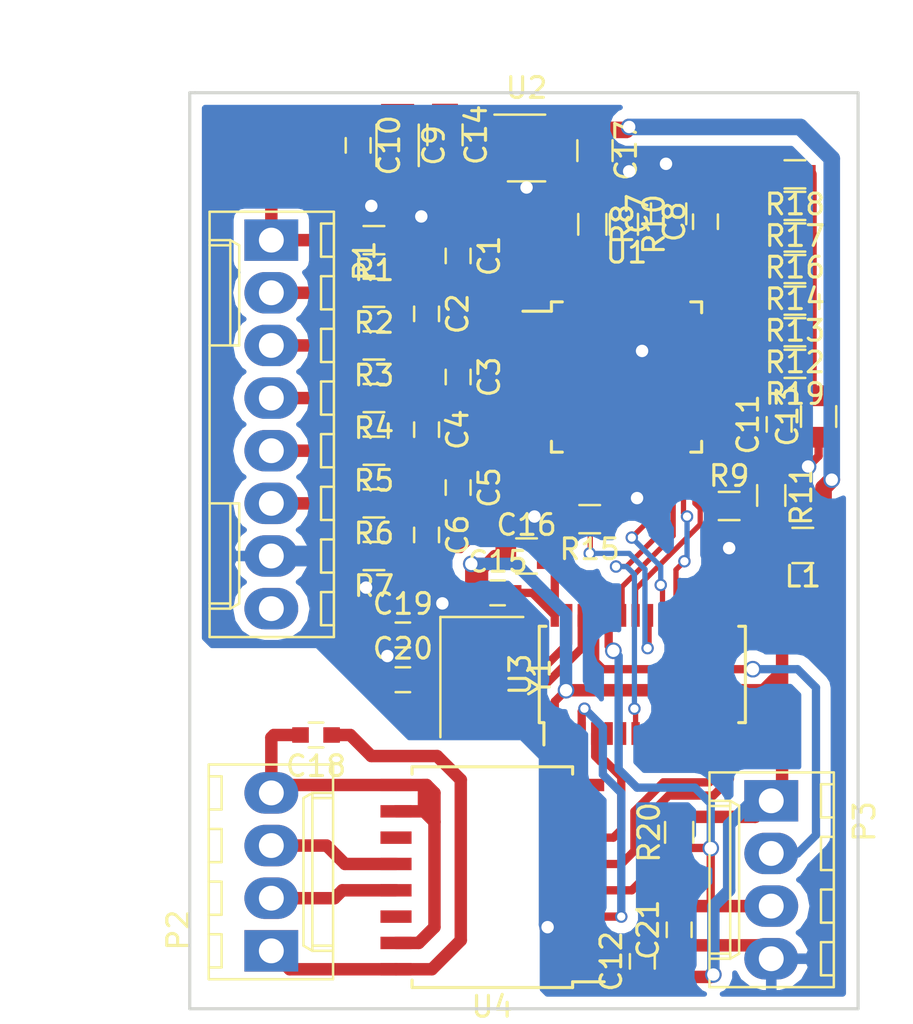
<source format=kicad_pcb>
(kicad_pcb (version 4) (host pcbnew 4.0.4-stable)

  (general
    (links 128)
    (no_connects 0)
    (area 89.686001 107.028 134.050286 156.154)
    (thickness 1.6)
    (drawings 7)
    (tracks 572)
    (zones 0)
    (modules 50)
    (nets 74)
  )

  (page A4)
  (layers
    (0 F.Cu signal)
    (31 B.Cu signal)
    (32 B.Adhes user)
    (33 F.Adhes user hide)
    (34 B.Paste user)
    (35 F.Paste user hide)
    (36 B.SilkS user)
    (37 F.SilkS user)
    (38 B.Mask user)
    (39 F.Mask user hide)
    (40 Dwgs.User user)
    (41 Cmts.User user hide)
    (42 Eco1.User user hide)
    (43 Eco2.User user hide)
    (44 Edge.Cuts user)
    (45 Margin user)
    (46 B.CrtYd user)
    (47 F.CrtYd user)
    (48 B.Fab user)
    (49 F.Fab user)
  )

  (setup
    (last_trace_width 0.4)
    (user_trace_width 0.2)
    (user_trace_width 0.254)
    (user_trace_width 0.4)
    (user_trace_width 0.6)
    (user_trace_width 0.8)
    (user_trace_width 1)
    (trace_clearance 0.185)
    (zone_clearance 0.508)
    (zone_45_only no)
    (trace_min 0.2)
    (segment_width 0.2)
    (edge_width 0.15)
    (via_size 0.6)
    (via_drill 0.4)
    (via_min_size 0.4)
    (via_min_drill 0.3)
    (user_via 0.6 0.4)
    (user_via 0.8 0.6)
    (user_via 1.2 0.8)
    (uvia_size 0.3)
    (uvia_drill 0.1)
    (uvias_allowed no)
    (uvia_min_size 0.2)
    (uvia_min_drill 0.1)
    (pcb_text_width 0.3)
    (pcb_text_size 1.5 1.5)
    (mod_edge_width 0.15)
    (mod_text_size 1 1)
    (mod_text_width 0.15)
    (pad_size 1.524 1.524)
    (pad_drill 0.762)
    (pad_to_mask_clearance 0.2)
    (aux_axis_origin 0 0)
    (visible_elements FFFCFF3F)
    (pcbplotparams
      (layerselection 0x00030_80000001)
      (usegerberextensions false)
      (excludeedgelayer true)
      (linewidth 0.100000)
      (plotframeref false)
      (viasonmask false)
      (mode 1)
      (useauxorigin false)
      (hpglpennumber 1)
      (hpglpenspeed 20)
      (hpglpendiameter 15)
      (hpglpenoverlay 2)
      (psnegative false)
      (psa4output false)
      (plotreference true)
      (plotvalue true)
      (plotinvisibletext false)
      (padsonsilk false)
      (subtractmaskfromsilk false)
      (outputformat 1)
      (mirror false)
      (drillshape 1)
      (scaleselection 1)
      (outputdirectory ""))
  )

  (net 0 "")
  (net 1 "Net-(C1-Pad1)")
  (net 2 "Net-(C1-Pad2)")
  (net 3 "Net-(C2-Pad2)")
  (net 4 "Net-(C3-Pad2)")
  (net 5 "Net-(C4-Pad2)")
  (net 6 "Net-(C5-Pad2)")
  (net 7 "Net-(C6-Pad2)")
  (net 8 "Net-(C7-Pad1)")
  (net 9 GND)
  (net 10 "Net-(C8-Pad1)")
  (net 11 "Net-(C10-Pad1)")
  (net 12 /5V)
  (net 13 /3V3)
  (net 14 /5VB)
  (net 15 /GNDB)
  (net 16 "Net-(C19-Pad2)")
  (net 17 "Net-(C20-Pad2)")
  (net 18 "Net-(P1-Pad2)")
  (net 19 "Net-(P1-Pad3)")
  (net 20 "Net-(P1-Pad4)")
  (net 21 "Net-(P1-Pad5)")
  (net 22 "Net-(P1-Pad6)")
  (net 23 "Net-(P1-Pad8)")
  (net 24 "Net-(P2-Pad2)")
  (net 25 "Net-(P2-Pad3)")
  (net 26 /MSPTEST)
  (net 27 /~MSPRST)
  (net 28 "Net-(R8-Pad2)")
  (net 29 "Net-(R9-Pad1)")
  (net 30 "Net-(R10-Pad2)")
  (net 31 "Net-(R11-Pad1)")
  (net 32 /AUX6)
  (net 33 /AUX5)
  (net 34 /AUX4)
  (net 35 "Net-(R15-Pad2)")
  (net 36 /AUX3)
  (net 37 /AUX2)
  (net 38 /AUX1)
  (net 39 /AUXTERM)
  (net 40 "Net-(U1-Pad2)")
  (net 41 "Net-(U1-Pad4)")
  (net 42 "Net-(U1-Pad6)")
  (net 43 "Net-(U1-Pad8)")
  (net 44 "Net-(U1-Pad10)")
  (net 45 "Net-(U1-Pad12)")
  (net 46 /UCB0SCLK)
  (net 47 /UCB0MOSI)
  (net 48 /UCB0MISO)
  (net 49 "Net-(U2-Pad4)")
  (net 50 /UCA0RXD)
  (net 51 /UCA0TXD)
  (net 52 "Net-(U3-Pad10)")
  (net 53 "Net-(U3-Pad11)")
  (net 54 "Net-(U3-Pad12)")
  (net 55 /RS485RXEN)
  (net 56 /RS485TXEN)
  (net 57 "Net-(U3-Pad15)")
  (net 58 "Net-(U3-Pad17)")
  (net 59 "Net-(U3-Pad18)")
  (net 60 "Net-(U4-Pad11)")
  (net 61 "Net-(U4-Pad14)")
  (net 62 "Net-(Y1-Pad2)")
  (net 63 "Net-(Y1-Pad4)")
  (net 64 /~AD_PD)
  (net 65 /~AD_CS)
  (net 66 /~AD_CNVST)
  (net 67 /AD_ALERT)
  (net 68 "Net-(U3-Pad5)")
  (net 69 "Net-(U3-Pad6)")
  (net 70 "Net-(U3-Pad8)")
  (net 71 "Net-(U3-Pad9)")
  (net 72 "Net-(U3-Pad2)")
  (net 73 "Net-(C17-Pad1)")

  (net_class Default "This is the default net class."
    (clearance 0.185)
    (trace_width 0.2)
    (via_dia 0.6)
    (via_drill 0.4)
    (uvia_dia 0.3)
    (uvia_drill 0.1)
    (add_net /3V3)
    (add_net /5V)
    (add_net /5VB)
    (add_net /AD_ALERT)
    (add_net /AUX1)
    (add_net /AUX2)
    (add_net /AUX3)
    (add_net /AUX4)
    (add_net /AUX5)
    (add_net /AUX6)
    (add_net /AUXTERM)
    (add_net /GNDB)
    (add_net /MSPTEST)
    (add_net /RS485RXEN)
    (add_net /RS485TXEN)
    (add_net /UCA0RXD)
    (add_net /UCA0TXD)
    (add_net /UCB0MISO)
    (add_net /UCB0MOSI)
    (add_net /UCB0SCLK)
    (add_net /~AD_CNVST)
    (add_net /~AD_CS)
    (add_net /~AD_PD)
    (add_net /~MSPRST)
    (add_net GND)
    (add_net "Net-(C1-Pad1)")
    (add_net "Net-(C1-Pad2)")
    (add_net "Net-(C10-Pad1)")
    (add_net "Net-(C17-Pad1)")
    (add_net "Net-(C19-Pad2)")
    (add_net "Net-(C2-Pad2)")
    (add_net "Net-(C20-Pad2)")
    (add_net "Net-(C3-Pad2)")
    (add_net "Net-(C4-Pad2)")
    (add_net "Net-(C5-Pad2)")
    (add_net "Net-(C6-Pad2)")
    (add_net "Net-(C7-Pad1)")
    (add_net "Net-(C8-Pad1)")
    (add_net "Net-(P1-Pad2)")
    (add_net "Net-(P1-Pad3)")
    (add_net "Net-(P1-Pad4)")
    (add_net "Net-(P1-Pad5)")
    (add_net "Net-(P1-Pad6)")
    (add_net "Net-(P1-Pad8)")
    (add_net "Net-(P2-Pad2)")
    (add_net "Net-(P2-Pad3)")
    (add_net "Net-(R10-Pad2)")
    (add_net "Net-(R11-Pad1)")
    (add_net "Net-(R15-Pad2)")
    (add_net "Net-(R8-Pad2)")
    (add_net "Net-(R9-Pad1)")
    (add_net "Net-(U1-Pad10)")
    (add_net "Net-(U1-Pad12)")
    (add_net "Net-(U1-Pad2)")
    (add_net "Net-(U1-Pad4)")
    (add_net "Net-(U1-Pad6)")
    (add_net "Net-(U1-Pad8)")
    (add_net "Net-(U2-Pad4)")
    (add_net "Net-(U3-Pad10)")
    (add_net "Net-(U3-Pad11)")
    (add_net "Net-(U3-Pad12)")
    (add_net "Net-(U3-Pad15)")
    (add_net "Net-(U3-Pad17)")
    (add_net "Net-(U3-Pad18)")
    (add_net "Net-(U3-Pad2)")
    (add_net "Net-(U3-Pad5)")
    (add_net "Net-(U3-Pad6)")
    (add_net "Net-(U3-Pad8)")
    (add_net "Net-(U3-Pad9)")
    (add_net "Net-(U4-Pad11)")
    (add_net "Net-(U4-Pad14)")
    (add_net "Net-(Y1-Pad2)")
    (add_net "Net-(Y1-Pad4)")
  )

  (module Connectors_Molex:Molex_KK-6410-04_04x2.54mm_Straight (layer F.Cu) (tedit 58EE6EE8) (tstamp 59502456)
    (at 102.997 152.4 90)
    (descr "Connector Headers with Friction Lock, 22-27-2041, http://www.molex.com/pdm_docs/sd/022272021_sd.pdf")
    (tags "connector molex kk_6410 22-27-2041")
    (path /594E6074)
    (fp_text reference P2 (at 1 -4.5 90) (layer F.SilkS)
      (effects (font (size 1 1) (thickness 0.15)))
    )
    (fp_text value CONN_01X04 (at 3.81 4.5 90) (layer F.Fab)
      (effects (font (size 1 1) (thickness 0.15)))
    )
    (fp_line (start -1.47 -3.12) (end -1.47 3.08) (layer F.Fab) (width 0.12))
    (fp_line (start -1.47 3.08) (end 9.09 3.08) (layer F.Fab) (width 0.12))
    (fp_line (start 9.09 3.08) (end 9.09 -3.12) (layer F.Fab) (width 0.12))
    (fp_line (start 9.09 -3.12) (end -1.47 -3.12) (layer F.Fab) (width 0.12))
    (fp_line (start -1.37 -3.02) (end -1.37 2.98) (layer F.SilkS) (width 0.12))
    (fp_line (start -1.37 2.98) (end 8.99 2.98) (layer F.SilkS) (width 0.12))
    (fp_line (start 8.99 2.98) (end 8.99 -3.02) (layer F.SilkS) (width 0.12))
    (fp_line (start 8.99 -3.02) (end -1.37 -3.02) (layer F.SilkS) (width 0.12))
    (fp_line (start 0 2.98) (end 0 1.98) (layer F.SilkS) (width 0.12))
    (fp_line (start 0 1.98) (end 7.62 1.98) (layer F.SilkS) (width 0.12))
    (fp_line (start 7.62 1.98) (end 7.62 2.98) (layer F.SilkS) (width 0.12))
    (fp_line (start 0 1.98) (end 0.25 1.55) (layer F.SilkS) (width 0.12))
    (fp_line (start 0.25 1.55) (end 7.37 1.55) (layer F.SilkS) (width 0.12))
    (fp_line (start 7.37 1.55) (end 7.62 1.98) (layer F.SilkS) (width 0.12))
    (fp_line (start 0.25 2.98) (end 0.25 1.98) (layer F.SilkS) (width 0.12))
    (fp_line (start 7.37 2.98) (end 7.37 1.98) (layer F.SilkS) (width 0.12))
    (fp_line (start -0.8 -3.02) (end -0.8 -2.4) (layer F.SilkS) (width 0.12))
    (fp_line (start -0.8 -2.4) (end 0.8 -2.4) (layer F.SilkS) (width 0.12))
    (fp_line (start 0.8 -2.4) (end 0.8 -3.02) (layer F.SilkS) (width 0.12))
    (fp_line (start 1.74 -3.02) (end 1.74 -2.4) (layer F.SilkS) (width 0.12))
    (fp_line (start 1.74 -2.4) (end 3.34 -2.4) (layer F.SilkS) (width 0.12))
    (fp_line (start 3.34 -2.4) (end 3.34 -3.02) (layer F.SilkS) (width 0.12))
    (fp_line (start 4.28 -3.02) (end 4.28 -2.4) (layer F.SilkS) (width 0.12))
    (fp_line (start 4.28 -2.4) (end 5.88 -2.4) (layer F.SilkS) (width 0.12))
    (fp_line (start 5.88 -2.4) (end 5.88 -3.02) (layer F.SilkS) (width 0.12))
    (fp_line (start 6.82 -3.02) (end 6.82 -2.4) (layer F.SilkS) (width 0.12))
    (fp_line (start 6.82 -2.4) (end 8.42 -2.4) (layer F.SilkS) (width 0.12))
    (fp_line (start 8.42 -2.4) (end 8.42 -3.02) (layer F.SilkS) (width 0.12))
    (fp_line (start -1.9 3.5) (end -1.9 -3.55) (layer F.CrtYd) (width 0.05))
    (fp_line (start -1.9 -3.55) (end 9.5 -3.55) (layer F.CrtYd) (width 0.05))
    (fp_line (start 9.5 -3.55) (end 9.5 3.5) (layer F.CrtYd) (width 0.05))
    (fp_line (start 9.5 3.5) (end -1.9 3.5) (layer F.CrtYd) (width 0.05))
    (fp_text user %R (at 3.81 0 90) (layer F.Fab)
      (effects (font (size 1 1) (thickness 0.15)))
    )
    (pad 1 thru_hole rect (at 0 0 90) (size 2 2.6) (drill 1.2) (layers *.Cu *.Mask)
      (net 14 /5VB))
    (pad 2 thru_hole oval (at 2.54 0 90) (size 2 2.6) (drill 1.2) (layers *.Cu *.Mask)
      (net 24 "Net-(P2-Pad2)"))
    (pad 3 thru_hole oval (at 5.08 0 90) (size 2 2.6) (drill 1.2) (layers *.Cu *.Mask)
      (net 25 "Net-(P2-Pad3)"))
    (pad 4 thru_hole oval (at 7.62 0 90) (size 2 2.6) (drill 1.2) (layers *.Cu *.Mask)
      (net 15 /GNDB))
    (model ${KISYS3DMOD}/Connectors_Molex.3dshapes/Molex_KK-6410-04_04x2.54mm_Straight.wrl
      (at (xyz 0 0 0))
      (scale (xyz 1 1 1))
      (rotate (xyz 0 0 0))
    )
  )

  (module Housings_SOIC:SOIC-16W_7.5x10.3mm_Pitch1.27mm (layer F.Cu) (tedit 58CC8F64) (tstamp 59502547)
    (at 113.665 148.844 180)
    (descr "16-Lead Plastic Small Outline (SO) - Wide, 7.50 mm Body [SOIC] (see Microchip Packaging Specification 00000049BS.pdf)")
    (tags "SOIC 1.27")
    (path /59499390)
    (attr smd)
    (fp_text reference U4 (at 0 -6.25 180) (layer F.SilkS)
      (effects (font (size 1 1) (thickness 0.15)))
    )
    (fp_text value ISO3082 (at 0 6.25 180) (layer F.Fab)
      (effects (font (size 1 1) (thickness 0.15)))
    )
    (fp_text user %R (at 0 0 180) (layer F.Fab)
      (effects (font (size 1 1) (thickness 0.15)))
    )
    (fp_line (start -2.75 -5.15) (end 3.75 -5.15) (layer F.Fab) (width 0.15))
    (fp_line (start 3.75 -5.15) (end 3.75 5.15) (layer F.Fab) (width 0.15))
    (fp_line (start 3.75 5.15) (end -3.75 5.15) (layer F.Fab) (width 0.15))
    (fp_line (start -3.75 5.15) (end -3.75 -4.15) (layer F.Fab) (width 0.15))
    (fp_line (start -3.75 -4.15) (end -2.75 -5.15) (layer F.Fab) (width 0.15))
    (fp_line (start -5.65 -5.5) (end -5.65 5.5) (layer F.CrtYd) (width 0.05))
    (fp_line (start 5.65 -5.5) (end 5.65 5.5) (layer F.CrtYd) (width 0.05))
    (fp_line (start -5.65 -5.5) (end 5.65 -5.5) (layer F.CrtYd) (width 0.05))
    (fp_line (start -5.65 5.5) (end 5.65 5.5) (layer F.CrtYd) (width 0.05))
    (fp_line (start -3.875 -5.325) (end -3.875 -5.05) (layer F.SilkS) (width 0.15))
    (fp_line (start 3.875 -5.325) (end 3.875 -4.97) (layer F.SilkS) (width 0.15))
    (fp_line (start 3.875 5.325) (end 3.875 4.97) (layer F.SilkS) (width 0.15))
    (fp_line (start -3.875 5.325) (end -3.875 4.97) (layer F.SilkS) (width 0.15))
    (fp_line (start -3.875 -5.325) (end 3.875 -5.325) (layer F.SilkS) (width 0.15))
    (fp_line (start -3.875 5.325) (end 3.875 5.325) (layer F.SilkS) (width 0.15))
    (fp_line (start -3.875 -5.05) (end -5.4 -5.05) (layer F.SilkS) (width 0.15))
    (pad 1 smd rect (at -4.65 -4.445 180) (size 1.5 0.6) (layers F.Cu F.Paste F.Mask)
      (net 13 /3V3))
    (pad 2 smd rect (at -4.65 -3.175 180) (size 1.5 0.6) (layers F.Cu F.Paste F.Mask)
      (net 9 GND))
    (pad 3 smd rect (at -4.65 -1.905 180) (size 1.5 0.6) (layers F.Cu F.Paste F.Mask)
      (net 50 /UCA0RXD))
    (pad 4 smd rect (at -4.65 -0.635 180) (size 1.5 0.6) (layers F.Cu F.Paste F.Mask)
      (net 55 /RS485RXEN))
    (pad 5 smd rect (at -4.65 0.635 180) (size 1.5 0.6) (layers F.Cu F.Paste F.Mask)
      (net 56 /RS485TXEN))
    (pad 6 smd rect (at -4.65 1.905 180) (size 1.5 0.6) (layers F.Cu F.Paste F.Mask)
      (net 51 /UCA0TXD))
    (pad 7 smd rect (at -4.65 3.175 180) (size 1.5 0.6) (layers F.Cu F.Paste F.Mask)
      (net 9 GND))
    (pad 8 smd rect (at -4.65 4.445 180) (size 1.5 0.6) (layers F.Cu F.Paste F.Mask)
      (net 9 GND))
    (pad 9 smd rect (at 4.65 4.445 180) (size 1.5 0.6) (layers F.Cu F.Paste F.Mask)
      (net 15 /GNDB))
    (pad 10 smd rect (at 4.65 3.175 180) (size 1.5 0.6) (layers F.Cu F.Paste F.Mask)
      (net 15 /GNDB))
    (pad 11 smd rect (at 4.65 1.905 180) (size 1.5 0.6) (layers F.Cu F.Paste F.Mask)
      (net 60 "Net-(U4-Pad11)"))
    (pad 12 smd rect (at 4.65 0.635 180) (size 1.5 0.6) (layers F.Cu F.Paste F.Mask)
      (net 25 "Net-(P2-Pad3)"))
    (pad 13 smd rect (at 4.65 -0.635 180) (size 1.5 0.6) (layers F.Cu F.Paste F.Mask)
      (net 24 "Net-(P2-Pad2)"))
    (pad 14 smd rect (at 4.65 -1.905 180) (size 1.5 0.6) (layers F.Cu F.Paste F.Mask)
      (net 61 "Net-(U4-Pad14)"))
    (pad 15 smd rect (at 4.65 -3.175 180) (size 1.5 0.6) (layers F.Cu F.Paste F.Mask)
      (net 15 /GNDB))
    (pad 16 smd rect (at 4.65 -4.445 180) (size 1.5 0.6) (layers F.Cu F.Paste F.Mask)
      (net 14 /5VB))
    (model ${KISYS3DMOD}/Housings_SOIC.3dshapes/SOIC-16W_7.5x10.3mm_Pitch1.27mm.wrl
      (at (xyz 0 0 0))
      (scale (xyz 1 1 1))
      (rotate (xyz 0 0 0))
    )
  )

  (module Capacitors_SMD:C_0603 (layer F.Cu) (tedit 58AA844E) (tstamp 595023CA)
    (at 112.014 118.872 270)
    (descr "Capacitor SMD 0603, reflow soldering, AVX (see smccp.pdf)")
    (tags "capacitor 0603")
    (path /594AD1BA)
    (attr smd)
    (fp_text reference C1 (at 0 -1.5 270) (layer F.SilkS)
      (effects (font (size 1 1) (thickness 0.15)))
    )
    (fp_text value 100nF (at 0 1.5 270) (layer F.Fab)
      (effects (font (size 1 1) (thickness 0.15)))
    )
    (fp_text user %R (at 0 -1.5 270) (layer F.Fab)
      (effects (font (size 1 1) (thickness 0.15)))
    )
    (fp_line (start -0.8 0.4) (end -0.8 -0.4) (layer F.Fab) (width 0.1))
    (fp_line (start 0.8 0.4) (end -0.8 0.4) (layer F.Fab) (width 0.1))
    (fp_line (start 0.8 -0.4) (end 0.8 0.4) (layer F.Fab) (width 0.1))
    (fp_line (start -0.8 -0.4) (end 0.8 -0.4) (layer F.Fab) (width 0.1))
    (fp_line (start -0.35 -0.6) (end 0.35 -0.6) (layer F.SilkS) (width 0.12))
    (fp_line (start 0.35 0.6) (end -0.35 0.6) (layer F.SilkS) (width 0.12))
    (fp_line (start -1.4 -0.65) (end 1.4 -0.65) (layer F.CrtYd) (width 0.05))
    (fp_line (start -1.4 -0.65) (end -1.4 0.65) (layer F.CrtYd) (width 0.05))
    (fp_line (start 1.4 0.65) (end 1.4 -0.65) (layer F.CrtYd) (width 0.05))
    (fp_line (start 1.4 0.65) (end -1.4 0.65) (layer F.CrtYd) (width 0.05))
    (pad 1 smd rect (at -0.75 0 270) (size 0.8 0.75) (layers F.Cu F.Paste F.Mask)
      (net 1 "Net-(C1-Pad1)"))
    (pad 2 smd rect (at 0.75 0 270) (size 0.8 0.75) (layers F.Cu F.Paste F.Mask)
      (net 2 "Net-(C1-Pad2)"))
    (model Capacitors_SMD.3dshapes/C_0603.wrl
      (at (xyz 0 0 0))
      (scale (xyz 1 1 1))
      (rotate (xyz 0 0 0))
    )
  )

  (module Capacitors_SMD:C_0603 (layer F.Cu) (tedit 58AA844E) (tstamp 595023D0)
    (at 110.49 121.666 270)
    (descr "Capacitor SMD 0603, reflow soldering, AVX (see smccp.pdf)")
    (tags "capacitor 0603")
    (path /594AD21F)
    (attr smd)
    (fp_text reference C2 (at 0 -1.5 270) (layer F.SilkS)
      (effects (font (size 1 1) (thickness 0.15)))
    )
    (fp_text value 100nF (at 0 1.5 270) (layer F.Fab)
      (effects (font (size 1 1) (thickness 0.15)))
    )
    (fp_text user %R (at 0 -1.5 270) (layer F.Fab)
      (effects (font (size 1 1) (thickness 0.15)))
    )
    (fp_line (start -0.8 0.4) (end -0.8 -0.4) (layer F.Fab) (width 0.1))
    (fp_line (start 0.8 0.4) (end -0.8 0.4) (layer F.Fab) (width 0.1))
    (fp_line (start 0.8 -0.4) (end 0.8 0.4) (layer F.Fab) (width 0.1))
    (fp_line (start -0.8 -0.4) (end 0.8 -0.4) (layer F.Fab) (width 0.1))
    (fp_line (start -0.35 -0.6) (end 0.35 -0.6) (layer F.SilkS) (width 0.12))
    (fp_line (start 0.35 0.6) (end -0.35 0.6) (layer F.SilkS) (width 0.12))
    (fp_line (start -1.4 -0.65) (end 1.4 -0.65) (layer F.CrtYd) (width 0.05))
    (fp_line (start -1.4 -0.65) (end -1.4 0.65) (layer F.CrtYd) (width 0.05))
    (fp_line (start 1.4 0.65) (end 1.4 -0.65) (layer F.CrtYd) (width 0.05))
    (fp_line (start 1.4 0.65) (end -1.4 0.65) (layer F.CrtYd) (width 0.05))
    (pad 1 smd rect (at -0.75 0 270) (size 0.8 0.75) (layers F.Cu F.Paste F.Mask)
      (net 2 "Net-(C1-Pad2)"))
    (pad 2 smd rect (at 0.75 0 270) (size 0.8 0.75) (layers F.Cu F.Paste F.Mask)
      (net 3 "Net-(C2-Pad2)"))
    (model Capacitors_SMD.3dshapes/C_0603.wrl
      (at (xyz 0 0 0))
      (scale (xyz 1 1 1))
      (rotate (xyz 0 0 0))
    )
  )

  (module Capacitors_SMD:C_0603 (layer F.Cu) (tedit 58AA844E) (tstamp 595023D6)
    (at 112.014 124.714 270)
    (descr "Capacitor SMD 0603, reflow soldering, AVX (see smccp.pdf)")
    (tags "capacitor 0603")
    (path /594AD262)
    (attr smd)
    (fp_text reference C3 (at 0 -1.5 270) (layer F.SilkS)
      (effects (font (size 1 1) (thickness 0.15)))
    )
    (fp_text value 100nF (at 0 1.5 270) (layer F.Fab)
      (effects (font (size 1 1) (thickness 0.15)))
    )
    (fp_text user %R (at 0 -1.5 270) (layer F.Fab)
      (effects (font (size 1 1) (thickness 0.15)))
    )
    (fp_line (start -0.8 0.4) (end -0.8 -0.4) (layer F.Fab) (width 0.1))
    (fp_line (start 0.8 0.4) (end -0.8 0.4) (layer F.Fab) (width 0.1))
    (fp_line (start 0.8 -0.4) (end 0.8 0.4) (layer F.Fab) (width 0.1))
    (fp_line (start -0.8 -0.4) (end 0.8 -0.4) (layer F.Fab) (width 0.1))
    (fp_line (start -0.35 -0.6) (end 0.35 -0.6) (layer F.SilkS) (width 0.12))
    (fp_line (start 0.35 0.6) (end -0.35 0.6) (layer F.SilkS) (width 0.12))
    (fp_line (start -1.4 -0.65) (end 1.4 -0.65) (layer F.CrtYd) (width 0.05))
    (fp_line (start -1.4 -0.65) (end -1.4 0.65) (layer F.CrtYd) (width 0.05))
    (fp_line (start 1.4 0.65) (end 1.4 -0.65) (layer F.CrtYd) (width 0.05))
    (fp_line (start 1.4 0.65) (end -1.4 0.65) (layer F.CrtYd) (width 0.05))
    (pad 1 smd rect (at -0.75 0 270) (size 0.8 0.75) (layers F.Cu F.Paste F.Mask)
      (net 3 "Net-(C2-Pad2)"))
    (pad 2 smd rect (at 0.75 0 270) (size 0.8 0.75) (layers F.Cu F.Paste F.Mask)
      (net 4 "Net-(C3-Pad2)"))
    (model Capacitors_SMD.3dshapes/C_0603.wrl
      (at (xyz 0 0 0))
      (scale (xyz 1 1 1))
      (rotate (xyz 0 0 0))
    )
  )

  (module Capacitors_SMD:C_0603 (layer F.Cu) (tedit 58AA844E) (tstamp 595023DC)
    (at 110.49 127.254 270)
    (descr "Capacitor SMD 0603, reflow soldering, AVX (see smccp.pdf)")
    (tags "capacitor 0603")
    (path /594AD2A3)
    (attr smd)
    (fp_text reference C4 (at 0 -1.5 270) (layer F.SilkS)
      (effects (font (size 1 1) (thickness 0.15)))
    )
    (fp_text value 100nF (at 0 1.5 270) (layer F.Fab)
      (effects (font (size 1 1) (thickness 0.15)))
    )
    (fp_text user %R (at 0 -1.5 270) (layer F.Fab)
      (effects (font (size 1 1) (thickness 0.15)))
    )
    (fp_line (start -0.8 0.4) (end -0.8 -0.4) (layer F.Fab) (width 0.1))
    (fp_line (start 0.8 0.4) (end -0.8 0.4) (layer F.Fab) (width 0.1))
    (fp_line (start 0.8 -0.4) (end 0.8 0.4) (layer F.Fab) (width 0.1))
    (fp_line (start -0.8 -0.4) (end 0.8 -0.4) (layer F.Fab) (width 0.1))
    (fp_line (start -0.35 -0.6) (end 0.35 -0.6) (layer F.SilkS) (width 0.12))
    (fp_line (start 0.35 0.6) (end -0.35 0.6) (layer F.SilkS) (width 0.12))
    (fp_line (start -1.4 -0.65) (end 1.4 -0.65) (layer F.CrtYd) (width 0.05))
    (fp_line (start -1.4 -0.65) (end -1.4 0.65) (layer F.CrtYd) (width 0.05))
    (fp_line (start 1.4 0.65) (end 1.4 -0.65) (layer F.CrtYd) (width 0.05))
    (fp_line (start 1.4 0.65) (end -1.4 0.65) (layer F.CrtYd) (width 0.05))
    (pad 1 smd rect (at -0.75 0 270) (size 0.8 0.75) (layers F.Cu F.Paste F.Mask)
      (net 4 "Net-(C3-Pad2)"))
    (pad 2 smd rect (at 0.75 0 270) (size 0.8 0.75) (layers F.Cu F.Paste F.Mask)
      (net 5 "Net-(C4-Pad2)"))
    (model Capacitors_SMD.3dshapes/C_0603.wrl
      (at (xyz 0 0 0))
      (scale (xyz 1 1 1))
      (rotate (xyz 0 0 0))
    )
  )

  (module Capacitors_SMD:C_0603 (layer F.Cu) (tedit 58AA844E) (tstamp 595023E2)
    (at 112.014 130.048 270)
    (descr "Capacitor SMD 0603, reflow soldering, AVX (see smccp.pdf)")
    (tags "capacitor 0603")
    (path /594AD2F0)
    (attr smd)
    (fp_text reference C5 (at 0 -1.5 270) (layer F.SilkS)
      (effects (font (size 1 1) (thickness 0.15)))
    )
    (fp_text value 100nF (at 0 1.5 270) (layer F.Fab)
      (effects (font (size 1 1) (thickness 0.15)))
    )
    (fp_text user %R (at 0 -1.5 270) (layer F.Fab)
      (effects (font (size 1 1) (thickness 0.15)))
    )
    (fp_line (start -0.8 0.4) (end -0.8 -0.4) (layer F.Fab) (width 0.1))
    (fp_line (start 0.8 0.4) (end -0.8 0.4) (layer F.Fab) (width 0.1))
    (fp_line (start 0.8 -0.4) (end 0.8 0.4) (layer F.Fab) (width 0.1))
    (fp_line (start -0.8 -0.4) (end 0.8 -0.4) (layer F.Fab) (width 0.1))
    (fp_line (start -0.35 -0.6) (end 0.35 -0.6) (layer F.SilkS) (width 0.12))
    (fp_line (start 0.35 0.6) (end -0.35 0.6) (layer F.SilkS) (width 0.12))
    (fp_line (start -1.4 -0.65) (end 1.4 -0.65) (layer F.CrtYd) (width 0.05))
    (fp_line (start -1.4 -0.65) (end -1.4 0.65) (layer F.CrtYd) (width 0.05))
    (fp_line (start 1.4 0.65) (end 1.4 -0.65) (layer F.CrtYd) (width 0.05))
    (fp_line (start 1.4 0.65) (end -1.4 0.65) (layer F.CrtYd) (width 0.05))
    (pad 1 smd rect (at -0.75 0 270) (size 0.8 0.75) (layers F.Cu F.Paste F.Mask)
      (net 5 "Net-(C4-Pad2)"))
    (pad 2 smd rect (at 0.75 0 270) (size 0.8 0.75) (layers F.Cu F.Paste F.Mask)
      (net 6 "Net-(C5-Pad2)"))
    (model Capacitors_SMD.3dshapes/C_0603.wrl
      (at (xyz 0 0 0))
      (scale (xyz 1 1 1))
      (rotate (xyz 0 0 0))
    )
  )

  (module Capacitors_SMD:C_0603 (layer F.Cu) (tedit 58AA844E) (tstamp 595023E8)
    (at 110.49 132.334 270)
    (descr "Capacitor SMD 0603, reflow soldering, AVX (see smccp.pdf)")
    (tags "capacitor 0603")
    (path /594AD349)
    (attr smd)
    (fp_text reference C6 (at 0 -1.5 270) (layer F.SilkS)
      (effects (font (size 1 1) (thickness 0.15)))
    )
    (fp_text value 100nF (at 0 1.5 270) (layer F.Fab)
      (effects (font (size 1 1) (thickness 0.15)))
    )
    (fp_text user %R (at 0 -1.5 270) (layer F.Fab)
      (effects (font (size 1 1) (thickness 0.15)))
    )
    (fp_line (start -0.8 0.4) (end -0.8 -0.4) (layer F.Fab) (width 0.1))
    (fp_line (start 0.8 0.4) (end -0.8 0.4) (layer F.Fab) (width 0.1))
    (fp_line (start 0.8 -0.4) (end 0.8 0.4) (layer F.Fab) (width 0.1))
    (fp_line (start -0.8 -0.4) (end 0.8 -0.4) (layer F.Fab) (width 0.1))
    (fp_line (start -0.35 -0.6) (end 0.35 -0.6) (layer F.SilkS) (width 0.12))
    (fp_line (start 0.35 0.6) (end -0.35 0.6) (layer F.SilkS) (width 0.12))
    (fp_line (start -1.4 -0.65) (end 1.4 -0.65) (layer F.CrtYd) (width 0.05))
    (fp_line (start -1.4 -0.65) (end -1.4 0.65) (layer F.CrtYd) (width 0.05))
    (fp_line (start 1.4 0.65) (end 1.4 -0.65) (layer F.CrtYd) (width 0.05))
    (fp_line (start 1.4 0.65) (end -1.4 0.65) (layer F.CrtYd) (width 0.05))
    (pad 1 smd rect (at -0.75 0 270) (size 0.8 0.75) (layers F.Cu F.Paste F.Mask)
      (net 6 "Net-(C5-Pad2)"))
    (pad 2 smd rect (at 0.75 0 270) (size 0.8 0.75) (layers F.Cu F.Paste F.Mask)
      (net 7 "Net-(C6-Pad2)"))
    (model Capacitors_SMD.3dshapes/C_0603.wrl
      (at (xyz 0 0 0))
      (scale (xyz 1 1 1))
      (rotate (xyz 0 0 0))
    )
  )

  (module Capacitors_SMD:C_0805 (layer F.Cu) (tedit 58AA8463) (tstamp 595023EE)
    (at 122.174 116.84 90)
    (descr "Capacitor SMD 0805, reflow soldering, AVX (see smccp.pdf)")
    (tags "capacitor 0805")
    (path /594AEC28)
    (attr smd)
    (fp_text reference C7 (at 0 -1.5 90) (layer F.SilkS)
      (effects (font (size 1 1) (thickness 0.15)))
    )
    (fp_text value 1uF (at 0 1.75 90) (layer F.Fab)
      (effects (font (size 1 1) (thickness 0.15)))
    )
    (fp_text user %R (at 0 -1.5 90) (layer F.Fab)
      (effects (font (size 1 1) (thickness 0.15)))
    )
    (fp_line (start -1 0.62) (end -1 -0.62) (layer F.Fab) (width 0.1))
    (fp_line (start 1 0.62) (end -1 0.62) (layer F.Fab) (width 0.1))
    (fp_line (start 1 -0.62) (end 1 0.62) (layer F.Fab) (width 0.1))
    (fp_line (start -1 -0.62) (end 1 -0.62) (layer F.Fab) (width 0.1))
    (fp_line (start 0.5 -0.85) (end -0.5 -0.85) (layer F.SilkS) (width 0.12))
    (fp_line (start -0.5 0.85) (end 0.5 0.85) (layer F.SilkS) (width 0.12))
    (fp_line (start -1.75 -0.88) (end 1.75 -0.88) (layer F.CrtYd) (width 0.05))
    (fp_line (start -1.75 -0.88) (end -1.75 0.87) (layer F.CrtYd) (width 0.05))
    (fp_line (start 1.75 0.87) (end 1.75 -0.88) (layer F.CrtYd) (width 0.05))
    (fp_line (start 1.75 0.87) (end -1.75 0.87) (layer F.CrtYd) (width 0.05))
    (pad 1 smd rect (at -1 0 90) (size 1 1.25) (layers F.Cu F.Paste F.Mask)
      (net 8 "Net-(C7-Pad1)"))
    (pad 2 smd rect (at 1 0 90) (size 1 1.25) (layers F.Cu F.Paste F.Mask)
      (net 9 GND))
    (model Capacitors_SMD.3dshapes/C_0805.wrl
      (at (xyz 0 0 0))
      (scale (xyz 1 1 1))
      (rotate (xyz 0 0 0))
    )
  )

  (module Capacitors_SMD:C_0603 (layer F.Cu) (tedit 58AA844E) (tstamp 595023F4)
    (at 123.952 117.221 90)
    (descr "Capacitor SMD 0603, reflow soldering, AVX (see smccp.pdf)")
    (tags "capacitor 0603")
    (path /594AEBA3)
    (attr smd)
    (fp_text reference C8 (at 0 -1.5 90) (layer F.SilkS)
      (effects (font (size 1 1) (thickness 0.15)))
    )
    (fp_text value 100nF (at 0 1.5 90) (layer F.Fab)
      (effects (font (size 1 1) (thickness 0.15)))
    )
    (fp_text user %R (at 0 -1.5 90) (layer F.Fab)
      (effects (font (size 1 1) (thickness 0.15)))
    )
    (fp_line (start -0.8 0.4) (end -0.8 -0.4) (layer F.Fab) (width 0.1))
    (fp_line (start 0.8 0.4) (end -0.8 0.4) (layer F.Fab) (width 0.1))
    (fp_line (start 0.8 -0.4) (end 0.8 0.4) (layer F.Fab) (width 0.1))
    (fp_line (start -0.8 -0.4) (end 0.8 -0.4) (layer F.Fab) (width 0.1))
    (fp_line (start -0.35 -0.6) (end 0.35 -0.6) (layer F.SilkS) (width 0.12))
    (fp_line (start 0.35 0.6) (end -0.35 0.6) (layer F.SilkS) (width 0.12))
    (fp_line (start -1.4 -0.65) (end 1.4 -0.65) (layer F.CrtYd) (width 0.05))
    (fp_line (start -1.4 -0.65) (end -1.4 0.65) (layer F.CrtYd) (width 0.05))
    (fp_line (start 1.4 0.65) (end 1.4 -0.65) (layer F.CrtYd) (width 0.05))
    (fp_line (start 1.4 0.65) (end -1.4 0.65) (layer F.CrtYd) (width 0.05))
    (pad 1 smd rect (at -0.75 0 90) (size 0.8 0.75) (layers F.Cu F.Paste F.Mask)
      (net 10 "Net-(C8-Pad1)"))
    (pad 2 smd rect (at 0.75 0 90) (size 0.8 0.75) (layers F.Cu F.Paste F.Mask)
      (net 9 GND))
    (model Capacitors_SMD.3dshapes/C_0603.wrl
      (at (xyz 0 0 0))
      (scale (xyz 1 1 1))
      (rotate (xyz 0 0 0))
    )
  )

  (module Capacitors_SMD:C_1206 (layer F.Cu) (tedit 58AA84B8) (tstamp 595023FA)
    (at 109.093 113.538 270)
    (descr "Capacitor SMD 1206, reflow soldering, AVX (see smccp.pdf)")
    (tags "capacitor 1206")
    (path /594ACD2B)
    (attr smd)
    (fp_text reference C9 (at 0 -1.75 270) (layer F.SilkS)
      (effects (font (size 1 1) (thickness 0.15)))
    )
    (fp_text value 10uF (at 0 2 270) (layer F.Fab)
      (effects (font (size 1 1) (thickness 0.15)))
    )
    (fp_text user %R (at 0 -1.75 270) (layer F.Fab)
      (effects (font (size 1 1) (thickness 0.15)))
    )
    (fp_line (start -1.6 0.8) (end -1.6 -0.8) (layer F.Fab) (width 0.1))
    (fp_line (start 1.6 0.8) (end -1.6 0.8) (layer F.Fab) (width 0.1))
    (fp_line (start 1.6 -0.8) (end 1.6 0.8) (layer F.Fab) (width 0.1))
    (fp_line (start -1.6 -0.8) (end 1.6 -0.8) (layer F.Fab) (width 0.1))
    (fp_line (start 1 -1.02) (end -1 -1.02) (layer F.SilkS) (width 0.12))
    (fp_line (start -1 1.02) (end 1 1.02) (layer F.SilkS) (width 0.12))
    (fp_line (start -2.25 -1.05) (end 2.25 -1.05) (layer F.CrtYd) (width 0.05))
    (fp_line (start -2.25 -1.05) (end -2.25 1.05) (layer F.CrtYd) (width 0.05))
    (fp_line (start 2.25 1.05) (end 2.25 -1.05) (layer F.CrtYd) (width 0.05))
    (fp_line (start 2.25 1.05) (end -2.25 1.05) (layer F.CrtYd) (width 0.05))
    (pad 1 smd rect (at -1.5 0 270) (size 1 1.6) (layers F.Cu F.Paste F.Mask)
      (net 11 "Net-(C10-Pad1)"))
    (pad 2 smd rect (at 1.5 0 270) (size 1 1.6) (layers F.Cu F.Paste F.Mask)
      (net 9 GND))
    (model Capacitors_SMD.3dshapes/C_1206.wrl
      (at (xyz 0 0 0))
      (scale (xyz 1 1 1))
      (rotate (xyz 0 0 0))
    )
  )

  (module Capacitors_SMD:C_0603 (layer F.Cu) (tedit 58AA844E) (tstamp 59502400)
    (at 107.188 113.538 270)
    (descr "Capacitor SMD 0603, reflow soldering, AVX (see smccp.pdf)")
    (tags "capacitor 0603")
    (path /594ACE58)
    (attr smd)
    (fp_text reference C10 (at 0 -1.5 270) (layer F.SilkS)
      (effects (font (size 1 1) (thickness 0.15)))
    )
    (fp_text value 100nF (at 0 1.5 270) (layer F.Fab)
      (effects (font (size 1 1) (thickness 0.15)))
    )
    (fp_text user %R (at 0 -1.5 270) (layer F.Fab)
      (effects (font (size 1 1) (thickness 0.15)))
    )
    (fp_line (start -0.8 0.4) (end -0.8 -0.4) (layer F.Fab) (width 0.1))
    (fp_line (start 0.8 0.4) (end -0.8 0.4) (layer F.Fab) (width 0.1))
    (fp_line (start 0.8 -0.4) (end 0.8 0.4) (layer F.Fab) (width 0.1))
    (fp_line (start -0.8 -0.4) (end 0.8 -0.4) (layer F.Fab) (width 0.1))
    (fp_line (start -0.35 -0.6) (end 0.35 -0.6) (layer F.SilkS) (width 0.12))
    (fp_line (start 0.35 0.6) (end -0.35 0.6) (layer F.SilkS) (width 0.12))
    (fp_line (start -1.4 -0.65) (end 1.4 -0.65) (layer F.CrtYd) (width 0.05))
    (fp_line (start -1.4 -0.65) (end -1.4 0.65) (layer F.CrtYd) (width 0.05))
    (fp_line (start 1.4 0.65) (end 1.4 -0.65) (layer F.CrtYd) (width 0.05))
    (fp_line (start 1.4 0.65) (end -1.4 0.65) (layer F.CrtYd) (width 0.05))
    (pad 1 smd rect (at -0.75 0 270) (size 0.8 0.75) (layers F.Cu F.Paste F.Mask)
      (net 11 "Net-(C10-Pad1)"))
    (pad 2 smd rect (at 0.75 0 270) (size 0.8 0.75) (layers F.Cu F.Paste F.Mask)
      (net 9 GND))
    (model Capacitors_SMD.3dshapes/C_0603.wrl
      (at (xyz 0 0 0))
      (scale (xyz 1 1 1))
      (rotate (xyz 0 0 0))
    )
  )

  (module Capacitors_SMD:C_0603 (layer F.Cu) (tedit 58AA844E) (tstamp 59502406)
    (at 127.508 127 90)
    (descr "Capacitor SMD 0603, reflow soldering, AVX (see smccp.pdf)")
    (tags "capacitor 0603")
    (path /594ADEA4)
    (attr smd)
    (fp_text reference C11 (at 0 -1.5 90) (layer F.SilkS)
      (effects (font (size 1 1) (thickness 0.15)))
    )
    (fp_text value 100nF (at 0 1.5 90) (layer F.Fab)
      (effects (font (size 1 1) (thickness 0.15)))
    )
    (fp_text user %R (at 0 -1.5 90) (layer F.Fab)
      (effects (font (size 1 1) (thickness 0.15)))
    )
    (fp_line (start -0.8 0.4) (end -0.8 -0.4) (layer F.Fab) (width 0.1))
    (fp_line (start 0.8 0.4) (end -0.8 0.4) (layer F.Fab) (width 0.1))
    (fp_line (start 0.8 -0.4) (end 0.8 0.4) (layer F.Fab) (width 0.1))
    (fp_line (start -0.8 -0.4) (end 0.8 -0.4) (layer F.Fab) (width 0.1))
    (fp_line (start -0.35 -0.6) (end 0.35 -0.6) (layer F.SilkS) (width 0.12))
    (fp_line (start 0.35 0.6) (end -0.35 0.6) (layer F.SilkS) (width 0.12))
    (fp_line (start -1.4 -0.65) (end 1.4 -0.65) (layer F.CrtYd) (width 0.05))
    (fp_line (start -1.4 -0.65) (end -1.4 0.65) (layer F.CrtYd) (width 0.05))
    (fp_line (start 1.4 0.65) (end 1.4 -0.65) (layer F.CrtYd) (width 0.05))
    (fp_line (start 1.4 0.65) (end -1.4 0.65) (layer F.CrtYd) (width 0.05))
    (pad 1 smd rect (at -0.75 0 90) (size 0.8 0.75) (layers F.Cu F.Paste F.Mask)
      (net 9 GND))
    (pad 2 smd rect (at 0.75 0 90) (size 0.8 0.75) (layers F.Cu F.Paste F.Mask)
      (net 12 /5V))
    (model Capacitors_SMD.3dshapes/C_0603.wrl
      (at (xyz 0 0 0))
      (scale (xyz 1 1 1))
      (rotate (xyz 0 0 0))
    )
  )

  (module Capacitors_SMD:C_0603 (layer F.Cu) (tedit 58AA844E) (tstamp 5950240C)
    (at 120.904 152.908 90)
    (descr "Capacitor SMD 0603, reflow soldering, AVX (see smccp.pdf)")
    (tags "capacitor 0603")
    (path /594B43C1)
    (attr smd)
    (fp_text reference C12 (at 0 -1.5 90) (layer F.SilkS)
      (effects (font (size 1 1) (thickness 0.15)))
    )
    (fp_text value 100nF (at 0 1.5 90) (layer F.Fab)
      (effects (font (size 1 1) (thickness 0.15)))
    )
    (fp_text user %R (at 0 -1.5 90) (layer F.Fab)
      (effects (font (size 1 1) (thickness 0.15)))
    )
    (fp_line (start -0.8 0.4) (end -0.8 -0.4) (layer F.Fab) (width 0.1))
    (fp_line (start 0.8 0.4) (end -0.8 0.4) (layer F.Fab) (width 0.1))
    (fp_line (start 0.8 -0.4) (end 0.8 0.4) (layer F.Fab) (width 0.1))
    (fp_line (start -0.8 -0.4) (end 0.8 -0.4) (layer F.Fab) (width 0.1))
    (fp_line (start -0.35 -0.6) (end 0.35 -0.6) (layer F.SilkS) (width 0.12))
    (fp_line (start 0.35 0.6) (end -0.35 0.6) (layer F.SilkS) (width 0.12))
    (fp_line (start -1.4 -0.65) (end 1.4 -0.65) (layer F.CrtYd) (width 0.05))
    (fp_line (start -1.4 -0.65) (end -1.4 0.65) (layer F.CrtYd) (width 0.05))
    (fp_line (start 1.4 0.65) (end 1.4 -0.65) (layer F.CrtYd) (width 0.05))
    (fp_line (start 1.4 0.65) (end -1.4 0.65) (layer F.CrtYd) (width 0.05))
    (pad 1 smd rect (at -0.75 0 90) (size 0.8 0.75) (layers F.Cu F.Paste F.Mask)
      (net 13 /3V3))
    (pad 2 smd rect (at 0.75 0 90) (size 0.8 0.75) (layers F.Cu F.Paste F.Mask)
      (net 9 GND))
    (model Capacitors_SMD.3dshapes/C_0603.wrl
      (at (xyz 0 0 0))
      (scale (xyz 1 1 1))
      (rotate (xyz 0 0 0))
    )
  )

  (module Capacitors_SMD:C_0805 (layer F.Cu) (tedit 58AA8463) (tstamp 59502412)
    (at 129.413 126.619 90)
    (descr "Capacitor SMD 0805, reflow soldering, AVX (see smccp.pdf)")
    (tags "capacitor 0805")
    (path /594ADDDB)
    (attr smd)
    (fp_text reference C13 (at 0 -1.5 90) (layer F.SilkS)
      (effects (font (size 1 1) (thickness 0.15)))
    )
    (fp_text value 1uF (at 0 1.75 90) (layer F.Fab)
      (effects (font (size 1 1) (thickness 0.15)))
    )
    (fp_text user %R (at 0 -1.5 90) (layer F.Fab)
      (effects (font (size 1 1) (thickness 0.15)))
    )
    (fp_line (start -1 0.62) (end -1 -0.62) (layer F.Fab) (width 0.1))
    (fp_line (start 1 0.62) (end -1 0.62) (layer F.Fab) (width 0.1))
    (fp_line (start 1 -0.62) (end 1 0.62) (layer F.Fab) (width 0.1))
    (fp_line (start -1 -0.62) (end 1 -0.62) (layer F.Fab) (width 0.1))
    (fp_line (start 0.5 -0.85) (end -0.5 -0.85) (layer F.SilkS) (width 0.12))
    (fp_line (start -0.5 0.85) (end 0.5 0.85) (layer F.SilkS) (width 0.12))
    (fp_line (start -1.75 -0.88) (end 1.75 -0.88) (layer F.CrtYd) (width 0.05))
    (fp_line (start -1.75 -0.88) (end -1.75 0.87) (layer F.CrtYd) (width 0.05))
    (fp_line (start 1.75 0.87) (end 1.75 -0.88) (layer F.CrtYd) (width 0.05))
    (fp_line (start 1.75 0.87) (end -1.75 0.87) (layer F.CrtYd) (width 0.05))
    (pad 1 smd rect (at -1 0 90) (size 1 1.25) (layers F.Cu F.Paste F.Mask)
      (net 9 GND))
    (pad 2 smd rect (at 1 0 90) (size 1 1.25) (layers F.Cu F.Paste F.Mask)
      (net 12 /5V))
    (model Capacitors_SMD.3dshapes/C_0805.wrl
      (at (xyz 0 0 0))
      (scale (xyz 1 1 1))
      (rotate (xyz 0 0 0))
    )
  )

  (module Capacitors_SMD:C_0805 (layer F.Cu) (tedit 58AA8463) (tstamp 59502418)
    (at 111.379 113.03 270)
    (descr "Capacitor SMD 0805, reflow soldering, AVX (see smccp.pdf)")
    (tags "capacitor 0805")
    (path /594EF986)
    (attr smd)
    (fp_text reference C14 (at 0 -1.5 270) (layer F.SilkS)
      (effects (font (size 1 1) (thickness 0.15)))
    )
    (fp_text value 1uF (at 0 1.75 270) (layer F.Fab)
      (effects (font (size 1 1) (thickness 0.15)))
    )
    (fp_text user %R (at 0 -1.5 270) (layer F.Fab)
      (effects (font (size 1 1) (thickness 0.15)))
    )
    (fp_line (start -1 0.62) (end -1 -0.62) (layer F.Fab) (width 0.1))
    (fp_line (start 1 0.62) (end -1 0.62) (layer F.Fab) (width 0.1))
    (fp_line (start 1 -0.62) (end 1 0.62) (layer F.Fab) (width 0.1))
    (fp_line (start -1 -0.62) (end 1 -0.62) (layer F.Fab) (width 0.1))
    (fp_line (start 0.5 -0.85) (end -0.5 -0.85) (layer F.SilkS) (width 0.12))
    (fp_line (start -0.5 0.85) (end 0.5 0.85) (layer F.SilkS) (width 0.12))
    (fp_line (start -1.75 -0.88) (end 1.75 -0.88) (layer F.CrtYd) (width 0.05))
    (fp_line (start -1.75 -0.88) (end -1.75 0.87) (layer F.CrtYd) (width 0.05))
    (fp_line (start 1.75 0.87) (end 1.75 -0.88) (layer F.CrtYd) (width 0.05))
    (fp_line (start 1.75 0.87) (end -1.75 0.87) (layer F.CrtYd) (width 0.05))
    (pad 1 smd rect (at -1 0 270) (size 1 1.25) (layers F.Cu F.Paste F.Mask)
      (net 11 "Net-(C10-Pad1)"))
    (pad 2 smd rect (at 1 0 270) (size 1 1.25) (layers F.Cu F.Paste F.Mask)
      (net 9 GND))
    (model Capacitors_SMD.3dshapes/C_0805.wrl
      (at (xyz 0 0 0))
      (scale (xyz 1 1 1))
      (rotate (xyz 0 0 0))
    )
  )

  (module Capacitors_SMD:C_0603 (layer F.Cu) (tedit 58AA844E) (tstamp 5950241E)
    (at 113.919 135.128)
    (descr "Capacitor SMD 0603, reflow soldering, AVX (see smccp.pdf)")
    (tags "capacitor 0603")
    (path /594ACE91)
    (attr smd)
    (fp_text reference C15 (at 0 -1.5) (layer F.SilkS)
      (effects (font (size 1 1) (thickness 0.15)))
    )
    (fp_text value 100nF (at 0 1.5) (layer F.Fab)
      (effects (font (size 1 1) (thickness 0.15)))
    )
    (fp_text user %R (at 0 -1.5) (layer F.Fab)
      (effects (font (size 1 1) (thickness 0.15)))
    )
    (fp_line (start -0.8 0.4) (end -0.8 -0.4) (layer F.Fab) (width 0.1))
    (fp_line (start 0.8 0.4) (end -0.8 0.4) (layer F.Fab) (width 0.1))
    (fp_line (start 0.8 -0.4) (end 0.8 0.4) (layer F.Fab) (width 0.1))
    (fp_line (start -0.8 -0.4) (end 0.8 -0.4) (layer F.Fab) (width 0.1))
    (fp_line (start -0.35 -0.6) (end 0.35 -0.6) (layer F.SilkS) (width 0.12))
    (fp_line (start 0.35 0.6) (end -0.35 0.6) (layer F.SilkS) (width 0.12))
    (fp_line (start -1.4 -0.65) (end 1.4 -0.65) (layer F.CrtYd) (width 0.05))
    (fp_line (start -1.4 -0.65) (end -1.4 0.65) (layer F.CrtYd) (width 0.05))
    (fp_line (start 1.4 0.65) (end 1.4 -0.65) (layer F.CrtYd) (width 0.05))
    (fp_line (start 1.4 0.65) (end -1.4 0.65) (layer F.CrtYd) (width 0.05))
    (pad 1 smd rect (at -0.75 0) (size 0.8 0.75) (layers F.Cu F.Paste F.Mask)
      (net 13 /3V3))
    (pad 2 smd rect (at 0.75 0) (size 0.8 0.75) (layers F.Cu F.Paste F.Mask)
      (net 9 GND))
    (model Capacitors_SMD.3dshapes/C_0603.wrl
      (at (xyz 0 0 0))
      (scale (xyz 1 1 1))
      (rotate (xyz 0 0 0))
    )
  )

  (module Capacitors_SMD:C_0805 (layer F.Cu) (tedit 58AA8463) (tstamp 59502424)
    (at 115.316 133.35)
    (descr "Capacitor SMD 0805, reflow soldering, AVX (see smccp.pdf)")
    (tags "capacitor 0805")
    (path /594ACF0A)
    (attr smd)
    (fp_text reference C16 (at 0 -1.5) (layer F.SilkS)
      (effects (font (size 1 1) (thickness 0.15)))
    )
    (fp_text value 1uF (at 0 1.75) (layer F.Fab)
      (effects (font (size 1 1) (thickness 0.15)))
    )
    (fp_text user %R (at 0 -1.5) (layer F.Fab)
      (effects (font (size 1 1) (thickness 0.15)))
    )
    (fp_line (start -1 0.62) (end -1 -0.62) (layer F.Fab) (width 0.1))
    (fp_line (start 1 0.62) (end -1 0.62) (layer F.Fab) (width 0.1))
    (fp_line (start 1 -0.62) (end 1 0.62) (layer F.Fab) (width 0.1))
    (fp_line (start -1 -0.62) (end 1 -0.62) (layer F.Fab) (width 0.1))
    (fp_line (start 0.5 -0.85) (end -0.5 -0.85) (layer F.SilkS) (width 0.12))
    (fp_line (start -0.5 0.85) (end 0.5 0.85) (layer F.SilkS) (width 0.12))
    (fp_line (start -1.75 -0.88) (end 1.75 -0.88) (layer F.CrtYd) (width 0.05))
    (fp_line (start -1.75 -0.88) (end -1.75 0.87) (layer F.CrtYd) (width 0.05))
    (fp_line (start 1.75 0.87) (end 1.75 -0.88) (layer F.CrtYd) (width 0.05))
    (fp_line (start 1.75 0.87) (end -1.75 0.87) (layer F.CrtYd) (width 0.05))
    (pad 1 smd rect (at -1 0) (size 1 1.25) (layers F.Cu F.Paste F.Mask)
      (net 13 /3V3))
    (pad 2 smd rect (at 1 0) (size 1 1.25) (layers F.Cu F.Paste F.Mask)
      (net 9 GND))
    (model Capacitors_SMD.3dshapes/C_0805.wrl
      (at (xyz 0 0 0))
      (scale (xyz 1 1 1))
      (rotate (xyz 0 0 0))
    )
  )

  (module Capacitors_SMD:C_0805 (layer F.Cu) (tedit 58AA8463) (tstamp 5950242A)
    (at 118.618 113.792 270)
    (descr "Capacitor SMD 0805, reflow soldering, AVX (see smccp.pdf)")
    (tags "capacitor 0805")
    (path /594EFA6F)
    (attr smd)
    (fp_text reference C17 (at 0 -1.5 270) (layer F.SilkS)
      (effects (font (size 1 1) (thickness 0.15)))
    )
    (fp_text value 2.2uF (at 0 1.75 270) (layer F.Fab)
      (effects (font (size 1 1) (thickness 0.15)))
    )
    (fp_text user %R (at 0 -1.5 270) (layer F.Fab)
      (effects (font (size 1 1) (thickness 0.15)))
    )
    (fp_line (start -1 0.62) (end -1 -0.62) (layer F.Fab) (width 0.1))
    (fp_line (start 1 0.62) (end -1 0.62) (layer F.Fab) (width 0.1))
    (fp_line (start 1 -0.62) (end 1 0.62) (layer F.Fab) (width 0.1))
    (fp_line (start -1 -0.62) (end 1 -0.62) (layer F.Fab) (width 0.1))
    (fp_line (start 0.5 -0.85) (end -0.5 -0.85) (layer F.SilkS) (width 0.12))
    (fp_line (start -0.5 0.85) (end 0.5 0.85) (layer F.SilkS) (width 0.12))
    (fp_line (start -1.75 -0.88) (end 1.75 -0.88) (layer F.CrtYd) (width 0.05))
    (fp_line (start -1.75 -0.88) (end -1.75 0.87) (layer F.CrtYd) (width 0.05))
    (fp_line (start 1.75 0.87) (end 1.75 -0.88) (layer F.CrtYd) (width 0.05))
    (fp_line (start 1.75 0.87) (end -1.75 0.87) (layer F.CrtYd) (width 0.05))
    (pad 1 smd rect (at -1 0 270) (size 1 1.25) (layers F.Cu F.Paste F.Mask)
      (net 73 "Net-(C17-Pad1)"))
    (pad 2 smd rect (at 1 0 270) (size 1 1.25) (layers F.Cu F.Paste F.Mask)
      (net 9 GND))
    (model Capacitors_SMD.3dshapes/C_0805.wrl
      (at (xyz 0 0 0))
      (scale (xyz 1 1 1))
      (rotate (xyz 0 0 0))
    )
  )

  (module Capacitors_SMD:C_0603 (layer F.Cu) (tedit 58AA844E) (tstamp 59502430)
    (at 105.156 141.986 180)
    (descr "Capacitor SMD 0603, reflow soldering, AVX (see smccp.pdf)")
    (tags "capacitor 0603")
    (path /594D6D94)
    (attr smd)
    (fp_text reference C18 (at 0 -1.5 180) (layer F.SilkS)
      (effects (font (size 1 1) (thickness 0.15)))
    )
    (fp_text value 100nF (at 0 1.5 180) (layer F.Fab)
      (effects (font (size 1 1) (thickness 0.15)))
    )
    (fp_text user %R (at 0 -1.5 180) (layer F.Fab)
      (effects (font (size 1 1) (thickness 0.15)))
    )
    (fp_line (start -0.8 0.4) (end -0.8 -0.4) (layer F.Fab) (width 0.1))
    (fp_line (start 0.8 0.4) (end -0.8 0.4) (layer F.Fab) (width 0.1))
    (fp_line (start 0.8 -0.4) (end 0.8 0.4) (layer F.Fab) (width 0.1))
    (fp_line (start -0.8 -0.4) (end 0.8 -0.4) (layer F.Fab) (width 0.1))
    (fp_line (start -0.35 -0.6) (end 0.35 -0.6) (layer F.SilkS) (width 0.12))
    (fp_line (start 0.35 0.6) (end -0.35 0.6) (layer F.SilkS) (width 0.12))
    (fp_line (start -1.4 -0.65) (end 1.4 -0.65) (layer F.CrtYd) (width 0.05))
    (fp_line (start -1.4 -0.65) (end -1.4 0.65) (layer F.CrtYd) (width 0.05))
    (fp_line (start 1.4 0.65) (end 1.4 -0.65) (layer F.CrtYd) (width 0.05))
    (fp_line (start 1.4 0.65) (end -1.4 0.65) (layer F.CrtYd) (width 0.05))
    (pad 1 smd rect (at -0.75 0 180) (size 0.8 0.75) (layers F.Cu F.Paste F.Mask)
      (net 14 /5VB))
    (pad 2 smd rect (at 0.75 0 180) (size 0.8 0.75) (layers F.Cu F.Paste F.Mask)
      (net 15 /GNDB))
    (model Capacitors_SMD.3dshapes/C_0603.wrl
      (at (xyz 0 0 0))
      (scale (xyz 1 1 1))
      (rotate (xyz 0 0 0))
    )
  )

  (module Capacitors_SMD:C_0603 (layer F.Cu) (tedit 58AA844E) (tstamp 59502436)
    (at 109.347 137.16)
    (descr "Capacitor SMD 0603, reflow soldering, AVX (see smccp.pdf)")
    (tags "capacitor 0603")
    (path /594B0DDF)
    (attr smd)
    (fp_text reference C19 (at 0 -1.5) (layer F.SilkS)
      (effects (font (size 1 1) (thickness 0.15)))
    )
    (fp_text value 12pF (at 0 1.5) (layer F.Fab)
      (effects (font (size 1 1) (thickness 0.15)))
    )
    (fp_text user %R (at 0 -1.5) (layer F.Fab)
      (effects (font (size 1 1) (thickness 0.15)))
    )
    (fp_line (start -0.8 0.4) (end -0.8 -0.4) (layer F.Fab) (width 0.1))
    (fp_line (start 0.8 0.4) (end -0.8 0.4) (layer F.Fab) (width 0.1))
    (fp_line (start 0.8 -0.4) (end 0.8 0.4) (layer F.Fab) (width 0.1))
    (fp_line (start -0.8 -0.4) (end 0.8 -0.4) (layer F.Fab) (width 0.1))
    (fp_line (start -0.35 -0.6) (end 0.35 -0.6) (layer F.SilkS) (width 0.12))
    (fp_line (start 0.35 0.6) (end -0.35 0.6) (layer F.SilkS) (width 0.12))
    (fp_line (start -1.4 -0.65) (end 1.4 -0.65) (layer F.CrtYd) (width 0.05))
    (fp_line (start -1.4 -0.65) (end -1.4 0.65) (layer F.CrtYd) (width 0.05))
    (fp_line (start 1.4 0.65) (end 1.4 -0.65) (layer F.CrtYd) (width 0.05))
    (fp_line (start 1.4 0.65) (end -1.4 0.65) (layer F.CrtYd) (width 0.05))
    (pad 1 smd rect (at -0.75 0) (size 0.8 0.75) (layers F.Cu F.Paste F.Mask)
      (net 9 GND))
    (pad 2 smd rect (at 0.75 0) (size 0.8 0.75) (layers F.Cu F.Paste F.Mask)
      (net 16 "Net-(C19-Pad2)"))
    (model Capacitors_SMD.3dshapes/C_0603.wrl
      (at (xyz 0 0 0))
      (scale (xyz 1 1 1))
      (rotate (xyz 0 0 0))
    )
  )

  (module Capacitors_SMD:C_0603 (layer F.Cu) (tedit 58AA844E) (tstamp 5950243C)
    (at 109.347 139.319)
    (descr "Capacitor SMD 0603, reflow soldering, AVX (see smccp.pdf)")
    (tags "capacitor 0603")
    (path /594B0E72)
    (attr smd)
    (fp_text reference C20 (at 0 -1.5) (layer F.SilkS)
      (effects (font (size 1 1) (thickness 0.15)))
    )
    (fp_text value 12pF (at 0 1.5) (layer F.Fab)
      (effects (font (size 1 1) (thickness 0.15)))
    )
    (fp_text user %R (at 0 -1.5) (layer F.Fab)
      (effects (font (size 1 1) (thickness 0.15)))
    )
    (fp_line (start -0.8 0.4) (end -0.8 -0.4) (layer F.Fab) (width 0.1))
    (fp_line (start 0.8 0.4) (end -0.8 0.4) (layer F.Fab) (width 0.1))
    (fp_line (start 0.8 -0.4) (end 0.8 0.4) (layer F.Fab) (width 0.1))
    (fp_line (start -0.8 -0.4) (end 0.8 -0.4) (layer F.Fab) (width 0.1))
    (fp_line (start -0.35 -0.6) (end 0.35 -0.6) (layer F.SilkS) (width 0.12))
    (fp_line (start 0.35 0.6) (end -0.35 0.6) (layer F.SilkS) (width 0.12))
    (fp_line (start -1.4 -0.65) (end 1.4 -0.65) (layer F.CrtYd) (width 0.05))
    (fp_line (start -1.4 -0.65) (end -1.4 0.65) (layer F.CrtYd) (width 0.05))
    (fp_line (start 1.4 0.65) (end 1.4 -0.65) (layer F.CrtYd) (width 0.05))
    (fp_line (start 1.4 0.65) (end -1.4 0.65) (layer F.CrtYd) (width 0.05))
    (pad 1 smd rect (at -0.75 0) (size 0.8 0.75) (layers F.Cu F.Paste F.Mask)
      (net 9 GND))
    (pad 2 smd rect (at 0.75 0) (size 0.8 0.75) (layers F.Cu F.Paste F.Mask)
      (net 17 "Net-(C20-Pad2)"))
    (model Capacitors_SMD.3dshapes/C_0603.wrl
      (at (xyz 0 0 0))
      (scale (xyz 1 1 1))
      (rotate (xyz 0 0 0))
    )
  )

  (module Capacitors_SMD:C_0603 (layer F.Cu) (tedit 58AA844E) (tstamp 59502442)
    (at 122.682 151.384 90)
    (descr "Capacitor SMD 0603, reflow soldering, AVX (see smccp.pdf)")
    (tags "capacitor 0603")
    (path /59526AEA)
    (attr smd)
    (fp_text reference C21 (at 0 -1.5 90) (layer F.SilkS)
      (effects (font (size 1 1) (thickness 0.15)))
    )
    (fp_text value 10pF (at 0 1.5 90) (layer F.Fab)
      (effects (font (size 1 1) (thickness 0.15)))
    )
    (fp_text user %R (at 0 -1.5 90) (layer F.Fab)
      (effects (font (size 1 1) (thickness 0.15)))
    )
    (fp_line (start -0.8 0.4) (end -0.8 -0.4) (layer F.Fab) (width 0.1))
    (fp_line (start 0.8 0.4) (end -0.8 0.4) (layer F.Fab) (width 0.1))
    (fp_line (start 0.8 -0.4) (end 0.8 0.4) (layer F.Fab) (width 0.1))
    (fp_line (start -0.8 -0.4) (end 0.8 -0.4) (layer F.Fab) (width 0.1))
    (fp_line (start -0.35 -0.6) (end 0.35 -0.6) (layer F.SilkS) (width 0.12))
    (fp_line (start 0.35 0.6) (end -0.35 0.6) (layer F.SilkS) (width 0.12))
    (fp_line (start -1.4 -0.65) (end 1.4 -0.65) (layer F.CrtYd) (width 0.05))
    (fp_line (start -1.4 -0.65) (end -1.4 0.65) (layer F.CrtYd) (width 0.05))
    (fp_line (start 1.4 0.65) (end 1.4 -0.65) (layer F.CrtYd) (width 0.05))
    (fp_line (start 1.4 0.65) (end -1.4 0.65) (layer F.CrtYd) (width 0.05))
    (pad 1 smd rect (at -0.75 0 90) (size 0.8 0.75) (layers F.Cu F.Paste F.Mask)
      (net 9 GND))
    (pad 2 smd rect (at 0.75 0 90) (size 0.8 0.75) (layers F.Cu F.Paste F.Mask)
      (net 27 /~MSPRST))
    (model Capacitors_SMD.3dshapes/C_0603.wrl
      (at (xyz 0 0 0))
      (scale (xyz 1 1 1))
      (rotate (xyz 0 0 0))
    )
  )

  (module Connectors_Molex:Molex_KK-6410-08_08x2.54mm_Straight (layer F.Cu) (tedit 58EE6EEE) (tstamp 5950244E)
    (at 102.997 118.11 270)
    (descr "Connector Headers with Friction Lock, 22-27-2081, http://www.molex.com/pdm_docs/sd/022272021_sd.pdf")
    (tags "connector molex kk_6410 22-27-2081")
    (path /594ACB8B)
    (fp_text reference P1 (at 1 -4.5 270) (layer F.SilkS)
      (effects (font (size 1 1) (thickness 0.15)))
    )
    (fp_text value CONN_01X08 (at 8.89 4.5 270) (layer F.Fab)
      (effects (font (size 1 1) (thickness 0.15)))
    )
    (fp_line (start -1.47 -3.12) (end -1.47 3.08) (layer F.Fab) (width 0.12))
    (fp_line (start -1.47 3.08) (end 19.25 3.08) (layer F.Fab) (width 0.12))
    (fp_line (start 19.25 3.08) (end 19.25 -3.12) (layer F.Fab) (width 0.12))
    (fp_line (start 19.25 -3.12) (end -1.47 -3.12) (layer F.Fab) (width 0.12))
    (fp_line (start -1.37 -3.02) (end -1.37 2.98) (layer F.SilkS) (width 0.12))
    (fp_line (start -1.37 2.98) (end 19.15 2.98) (layer F.SilkS) (width 0.12))
    (fp_line (start 19.15 2.98) (end 19.15 -3.02) (layer F.SilkS) (width 0.12))
    (fp_line (start 19.15 -3.02) (end -1.37 -3.02) (layer F.SilkS) (width 0.12))
    (fp_line (start 0 2.98) (end 0 1.98) (layer F.SilkS) (width 0.12))
    (fp_line (start 0 1.98) (end 5.08 1.98) (layer F.SilkS) (width 0.12))
    (fp_line (start 5.08 1.98) (end 5.08 2.98) (layer F.SilkS) (width 0.12))
    (fp_line (start 0 1.98) (end 0.25 1.55) (layer F.SilkS) (width 0.12))
    (fp_line (start 0.25 1.55) (end 5.08 1.55) (layer F.SilkS) (width 0.12))
    (fp_line (start 5.08 1.55) (end 5.08 1.98) (layer F.SilkS) (width 0.12))
    (fp_line (start 0.25 2.98) (end 0.25 1.98) (layer F.SilkS) (width 0.12))
    (fp_line (start 17.78 2.98) (end 17.78 1.98) (layer F.SilkS) (width 0.12))
    (fp_line (start 17.78 1.98) (end 12.7 1.98) (layer F.SilkS) (width 0.12))
    (fp_line (start 12.7 1.98) (end 12.7 2.98) (layer F.SilkS) (width 0.12))
    (fp_line (start 17.78 1.98) (end 17.53 1.55) (layer F.SilkS) (width 0.12))
    (fp_line (start 17.53 1.55) (end 12.7 1.55) (layer F.SilkS) (width 0.12))
    (fp_line (start 12.7 1.55) (end 12.7 1.98) (layer F.SilkS) (width 0.12))
    (fp_line (start 17.53 2.98) (end 17.53 1.98) (layer F.SilkS) (width 0.12))
    (fp_line (start -0.8 -3.02) (end -0.8 -2.4) (layer F.SilkS) (width 0.12))
    (fp_line (start -0.8 -2.4) (end 0.8 -2.4) (layer F.SilkS) (width 0.12))
    (fp_line (start 0.8 -2.4) (end 0.8 -3.02) (layer F.SilkS) (width 0.12))
    (fp_line (start 1.74 -3.02) (end 1.74 -2.4) (layer F.SilkS) (width 0.12))
    (fp_line (start 1.74 -2.4) (end 3.34 -2.4) (layer F.SilkS) (width 0.12))
    (fp_line (start 3.34 -2.4) (end 3.34 -3.02) (layer F.SilkS) (width 0.12))
    (fp_line (start 4.28 -3.02) (end 4.28 -2.4) (layer F.SilkS) (width 0.12))
    (fp_line (start 4.28 -2.4) (end 5.88 -2.4) (layer F.SilkS) (width 0.12))
    (fp_line (start 5.88 -2.4) (end 5.88 -3.02) (layer F.SilkS) (width 0.12))
    (fp_line (start 6.82 -3.02) (end 6.82 -2.4) (layer F.SilkS) (width 0.12))
    (fp_line (start 6.82 -2.4) (end 8.42 -2.4) (layer F.SilkS) (width 0.12))
    (fp_line (start 8.42 -2.4) (end 8.42 -3.02) (layer F.SilkS) (width 0.12))
    (fp_line (start 9.36 -3.02) (end 9.36 -2.4) (layer F.SilkS) (width 0.12))
    (fp_line (start 9.36 -2.4) (end 10.96 -2.4) (layer F.SilkS) (width 0.12))
    (fp_line (start 10.96 -2.4) (end 10.96 -3.02) (layer F.SilkS) (width 0.12))
    (fp_line (start 11.9 -3.02) (end 11.9 -2.4) (layer F.SilkS) (width 0.12))
    (fp_line (start 11.9 -2.4) (end 13.5 -2.4) (layer F.SilkS) (width 0.12))
    (fp_line (start 13.5 -2.4) (end 13.5 -3.02) (layer F.SilkS) (width 0.12))
    (fp_line (start 14.44 -3.02) (end 14.44 -2.4) (layer F.SilkS) (width 0.12))
    (fp_line (start 14.44 -2.4) (end 16.04 -2.4) (layer F.SilkS) (width 0.12))
    (fp_line (start 16.04 -2.4) (end 16.04 -3.02) (layer F.SilkS) (width 0.12))
    (fp_line (start 16.98 -3.02) (end 16.98 -2.4) (layer F.SilkS) (width 0.12))
    (fp_line (start 16.98 -2.4) (end 18.58 -2.4) (layer F.SilkS) (width 0.12))
    (fp_line (start 18.58 -2.4) (end 18.58 -3.02) (layer F.SilkS) (width 0.12))
    (fp_line (start -1.9 3.5) (end -1.9 -3.55) (layer F.CrtYd) (width 0.05))
    (fp_line (start -1.9 -3.55) (end 19.7 -3.55) (layer F.CrtYd) (width 0.05))
    (fp_line (start 19.7 -3.55) (end 19.7 3.5) (layer F.CrtYd) (width 0.05))
    (fp_line (start 19.7 3.5) (end -1.9 3.5) (layer F.CrtYd) (width 0.05))
    (fp_text user %R (at 8.89 0 270) (layer F.Fab)
      (effects (font (size 1 1) (thickness 0.15)))
    )
    (pad 1 thru_hole rect (at 0 0 270) (size 2 2.6) (drill 1.2) (layers *.Cu *.Mask)
      (net 11 "Net-(C10-Pad1)"))
    (pad 2 thru_hole oval (at 2.54 0 270) (size 2 2.6) (drill 1.2) (layers *.Cu *.Mask)
      (net 18 "Net-(P1-Pad2)"))
    (pad 3 thru_hole oval (at 5.08 0 270) (size 2 2.6) (drill 1.2) (layers *.Cu *.Mask)
      (net 19 "Net-(P1-Pad3)"))
    (pad 4 thru_hole oval (at 7.62 0 270) (size 2 2.6) (drill 1.2) (layers *.Cu *.Mask)
      (net 20 "Net-(P1-Pad4)"))
    (pad 5 thru_hole oval (at 10.16 0 270) (size 2 2.6) (drill 1.2) (layers *.Cu *.Mask)
      (net 21 "Net-(P1-Pad5)"))
    (pad 6 thru_hole oval (at 12.7 0 270) (size 2 2.6) (drill 1.2) (layers *.Cu *.Mask)
      (net 22 "Net-(P1-Pad6)"))
    (pad 7 thru_hole oval (at 15.24 0 270) (size 2 2.6) (drill 1.2) (layers *.Cu *.Mask)
      (net 9 GND))
    (pad 8 thru_hole oval (at 17.78 0 270) (size 2 2.6) (drill 1.2) (layers *.Cu *.Mask)
      (net 23 "Net-(P1-Pad8)"))
    (model ${KISYS3DMOD}/Connectors_Molex.3dshapes/Molex_KK-6410-08_08x2.54mm_Straight.wrl
      (at (xyz 0 0 0))
      (scale (xyz 1 1 1))
      (rotate (xyz 0 0 0))
    )
  )

  (module Connectors_Molex:Molex_KK-6410-04_04x2.54mm_Straight (layer F.Cu) (tedit 58EE6EE8) (tstamp 5950245E)
    (at 127.127 145.161 270)
    (descr "Connector Headers with Friction Lock, 22-27-2041, http://www.molex.com/pdm_docs/sd/022272021_sd.pdf")
    (tags "connector molex kk_6410 22-27-2041")
    (path /594B6766)
    (fp_text reference P3 (at 1 -4.5 270) (layer F.SilkS)
      (effects (font (size 1 1) (thickness 0.15)))
    )
    (fp_text value CONN_01X04 (at 3.81 4.5 270) (layer F.Fab)
      (effects (font (size 1 1) (thickness 0.15)))
    )
    (fp_line (start -1.47 -3.12) (end -1.47 3.08) (layer F.Fab) (width 0.12))
    (fp_line (start -1.47 3.08) (end 9.09 3.08) (layer F.Fab) (width 0.12))
    (fp_line (start 9.09 3.08) (end 9.09 -3.12) (layer F.Fab) (width 0.12))
    (fp_line (start 9.09 -3.12) (end -1.47 -3.12) (layer F.Fab) (width 0.12))
    (fp_line (start -1.37 -3.02) (end -1.37 2.98) (layer F.SilkS) (width 0.12))
    (fp_line (start -1.37 2.98) (end 8.99 2.98) (layer F.SilkS) (width 0.12))
    (fp_line (start 8.99 2.98) (end 8.99 -3.02) (layer F.SilkS) (width 0.12))
    (fp_line (start 8.99 -3.02) (end -1.37 -3.02) (layer F.SilkS) (width 0.12))
    (fp_line (start 0 2.98) (end 0 1.98) (layer F.SilkS) (width 0.12))
    (fp_line (start 0 1.98) (end 7.62 1.98) (layer F.SilkS) (width 0.12))
    (fp_line (start 7.62 1.98) (end 7.62 2.98) (layer F.SilkS) (width 0.12))
    (fp_line (start 0 1.98) (end 0.25 1.55) (layer F.SilkS) (width 0.12))
    (fp_line (start 0.25 1.55) (end 7.37 1.55) (layer F.SilkS) (width 0.12))
    (fp_line (start 7.37 1.55) (end 7.62 1.98) (layer F.SilkS) (width 0.12))
    (fp_line (start 0.25 2.98) (end 0.25 1.98) (layer F.SilkS) (width 0.12))
    (fp_line (start 7.37 2.98) (end 7.37 1.98) (layer F.SilkS) (width 0.12))
    (fp_line (start -0.8 -3.02) (end -0.8 -2.4) (layer F.SilkS) (width 0.12))
    (fp_line (start -0.8 -2.4) (end 0.8 -2.4) (layer F.SilkS) (width 0.12))
    (fp_line (start 0.8 -2.4) (end 0.8 -3.02) (layer F.SilkS) (width 0.12))
    (fp_line (start 1.74 -3.02) (end 1.74 -2.4) (layer F.SilkS) (width 0.12))
    (fp_line (start 1.74 -2.4) (end 3.34 -2.4) (layer F.SilkS) (width 0.12))
    (fp_line (start 3.34 -2.4) (end 3.34 -3.02) (layer F.SilkS) (width 0.12))
    (fp_line (start 4.28 -3.02) (end 4.28 -2.4) (layer F.SilkS) (width 0.12))
    (fp_line (start 4.28 -2.4) (end 5.88 -2.4) (layer F.SilkS) (width 0.12))
    (fp_line (start 5.88 -2.4) (end 5.88 -3.02) (layer F.SilkS) (width 0.12))
    (fp_line (start 6.82 -3.02) (end 6.82 -2.4) (layer F.SilkS) (width 0.12))
    (fp_line (start 6.82 -2.4) (end 8.42 -2.4) (layer F.SilkS) (width 0.12))
    (fp_line (start 8.42 -2.4) (end 8.42 -3.02) (layer F.SilkS) (width 0.12))
    (fp_line (start -1.9 3.5) (end -1.9 -3.55) (layer F.CrtYd) (width 0.05))
    (fp_line (start -1.9 -3.55) (end 9.5 -3.55) (layer F.CrtYd) (width 0.05))
    (fp_line (start 9.5 -3.55) (end 9.5 3.5) (layer F.CrtYd) (width 0.05))
    (fp_line (start 9.5 3.5) (end -1.9 3.5) (layer F.CrtYd) (width 0.05))
    (fp_text user %R (at 3.81 0 270) (layer F.Fab)
      (effects (font (size 1 1) (thickness 0.15)))
    )
    (pad 1 thru_hole rect (at 0 0 270) (size 2 2.6) (drill 1.2) (layers *.Cu *.Mask)
      (net 13 /3V3))
    (pad 2 thru_hole oval (at 2.54 0 270) (size 2 2.6) (drill 1.2) (layers *.Cu *.Mask)
      (net 26 /MSPTEST))
    (pad 3 thru_hole oval (at 5.08 0 270) (size 2 2.6) (drill 1.2) (layers *.Cu *.Mask)
      (net 27 /~MSPRST))
    (pad 4 thru_hole oval (at 7.62 0 270) (size 2 2.6) (drill 1.2) (layers *.Cu *.Mask)
      (net 9 GND))
    (model ${KISYS3DMOD}/Connectors_Molex.3dshapes/Molex_KK-6410-04_04x2.54mm_Straight.wrl
      (at (xyz 0 0 0))
      (scale (xyz 1 1 1))
      (rotate (xyz 0 0 0))
    )
  )

  (module Resistors_SMD:R_0603 (layer F.Cu) (tedit 58E0A804) (tstamp 59502464)
    (at 107.95 118.11 180)
    (descr "Resistor SMD 0603, reflow soldering, Vishay (see dcrcw.pdf)")
    (tags "resistor 0603")
    (path /594ACC38)
    (attr smd)
    (fp_text reference R1 (at 0 -1.45 180) (layer F.SilkS)
      (effects (font (size 1 1) (thickness 0.15)))
    )
    (fp_text value 10K (at 0 1.5 180) (layer F.Fab)
      (effects (font (size 1 1) (thickness 0.15)))
    )
    (fp_text user %R (at 0 0 180) (layer F.Fab)
      (effects (font (size 0.5 0.5) (thickness 0.075)))
    )
    (fp_line (start -0.8 0.4) (end -0.8 -0.4) (layer F.Fab) (width 0.1))
    (fp_line (start 0.8 0.4) (end -0.8 0.4) (layer F.Fab) (width 0.1))
    (fp_line (start 0.8 -0.4) (end 0.8 0.4) (layer F.Fab) (width 0.1))
    (fp_line (start -0.8 -0.4) (end 0.8 -0.4) (layer F.Fab) (width 0.1))
    (fp_line (start 0.5 0.68) (end -0.5 0.68) (layer F.SilkS) (width 0.12))
    (fp_line (start -0.5 -0.68) (end 0.5 -0.68) (layer F.SilkS) (width 0.12))
    (fp_line (start -1.25 -0.7) (end 1.25 -0.7) (layer F.CrtYd) (width 0.05))
    (fp_line (start -1.25 -0.7) (end -1.25 0.7) (layer F.CrtYd) (width 0.05))
    (fp_line (start 1.25 0.7) (end 1.25 -0.7) (layer F.CrtYd) (width 0.05))
    (fp_line (start 1.25 0.7) (end -1.25 0.7) (layer F.CrtYd) (width 0.05))
    (pad 1 smd rect (at -0.75 0 180) (size 0.5 0.9) (layers F.Cu F.Paste F.Mask)
      (net 1 "Net-(C1-Pad1)"))
    (pad 2 smd rect (at 0.75 0 180) (size 0.5 0.9) (layers F.Cu F.Paste F.Mask)
      (net 11 "Net-(C10-Pad1)"))
    (model ${KISYS3DMOD}/Resistors_SMD.3dshapes/R_0603.wrl
      (at (xyz 0 0 0))
      (scale (xyz 1 1 1))
      (rotate (xyz 0 0 0))
    )
  )

  (module Resistors_SMD:R_0603 (layer F.Cu) (tedit 58E0A804) (tstamp 5950246A)
    (at 107.95 120.65 180)
    (descr "Resistor SMD 0603, reflow soldering, Vishay (see dcrcw.pdf)")
    (tags "resistor 0603")
    (path /594ACC9F)
    (attr smd)
    (fp_text reference R2 (at 0 -1.45 180) (layer F.SilkS)
      (effects (font (size 1 1) (thickness 0.15)))
    )
    (fp_text value 10K (at 0 1.5 180) (layer F.Fab)
      (effects (font (size 1 1) (thickness 0.15)))
    )
    (fp_text user %R (at 0 0 180) (layer F.Fab)
      (effects (font (size 0.5 0.5) (thickness 0.075)))
    )
    (fp_line (start -0.8 0.4) (end -0.8 -0.4) (layer F.Fab) (width 0.1))
    (fp_line (start 0.8 0.4) (end -0.8 0.4) (layer F.Fab) (width 0.1))
    (fp_line (start 0.8 -0.4) (end 0.8 0.4) (layer F.Fab) (width 0.1))
    (fp_line (start -0.8 -0.4) (end 0.8 -0.4) (layer F.Fab) (width 0.1))
    (fp_line (start 0.5 0.68) (end -0.5 0.68) (layer F.SilkS) (width 0.12))
    (fp_line (start -0.5 -0.68) (end 0.5 -0.68) (layer F.SilkS) (width 0.12))
    (fp_line (start -1.25 -0.7) (end 1.25 -0.7) (layer F.CrtYd) (width 0.05))
    (fp_line (start -1.25 -0.7) (end -1.25 0.7) (layer F.CrtYd) (width 0.05))
    (fp_line (start 1.25 0.7) (end 1.25 -0.7) (layer F.CrtYd) (width 0.05))
    (fp_line (start 1.25 0.7) (end -1.25 0.7) (layer F.CrtYd) (width 0.05))
    (pad 1 smd rect (at -0.75 0 180) (size 0.5 0.9) (layers F.Cu F.Paste F.Mask)
      (net 2 "Net-(C1-Pad2)"))
    (pad 2 smd rect (at 0.75 0 180) (size 0.5 0.9) (layers F.Cu F.Paste F.Mask)
      (net 18 "Net-(P1-Pad2)"))
    (model ${KISYS3DMOD}/Resistors_SMD.3dshapes/R_0603.wrl
      (at (xyz 0 0 0))
      (scale (xyz 1 1 1))
      (rotate (xyz 0 0 0))
    )
  )

  (module Resistors_SMD:R_0603 (layer F.Cu) (tedit 58E0A804) (tstamp 59502470)
    (at 107.95 123.19 180)
    (descr "Resistor SMD 0603, reflow soldering, Vishay (see dcrcw.pdf)")
    (tags "resistor 0603")
    (path /594ACCD2)
    (attr smd)
    (fp_text reference R3 (at 0 -1.45 180) (layer F.SilkS)
      (effects (font (size 1 1) (thickness 0.15)))
    )
    (fp_text value 10K (at 0 1.5 180) (layer F.Fab)
      (effects (font (size 1 1) (thickness 0.15)))
    )
    (fp_text user %R (at 0 0 180) (layer F.Fab)
      (effects (font (size 0.5 0.5) (thickness 0.075)))
    )
    (fp_line (start -0.8 0.4) (end -0.8 -0.4) (layer F.Fab) (width 0.1))
    (fp_line (start 0.8 0.4) (end -0.8 0.4) (layer F.Fab) (width 0.1))
    (fp_line (start 0.8 -0.4) (end 0.8 0.4) (layer F.Fab) (width 0.1))
    (fp_line (start -0.8 -0.4) (end 0.8 -0.4) (layer F.Fab) (width 0.1))
    (fp_line (start 0.5 0.68) (end -0.5 0.68) (layer F.SilkS) (width 0.12))
    (fp_line (start -0.5 -0.68) (end 0.5 -0.68) (layer F.SilkS) (width 0.12))
    (fp_line (start -1.25 -0.7) (end 1.25 -0.7) (layer F.CrtYd) (width 0.05))
    (fp_line (start -1.25 -0.7) (end -1.25 0.7) (layer F.CrtYd) (width 0.05))
    (fp_line (start 1.25 0.7) (end 1.25 -0.7) (layer F.CrtYd) (width 0.05))
    (fp_line (start 1.25 0.7) (end -1.25 0.7) (layer F.CrtYd) (width 0.05))
    (pad 1 smd rect (at -0.75 0 180) (size 0.5 0.9) (layers F.Cu F.Paste F.Mask)
      (net 3 "Net-(C2-Pad2)"))
    (pad 2 smd rect (at 0.75 0 180) (size 0.5 0.9) (layers F.Cu F.Paste F.Mask)
      (net 19 "Net-(P1-Pad3)"))
    (model ${KISYS3DMOD}/Resistors_SMD.3dshapes/R_0603.wrl
      (at (xyz 0 0 0))
      (scale (xyz 1 1 1))
      (rotate (xyz 0 0 0))
    )
  )

  (module Resistors_SMD:R_0603 (layer F.Cu) (tedit 58E0A804) (tstamp 59502476)
    (at 107.95 125.73 180)
    (descr "Resistor SMD 0603, reflow soldering, Vishay (see dcrcw.pdf)")
    (tags "resistor 0603")
    (path /594AD034)
    (attr smd)
    (fp_text reference R4 (at 0 -1.45 180) (layer F.SilkS)
      (effects (font (size 1 1) (thickness 0.15)))
    )
    (fp_text value 10K (at 0 1.5 180) (layer F.Fab)
      (effects (font (size 1 1) (thickness 0.15)))
    )
    (fp_text user %R (at 0 0 180) (layer F.Fab)
      (effects (font (size 0.5 0.5) (thickness 0.075)))
    )
    (fp_line (start -0.8 0.4) (end -0.8 -0.4) (layer F.Fab) (width 0.1))
    (fp_line (start 0.8 0.4) (end -0.8 0.4) (layer F.Fab) (width 0.1))
    (fp_line (start 0.8 -0.4) (end 0.8 0.4) (layer F.Fab) (width 0.1))
    (fp_line (start -0.8 -0.4) (end 0.8 -0.4) (layer F.Fab) (width 0.1))
    (fp_line (start 0.5 0.68) (end -0.5 0.68) (layer F.SilkS) (width 0.12))
    (fp_line (start -0.5 -0.68) (end 0.5 -0.68) (layer F.SilkS) (width 0.12))
    (fp_line (start -1.25 -0.7) (end 1.25 -0.7) (layer F.CrtYd) (width 0.05))
    (fp_line (start -1.25 -0.7) (end -1.25 0.7) (layer F.CrtYd) (width 0.05))
    (fp_line (start 1.25 0.7) (end 1.25 -0.7) (layer F.CrtYd) (width 0.05))
    (fp_line (start 1.25 0.7) (end -1.25 0.7) (layer F.CrtYd) (width 0.05))
    (pad 1 smd rect (at -0.75 0 180) (size 0.5 0.9) (layers F.Cu F.Paste F.Mask)
      (net 4 "Net-(C3-Pad2)"))
    (pad 2 smd rect (at 0.75 0 180) (size 0.5 0.9) (layers F.Cu F.Paste F.Mask)
      (net 20 "Net-(P1-Pad4)"))
    (model ${KISYS3DMOD}/Resistors_SMD.3dshapes/R_0603.wrl
      (at (xyz 0 0 0))
      (scale (xyz 1 1 1))
      (rotate (xyz 0 0 0))
    )
  )

  (module Resistors_SMD:R_0603 (layer F.Cu) (tedit 58E0A804) (tstamp 5950247C)
    (at 107.95 128.27 180)
    (descr "Resistor SMD 0603, reflow soldering, Vishay (see dcrcw.pdf)")
    (tags "resistor 0603")
    (path /594AD0D9)
    (attr smd)
    (fp_text reference R5 (at 0 -1.45 180) (layer F.SilkS)
      (effects (font (size 1 1) (thickness 0.15)))
    )
    (fp_text value 10K (at 0 1.5 180) (layer F.Fab)
      (effects (font (size 1 1) (thickness 0.15)))
    )
    (fp_text user %R (at 0 0 180) (layer F.Fab)
      (effects (font (size 0.5 0.5) (thickness 0.075)))
    )
    (fp_line (start -0.8 0.4) (end -0.8 -0.4) (layer F.Fab) (width 0.1))
    (fp_line (start 0.8 0.4) (end -0.8 0.4) (layer F.Fab) (width 0.1))
    (fp_line (start 0.8 -0.4) (end 0.8 0.4) (layer F.Fab) (width 0.1))
    (fp_line (start -0.8 -0.4) (end 0.8 -0.4) (layer F.Fab) (width 0.1))
    (fp_line (start 0.5 0.68) (end -0.5 0.68) (layer F.SilkS) (width 0.12))
    (fp_line (start -0.5 -0.68) (end 0.5 -0.68) (layer F.SilkS) (width 0.12))
    (fp_line (start -1.25 -0.7) (end 1.25 -0.7) (layer F.CrtYd) (width 0.05))
    (fp_line (start -1.25 -0.7) (end -1.25 0.7) (layer F.CrtYd) (width 0.05))
    (fp_line (start 1.25 0.7) (end 1.25 -0.7) (layer F.CrtYd) (width 0.05))
    (fp_line (start 1.25 0.7) (end -1.25 0.7) (layer F.CrtYd) (width 0.05))
    (pad 1 smd rect (at -0.75 0 180) (size 0.5 0.9) (layers F.Cu F.Paste F.Mask)
      (net 5 "Net-(C4-Pad2)"))
    (pad 2 smd rect (at 0.75 0 180) (size 0.5 0.9) (layers F.Cu F.Paste F.Mask)
      (net 21 "Net-(P1-Pad5)"))
    (model ${KISYS3DMOD}/Resistors_SMD.3dshapes/R_0603.wrl
      (at (xyz 0 0 0))
      (scale (xyz 1 1 1))
      (rotate (xyz 0 0 0))
    )
  )

  (module Resistors_SMD:R_0603 (layer F.Cu) (tedit 58E0A804) (tstamp 59502482)
    (at 107.95 130.81 180)
    (descr "Resistor SMD 0603, reflow soldering, Vishay (see dcrcw.pdf)")
    (tags "resistor 0603")
    (path /594AD136)
    (attr smd)
    (fp_text reference R6 (at 0 -1.45 180) (layer F.SilkS)
      (effects (font (size 1 1) (thickness 0.15)))
    )
    (fp_text value 10K (at 0 1.5 180) (layer F.Fab)
      (effects (font (size 1 1) (thickness 0.15)))
    )
    (fp_text user %R (at 0 0 180) (layer F.Fab)
      (effects (font (size 0.5 0.5) (thickness 0.075)))
    )
    (fp_line (start -0.8 0.4) (end -0.8 -0.4) (layer F.Fab) (width 0.1))
    (fp_line (start 0.8 0.4) (end -0.8 0.4) (layer F.Fab) (width 0.1))
    (fp_line (start 0.8 -0.4) (end 0.8 0.4) (layer F.Fab) (width 0.1))
    (fp_line (start -0.8 -0.4) (end 0.8 -0.4) (layer F.Fab) (width 0.1))
    (fp_line (start 0.5 0.68) (end -0.5 0.68) (layer F.SilkS) (width 0.12))
    (fp_line (start -0.5 -0.68) (end 0.5 -0.68) (layer F.SilkS) (width 0.12))
    (fp_line (start -1.25 -0.7) (end 1.25 -0.7) (layer F.CrtYd) (width 0.05))
    (fp_line (start -1.25 -0.7) (end -1.25 0.7) (layer F.CrtYd) (width 0.05))
    (fp_line (start 1.25 0.7) (end 1.25 -0.7) (layer F.CrtYd) (width 0.05))
    (fp_line (start 1.25 0.7) (end -1.25 0.7) (layer F.CrtYd) (width 0.05))
    (pad 1 smd rect (at -0.75 0 180) (size 0.5 0.9) (layers F.Cu F.Paste F.Mask)
      (net 6 "Net-(C5-Pad2)"))
    (pad 2 smd rect (at 0.75 0 180) (size 0.5 0.9) (layers F.Cu F.Paste F.Mask)
      (net 22 "Net-(P1-Pad6)"))
    (model ${KISYS3DMOD}/Resistors_SMD.3dshapes/R_0603.wrl
      (at (xyz 0 0 0))
      (scale (xyz 1 1 1))
      (rotate (xyz 0 0 0))
    )
  )

  (module Resistors_SMD:R_0603 (layer F.Cu) (tedit 58E0A804) (tstamp 59502488)
    (at 107.95 133.35 180)
    (descr "Resistor SMD 0603, reflow soldering, Vishay (see dcrcw.pdf)")
    (tags "resistor 0603")
    (path /594AD17B)
    (attr smd)
    (fp_text reference R7 (at 0 -1.45 180) (layer F.SilkS)
      (effects (font (size 1 1) (thickness 0.15)))
    )
    (fp_text value 10K (at 0 1.5 180) (layer F.Fab)
      (effects (font (size 1 1) (thickness 0.15)))
    )
    (fp_text user %R (at 0 0 180) (layer F.Fab)
      (effects (font (size 0.5 0.5) (thickness 0.075)))
    )
    (fp_line (start -0.8 0.4) (end -0.8 -0.4) (layer F.Fab) (width 0.1))
    (fp_line (start 0.8 0.4) (end -0.8 0.4) (layer F.Fab) (width 0.1))
    (fp_line (start 0.8 -0.4) (end 0.8 0.4) (layer F.Fab) (width 0.1))
    (fp_line (start -0.8 -0.4) (end 0.8 -0.4) (layer F.Fab) (width 0.1))
    (fp_line (start 0.5 0.68) (end -0.5 0.68) (layer F.SilkS) (width 0.12))
    (fp_line (start -0.5 -0.68) (end 0.5 -0.68) (layer F.SilkS) (width 0.12))
    (fp_line (start -1.25 -0.7) (end 1.25 -0.7) (layer F.CrtYd) (width 0.05))
    (fp_line (start -1.25 -0.7) (end -1.25 0.7) (layer F.CrtYd) (width 0.05))
    (fp_line (start 1.25 0.7) (end 1.25 -0.7) (layer F.CrtYd) (width 0.05))
    (fp_line (start 1.25 0.7) (end -1.25 0.7) (layer F.CrtYd) (width 0.05))
    (pad 1 smd rect (at -0.75 0 180) (size 0.5 0.9) (layers F.Cu F.Paste F.Mask)
      (net 7 "Net-(C6-Pad2)"))
    (pad 2 smd rect (at 0.75 0 180) (size 0.5 0.9) (layers F.Cu F.Paste F.Mask)
      (net 9 GND))
    (model ${KISYS3DMOD}/Resistors_SMD.3dshapes/R_0603.wrl
      (at (xyz 0 0 0))
      (scale (xyz 1 1 1))
      (rotate (xyz 0 0 0))
    )
  )

  (module Resistors_SMD:R_0603 (layer F.Cu) (tedit 58E0A804) (tstamp 5950248E)
    (at 118.491 117.348 270)
    (descr "Resistor SMD 0603, reflow soldering, Vishay (see dcrcw.pdf)")
    (tags "resistor 0603")
    (path /594B2F29)
    (attr smd)
    (fp_text reference R8 (at 0 -1.45 270) (layer F.SilkS)
      (effects (font (size 1 1) (thickness 0.15)))
    )
    (fp_text value 1K (at 0 1.5 270) (layer F.Fab)
      (effects (font (size 1 1) (thickness 0.15)))
    )
    (fp_text user %R (at 0 0 270) (layer F.Fab)
      (effects (font (size 0.5 0.5) (thickness 0.075)))
    )
    (fp_line (start -0.8 0.4) (end -0.8 -0.4) (layer F.Fab) (width 0.1))
    (fp_line (start 0.8 0.4) (end -0.8 0.4) (layer F.Fab) (width 0.1))
    (fp_line (start 0.8 -0.4) (end 0.8 0.4) (layer F.Fab) (width 0.1))
    (fp_line (start -0.8 -0.4) (end 0.8 -0.4) (layer F.Fab) (width 0.1))
    (fp_line (start 0.5 0.68) (end -0.5 0.68) (layer F.SilkS) (width 0.12))
    (fp_line (start -0.5 -0.68) (end 0.5 -0.68) (layer F.SilkS) (width 0.12))
    (fp_line (start -1.25 -0.7) (end 1.25 -0.7) (layer F.CrtYd) (width 0.05))
    (fp_line (start -1.25 -0.7) (end -1.25 0.7) (layer F.CrtYd) (width 0.05))
    (fp_line (start 1.25 0.7) (end 1.25 -0.7) (layer F.CrtYd) (width 0.05))
    (fp_line (start 1.25 0.7) (end -1.25 0.7) (layer F.CrtYd) (width 0.05))
    (pad 1 smd rect (at -0.75 0 270) (size 0.5 0.9) (layers F.Cu F.Paste F.Mask)
      (net 11 "Net-(C10-Pad1)"))
    (pad 2 smd rect (at 0.75 0 270) (size 0.5 0.9) (layers F.Cu F.Paste F.Mask)
      (net 28 "Net-(R8-Pad2)"))
    (model ${KISYS3DMOD}/Resistors_SMD.3dshapes/R_0603.wrl
      (at (xyz 0 0 0))
      (scale (xyz 1 1 1))
      (rotate (xyz 0 0 0))
    )
  )

  (module Resistors_SMD:R_0603 (layer F.Cu) (tedit 58E0A804) (tstamp 59502494)
    (at 125.095 130.937)
    (descr "Resistor SMD 0603, reflow soldering, Vishay (see dcrcw.pdf)")
    (tags "resistor 0603")
    (path /594AF349)
    (attr smd)
    (fp_text reference R9 (at 0 -1.45) (layer F.SilkS)
      (effects (font (size 1 1) (thickness 0.15)))
    )
    (fp_text value 10K (at 0 1.5) (layer F.Fab)
      (effects (font (size 1 1) (thickness 0.15)))
    )
    (fp_text user %R (at 0 0) (layer F.Fab)
      (effects (font (size 0.5 0.5) (thickness 0.075)))
    )
    (fp_line (start -0.8 0.4) (end -0.8 -0.4) (layer F.Fab) (width 0.1))
    (fp_line (start 0.8 0.4) (end -0.8 0.4) (layer F.Fab) (width 0.1))
    (fp_line (start 0.8 -0.4) (end 0.8 0.4) (layer F.Fab) (width 0.1))
    (fp_line (start -0.8 -0.4) (end 0.8 -0.4) (layer F.Fab) (width 0.1))
    (fp_line (start 0.5 0.68) (end -0.5 0.68) (layer F.SilkS) (width 0.12))
    (fp_line (start -0.5 -0.68) (end 0.5 -0.68) (layer F.SilkS) (width 0.12))
    (fp_line (start -1.25 -0.7) (end 1.25 -0.7) (layer F.CrtYd) (width 0.05))
    (fp_line (start -1.25 -0.7) (end -1.25 0.7) (layer F.CrtYd) (width 0.05))
    (fp_line (start 1.25 0.7) (end 1.25 -0.7) (layer F.CrtYd) (width 0.05))
    (fp_line (start 1.25 0.7) (end -1.25 0.7) (layer F.CrtYd) (width 0.05))
    (pad 1 smd rect (at -0.75 0) (size 0.5 0.9) (layers F.Cu F.Paste F.Mask)
      (net 29 "Net-(R9-Pad1)"))
    (pad 2 smd rect (at 0.75 0) (size 0.5 0.9) (layers F.Cu F.Paste F.Mask)
      (net 9 GND))
    (model ${KISYS3DMOD}/Resistors_SMD.3dshapes/R_0603.wrl
      (at (xyz 0 0 0))
      (scale (xyz 1 1 1))
      (rotate (xyz 0 0 0))
    )
  )

  (module Resistors_SMD:R_0603 (layer F.Cu) (tedit 58E0A804) (tstamp 5950249A)
    (at 120.015 117.348 270)
    (descr "Resistor SMD 0603, reflow soldering, Vishay (see dcrcw.pdf)")
    (tags "resistor 0603")
    (path /594B2A7B)
    (attr smd)
    (fp_text reference R10 (at 0 -1.45 270) (layer F.SilkS)
      (effects (font (size 1 1) (thickness 0.15)))
    )
    (fp_text value 1K (at 0 1.5 270) (layer F.Fab)
      (effects (font (size 1 1) (thickness 0.15)))
    )
    (fp_text user %R (at 0 0 270) (layer F.Fab)
      (effects (font (size 0.5 0.5) (thickness 0.075)))
    )
    (fp_line (start -0.8 0.4) (end -0.8 -0.4) (layer F.Fab) (width 0.1))
    (fp_line (start 0.8 0.4) (end -0.8 0.4) (layer F.Fab) (width 0.1))
    (fp_line (start 0.8 -0.4) (end 0.8 0.4) (layer F.Fab) (width 0.1))
    (fp_line (start -0.8 -0.4) (end 0.8 -0.4) (layer F.Fab) (width 0.1))
    (fp_line (start 0.5 0.68) (end -0.5 0.68) (layer F.SilkS) (width 0.12))
    (fp_line (start -0.5 -0.68) (end 0.5 -0.68) (layer F.SilkS) (width 0.12))
    (fp_line (start -1.25 -0.7) (end 1.25 -0.7) (layer F.CrtYd) (width 0.05))
    (fp_line (start -1.25 -0.7) (end -1.25 0.7) (layer F.CrtYd) (width 0.05))
    (fp_line (start 1.25 0.7) (end 1.25 -0.7) (layer F.CrtYd) (width 0.05))
    (fp_line (start 1.25 0.7) (end -1.25 0.7) (layer F.CrtYd) (width 0.05))
    (pad 1 smd rect (at -0.75 0 270) (size 0.5 0.9) (layers F.Cu F.Paste F.Mask)
      (net 11 "Net-(C10-Pad1)"))
    (pad 2 smd rect (at 0.75 0 270) (size 0.5 0.9) (layers F.Cu F.Paste F.Mask)
      (net 30 "Net-(R10-Pad2)"))
    (model ${KISYS3DMOD}/Resistors_SMD.3dshapes/R_0603.wrl
      (at (xyz 0 0 0))
      (scale (xyz 1 1 1))
      (rotate (xyz 0 0 0))
    )
  )

  (module Resistors_SMD:R_0603 (layer F.Cu) (tedit 58E0A804) (tstamp 595024A0)
    (at 127.127 130.429 270)
    (descr "Resistor SMD 0603, reflow soldering, Vishay (see dcrcw.pdf)")
    (tags "resistor 0603")
    (path /594AF420)
    (attr smd)
    (fp_text reference R11 (at 0 -1.45 270) (layer F.SilkS)
      (effects (font (size 1 1) (thickness 0.15)))
    )
    (fp_text value 10K (at 0 1.5 270) (layer F.Fab)
      (effects (font (size 1 1) (thickness 0.15)))
    )
    (fp_text user %R (at 0 0 270) (layer F.Fab)
      (effects (font (size 0.5 0.5) (thickness 0.075)))
    )
    (fp_line (start -0.8 0.4) (end -0.8 -0.4) (layer F.Fab) (width 0.1))
    (fp_line (start 0.8 0.4) (end -0.8 0.4) (layer F.Fab) (width 0.1))
    (fp_line (start 0.8 -0.4) (end 0.8 0.4) (layer F.Fab) (width 0.1))
    (fp_line (start -0.8 -0.4) (end 0.8 -0.4) (layer F.Fab) (width 0.1))
    (fp_line (start 0.5 0.68) (end -0.5 0.68) (layer F.SilkS) (width 0.12))
    (fp_line (start -0.5 -0.68) (end 0.5 -0.68) (layer F.SilkS) (width 0.12))
    (fp_line (start -1.25 -0.7) (end 1.25 -0.7) (layer F.CrtYd) (width 0.05))
    (fp_line (start -1.25 -0.7) (end -1.25 0.7) (layer F.CrtYd) (width 0.05))
    (fp_line (start 1.25 0.7) (end 1.25 -0.7) (layer F.CrtYd) (width 0.05))
    (fp_line (start 1.25 0.7) (end -1.25 0.7) (layer F.CrtYd) (width 0.05))
    (pad 1 smd rect (at -0.75 0 270) (size 0.5 0.9) (layers F.Cu F.Paste F.Mask)
      (net 31 "Net-(R11-Pad1)"))
    (pad 2 smd rect (at 0.75 0 270) (size 0.5 0.9) (layers F.Cu F.Paste F.Mask)
      (net 9 GND))
    (model ${KISYS3DMOD}/Resistors_SMD.3dshapes/R_0603.wrl
      (at (xyz 0 0 0))
      (scale (xyz 1 1 1))
      (rotate (xyz 0 0 0))
    )
  )

  (module Resistors_SMD:R_0603 (layer F.Cu) (tedit 58E0A804) (tstamp 595024A6)
    (at 128.27 122.555 180)
    (descr "Resistor SMD 0603, reflow soldering, Vishay (see dcrcw.pdf)")
    (tags "resistor 0603")
    (path /594EA341)
    (attr smd)
    (fp_text reference R12 (at 0 -1.45 180) (layer F.SilkS)
      (effects (font (size 1 1) (thickness 0.15)))
    )
    (fp_text value 10k (at 0 1.5 180) (layer F.Fab)
      (effects (font (size 1 1) (thickness 0.15)))
    )
    (fp_text user %R (at 0 0 180) (layer F.Fab)
      (effects (font (size 0.5 0.5) (thickness 0.075)))
    )
    (fp_line (start -0.8 0.4) (end -0.8 -0.4) (layer F.Fab) (width 0.1))
    (fp_line (start 0.8 0.4) (end -0.8 0.4) (layer F.Fab) (width 0.1))
    (fp_line (start 0.8 -0.4) (end 0.8 0.4) (layer F.Fab) (width 0.1))
    (fp_line (start -0.8 -0.4) (end 0.8 -0.4) (layer F.Fab) (width 0.1))
    (fp_line (start 0.5 0.68) (end -0.5 0.68) (layer F.SilkS) (width 0.12))
    (fp_line (start -0.5 -0.68) (end 0.5 -0.68) (layer F.SilkS) (width 0.12))
    (fp_line (start -1.25 -0.7) (end 1.25 -0.7) (layer F.CrtYd) (width 0.05))
    (fp_line (start -1.25 -0.7) (end -1.25 0.7) (layer F.CrtYd) (width 0.05))
    (fp_line (start 1.25 0.7) (end 1.25 -0.7) (layer F.CrtYd) (width 0.05))
    (fp_line (start 1.25 0.7) (end -1.25 0.7) (layer F.CrtYd) (width 0.05))
    (pad 1 smd rect (at -0.75 0 180) (size 0.5 0.9) (layers F.Cu F.Paste F.Mask)
      (net 12 /5V))
    (pad 2 smd rect (at 0.75 0 180) (size 0.5 0.9) (layers F.Cu F.Paste F.Mask)
      (net 32 /AUX6))
    (model ${KISYS3DMOD}/Resistors_SMD.3dshapes/R_0603.wrl
      (at (xyz 0 0 0))
      (scale (xyz 1 1 1))
      (rotate (xyz 0 0 0))
    )
  )

  (module Resistors_SMD:R_0603 (layer F.Cu) (tedit 58E0A804) (tstamp 595024AC)
    (at 128.27 121.031 180)
    (descr "Resistor SMD 0603, reflow soldering, Vishay (see dcrcw.pdf)")
    (tags "resistor 0603")
    (path /594EA3E2)
    (attr smd)
    (fp_text reference R13 (at 0 -1.45 180) (layer F.SilkS)
      (effects (font (size 1 1) (thickness 0.15)))
    )
    (fp_text value 10k (at 0 1.5 180) (layer F.Fab)
      (effects (font (size 1 1) (thickness 0.15)))
    )
    (fp_text user %R (at 0 0 180) (layer F.Fab)
      (effects (font (size 0.5 0.5) (thickness 0.075)))
    )
    (fp_line (start -0.8 0.4) (end -0.8 -0.4) (layer F.Fab) (width 0.1))
    (fp_line (start 0.8 0.4) (end -0.8 0.4) (layer F.Fab) (width 0.1))
    (fp_line (start 0.8 -0.4) (end 0.8 0.4) (layer F.Fab) (width 0.1))
    (fp_line (start -0.8 -0.4) (end 0.8 -0.4) (layer F.Fab) (width 0.1))
    (fp_line (start 0.5 0.68) (end -0.5 0.68) (layer F.SilkS) (width 0.12))
    (fp_line (start -0.5 -0.68) (end 0.5 -0.68) (layer F.SilkS) (width 0.12))
    (fp_line (start -1.25 -0.7) (end 1.25 -0.7) (layer F.CrtYd) (width 0.05))
    (fp_line (start -1.25 -0.7) (end -1.25 0.7) (layer F.CrtYd) (width 0.05))
    (fp_line (start 1.25 0.7) (end 1.25 -0.7) (layer F.CrtYd) (width 0.05))
    (fp_line (start 1.25 0.7) (end -1.25 0.7) (layer F.CrtYd) (width 0.05))
    (pad 1 smd rect (at -0.75 0 180) (size 0.5 0.9) (layers F.Cu F.Paste F.Mask)
      (net 12 /5V))
    (pad 2 smd rect (at 0.75 0 180) (size 0.5 0.9) (layers F.Cu F.Paste F.Mask)
      (net 33 /AUX5))
    (model ${KISYS3DMOD}/Resistors_SMD.3dshapes/R_0603.wrl
      (at (xyz 0 0 0))
      (scale (xyz 1 1 1))
      (rotate (xyz 0 0 0))
    )
  )

  (module Resistors_SMD:R_0603 (layer F.Cu) (tedit 58E0A804) (tstamp 595024B2)
    (at 128.27 119.507 180)
    (descr "Resistor SMD 0603, reflow soldering, Vishay (see dcrcw.pdf)")
    (tags "resistor 0603")
    (path /594EA447)
    (attr smd)
    (fp_text reference R14 (at 0 -1.45 180) (layer F.SilkS)
      (effects (font (size 1 1) (thickness 0.15)))
    )
    (fp_text value 10k (at 0 1.5 180) (layer F.Fab)
      (effects (font (size 1 1) (thickness 0.15)))
    )
    (fp_text user %R (at 0 0 180) (layer F.Fab)
      (effects (font (size 0.5 0.5) (thickness 0.075)))
    )
    (fp_line (start -0.8 0.4) (end -0.8 -0.4) (layer F.Fab) (width 0.1))
    (fp_line (start 0.8 0.4) (end -0.8 0.4) (layer F.Fab) (width 0.1))
    (fp_line (start 0.8 -0.4) (end 0.8 0.4) (layer F.Fab) (width 0.1))
    (fp_line (start -0.8 -0.4) (end 0.8 -0.4) (layer F.Fab) (width 0.1))
    (fp_line (start 0.5 0.68) (end -0.5 0.68) (layer F.SilkS) (width 0.12))
    (fp_line (start -0.5 -0.68) (end 0.5 -0.68) (layer F.SilkS) (width 0.12))
    (fp_line (start -1.25 -0.7) (end 1.25 -0.7) (layer F.CrtYd) (width 0.05))
    (fp_line (start -1.25 -0.7) (end -1.25 0.7) (layer F.CrtYd) (width 0.05))
    (fp_line (start 1.25 0.7) (end 1.25 -0.7) (layer F.CrtYd) (width 0.05))
    (fp_line (start 1.25 0.7) (end -1.25 0.7) (layer F.CrtYd) (width 0.05))
    (pad 1 smd rect (at -0.75 0 180) (size 0.5 0.9) (layers F.Cu F.Paste F.Mask)
      (net 12 /5V))
    (pad 2 smd rect (at 0.75 0 180) (size 0.5 0.9) (layers F.Cu F.Paste F.Mask)
      (net 34 /AUX4))
    (model ${KISYS3DMOD}/Resistors_SMD.3dshapes/R_0603.wrl
      (at (xyz 0 0 0))
      (scale (xyz 1 1 1))
      (rotate (xyz 0 0 0))
    )
  )

  (module Resistors_SMD:R_0603 (layer F.Cu) (tedit 58E0A804) (tstamp 595024B8)
    (at 118.364 131.572 180)
    (descr "Resistor SMD 0603, reflow soldering, Vishay (see dcrcw.pdf)")
    (tags "resistor 0603")
    (path /594ADC42)
    (attr smd)
    (fp_text reference R15 (at 0 -1.45 180) (layer F.SilkS)
      (effects (font (size 1 1) (thickness 0.15)))
    )
    (fp_text value 10K (at 0 1.5 180) (layer F.Fab)
      (effects (font (size 1 1) (thickness 0.15)))
    )
    (fp_text user %R (at 0 0 180) (layer F.Fab)
      (effects (font (size 0.5 0.5) (thickness 0.075)))
    )
    (fp_line (start -0.8 0.4) (end -0.8 -0.4) (layer F.Fab) (width 0.1))
    (fp_line (start 0.8 0.4) (end -0.8 0.4) (layer F.Fab) (width 0.1))
    (fp_line (start 0.8 -0.4) (end 0.8 0.4) (layer F.Fab) (width 0.1))
    (fp_line (start -0.8 -0.4) (end 0.8 -0.4) (layer F.Fab) (width 0.1))
    (fp_line (start 0.5 0.68) (end -0.5 0.68) (layer F.SilkS) (width 0.12))
    (fp_line (start -0.5 -0.68) (end 0.5 -0.68) (layer F.SilkS) (width 0.12))
    (fp_line (start -1.25 -0.7) (end 1.25 -0.7) (layer F.CrtYd) (width 0.05))
    (fp_line (start -1.25 -0.7) (end -1.25 0.7) (layer F.CrtYd) (width 0.05))
    (fp_line (start 1.25 0.7) (end 1.25 -0.7) (layer F.CrtYd) (width 0.05))
    (fp_line (start 1.25 0.7) (end -1.25 0.7) (layer F.CrtYd) (width 0.05))
    (pad 1 smd rect (at -0.75 0 180) (size 0.5 0.9) (layers F.Cu F.Paste F.Mask)
      (net 11 "Net-(C10-Pad1)"))
    (pad 2 smd rect (at 0.75 0 180) (size 0.5 0.9) (layers F.Cu F.Paste F.Mask)
      (net 35 "Net-(R15-Pad2)"))
    (model ${KISYS3DMOD}/Resistors_SMD.3dshapes/R_0603.wrl
      (at (xyz 0 0 0))
      (scale (xyz 1 1 1))
      (rotate (xyz 0 0 0))
    )
  )

  (module Resistors_SMD:R_0603 (layer F.Cu) (tedit 58E0A804) (tstamp 595024BE)
    (at 128.27 117.983 180)
    (descr "Resistor SMD 0603, reflow soldering, Vishay (see dcrcw.pdf)")
    (tags "resistor 0603")
    (path /594EA4AE)
    (attr smd)
    (fp_text reference R16 (at 0 -1.45 180) (layer F.SilkS)
      (effects (font (size 1 1) (thickness 0.15)))
    )
    (fp_text value 10k (at 0 1.5 180) (layer F.Fab)
      (effects (font (size 1 1) (thickness 0.15)))
    )
    (fp_text user %R (at 0 0 180) (layer F.Fab)
      (effects (font (size 0.5 0.5) (thickness 0.075)))
    )
    (fp_line (start -0.8 0.4) (end -0.8 -0.4) (layer F.Fab) (width 0.1))
    (fp_line (start 0.8 0.4) (end -0.8 0.4) (layer F.Fab) (width 0.1))
    (fp_line (start 0.8 -0.4) (end 0.8 0.4) (layer F.Fab) (width 0.1))
    (fp_line (start -0.8 -0.4) (end 0.8 -0.4) (layer F.Fab) (width 0.1))
    (fp_line (start 0.5 0.68) (end -0.5 0.68) (layer F.SilkS) (width 0.12))
    (fp_line (start -0.5 -0.68) (end 0.5 -0.68) (layer F.SilkS) (width 0.12))
    (fp_line (start -1.25 -0.7) (end 1.25 -0.7) (layer F.CrtYd) (width 0.05))
    (fp_line (start -1.25 -0.7) (end -1.25 0.7) (layer F.CrtYd) (width 0.05))
    (fp_line (start 1.25 0.7) (end 1.25 -0.7) (layer F.CrtYd) (width 0.05))
    (fp_line (start 1.25 0.7) (end -1.25 0.7) (layer F.CrtYd) (width 0.05))
    (pad 1 smd rect (at -0.75 0 180) (size 0.5 0.9) (layers F.Cu F.Paste F.Mask)
      (net 12 /5V))
    (pad 2 smd rect (at 0.75 0 180) (size 0.5 0.9) (layers F.Cu F.Paste F.Mask)
      (net 36 /AUX3))
    (model ${KISYS3DMOD}/Resistors_SMD.3dshapes/R_0603.wrl
      (at (xyz 0 0 0))
      (scale (xyz 1 1 1))
      (rotate (xyz 0 0 0))
    )
  )

  (module Resistors_SMD:R_0603 (layer F.Cu) (tedit 58E0A804) (tstamp 595024C4)
    (at 128.27 116.459 180)
    (descr "Resistor SMD 0603, reflow soldering, Vishay (see dcrcw.pdf)")
    (tags "resistor 0603")
    (path /594EA517)
    (attr smd)
    (fp_text reference R17 (at 0 -1.45 180) (layer F.SilkS)
      (effects (font (size 1 1) (thickness 0.15)))
    )
    (fp_text value 10k (at 0 1.5 180) (layer F.Fab)
      (effects (font (size 1 1) (thickness 0.15)))
    )
    (fp_text user %R (at 0 0 180) (layer F.Fab)
      (effects (font (size 0.5 0.5) (thickness 0.075)))
    )
    (fp_line (start -0.8 0.4) (end -0.8 -0.4) (layer F.Fab) (width 0.1))
    (fp_line (start 0.8 0.4) (end -0.8 0.4) (layer F.Fab) (width 0.1))
    (fp_line (start 0.8 -0.4) (end 0.8 0.4) (layer F.Fab) (width 0.1))
    (fp_line (start -0.8 -0.4) (end 0.8 -0.4) (layer F.Fab) (width 0.1))
    (fp_line (start 0.5 0.68) (end -0.5 0.68) (layer F.SilkS) (width 0.12))
    (fp_line (start -0.5 -0.68) (end 0.5 -0.68) (layer F.SilkS) (width 0.12))
    (fp_line (start -1.25 -0.7) (end 1.25 -0.7) (layer F.CrtYd) (width 0.05))
    (fp_line (start -1.25 -0.7) (end -1.25 0.7) (layer F.CrtYd) (width 0.05))
    (fp_line (start 1.25 0.7) (end 1.25 -0.7) (layer F.CrtYd) (width 0.05))
    (fp_line (start 1.25 0.7) (end -1.25 0.7) (layer F.CrtYd) (width 0.05))
    (pad 1 smd rect (at -0.75 0 180) (size 0.5 0.9) (layers F.Cu F.Paste F.Mask)
      (net 12 /5V))
    (pad 2 smd rect (at 0.75 0 180) (size 0.5 0.9) (layers F.Cu F.Paste F.Mask)
      (net 37 /AUX2))
    (model ${KISYS3DMOD}/Resistors_SMD.3dshapes/R_0603.wrl
      (at (xyz 0 0 0))
      (scale (xyz 1 1 1))
      (rotate (xyz 0 0 0))
    )
  )

  (module Resistors_SMD:R_0603 (layer F.Cu) (tedit 58E0A804) (tstamp 595024CA)
    (at 128.27 114.935 180)
    (descr "Resistor SMD 0603, reflow soldering, Vishay (see dcrcw.pdf)")
    (tags "resistor 0603")
    (path /594EA582)
    (attr smd)
    (fp_text reference R18 (at 0 -1.45 180) (layer F.SilkS)
      (effects (font (size 1 1) (thickness 0.15)))
    )
    (fp_text value 10k (at 0 1.5 180) (layer F.Fab)
      (effects (font (size 1 1) (thickness 0.15)))
    )
    (fp_text user %R (at 0 0 180) (layer F.Fab)
      (effects (font (size 0.5 0.5) (thickness 0.075)))
    )
    (fp_line (start -0.8 0.4) (end -0.8 -0.4) (layer F.Fab) (width 0.1))
    (fp_line (start 0.8 0.4) (end -0.8 0.4) (layer F.Fab) (width 0.1))
    (fp_line (start 0.8 -0.4) (end 0.8 0.4) (layer F.Fab) (width 0.1))
    (fp_line (start -0.8 -0.4) (end 0.8 -0.4) (layer F.Fab) (width 0.1))
    (fp_line (start 0.5 0.68) (end -0.5 0.68) (layer F.SilkS) (width 0.12))
    (fp_line (start -0.5 -0.68) (end 0.5 -0.68) (layer F.SilkS) (width 0.12))
    (fp_line (start -1.25 -0.7) (end 1.25 -0.7) (layer F.CrtYd) (width 0.05))
    (fp_line (start -1.25 -0.7) (end -1.25 0.7) (layer F.CrtYd) (width 0.05))
    (fp_line (start 1.25 0.7) (end 1.25 -0.7) (layer F.CrtYd) (width 0.05))
    (fp_line (start 1.25 0.7) (end -1.25 0.7) (layer F.CrtYd) (width 0.05))
    (pad 1 smd rect (at -0.75 0 180) (size 0.5 0.9) (layers F.Cu F.Paste F.Mask)
      (net 12 /5V))
    (pad 2 smd rect (at 0.75 0 180) (size 0.5 0.9) (layers F.Cu F.Paste F.Mask)
      (net 38 /AUX1))
    (model ${KISYS3DMOD}/Resistors_SMD.3dshapes/R_0603.wrl
      (at (xyz 0 0 0))
      (scale (xyz 1 1 1))
      (rotate (xyz 0 0 0))
    )
  )

  (module Resistors_SMD:R_0603 (layer F.Cu) (tedit 58E0A804) (tstamp 595024D0)
    (at 128.27 124.079 180)
    (descr "Resistor SMD 0603, reflow soldering, Vishay (see dcrcw.pdf)")
    (tags "resistor 0603")
    (path /594EA5EF)
    (attr smd)
    (fp_text reference R19 (at 0 -1.45 180) (layer F.SilkS)
      (effects (font (size 1 1) (thickness 0.15)))
    )
    (fp_text value 10k (at 0 1.5 180) (layer F.Fab)
      (effects (font (size 1 1) (thickness 0.15)))
    )
    (fp_text user %R (at 0 0 180) (layer F.Fab)
      (effects (font (size 0.5 0.5) (thickness 0.075)))
    )
    (fp_line (start -0.8 0.4) (end -0.8 -0.4) (layer F.Fab) (width 0.1))
    (fp_line (start 0.8 0.4) (end -0.8 0.4) (layer F.Fab) (width 0.1))
    (fp_line (start 0.8 -0.4) (end 0.8 0.4) (layer F.Fab) (width 0.1))
    (fp_line (start -0.8 -0.4) (end 0.8 -0.4) (layer F.Fab) (width 0.1))
    (fp_line (start 0.5 0.68) (end -0.5 0.68) (layer F.SilkS) (width 0.12))
    (fp_line (start -0.5 -0.68) (end 0.5 -0.68) (layer F.SilkS) (width 0.12))
    (fp_line (start -1.25 -0.7) (end 1.25 -0.7) (layer F.CrtYd) (width 0.05))
    (fp_line (start -1.25 -0.7) (end -1.25 0.7) (layer F.CrtYd) (width 0.05))
    (fp_line (start 1.25 0.7) (end 1.25 -0.7) (layer F.CrtYd) (width 0.05))
    (fp_line (start 1.25 0.7) (end -1.25 0.7) (layer F.CrtYd) (width 0.05))
    (pad 1 smd rect (at -0.75 0 180) (size 0.5 0.9) (layers F.Cu F.Paste F.Mask)
      (net 12 /5V))
    (pad 2 smd rect (at 0.75 0 180) (size 0.5 0.9) (layers F.Cu F.Paste F.Mask)
      (net 39 /AUXTERM))
    (model ${KISYS3DMOD}/Resistors_SMD.3dshapes/R_0603.wrl
      (at (xyz 0 0 0))
      (scale (xyz 1 1 1))
      (rotate (xyz 0 0 0))
    )
  )

  (module Resistors_SMD:R_0603 (layer F.Cu) (tedit 58E0A804) (tstamp 595024D6)
    (at 122.682 146.685 90)
    (descr "Resistor SMD 0603, reflow soldering, Vishay (see dcrcw.pdf)")
    (tags "resistor 0603")
    (path /5952689F)
    (attr smd)
    (fp_text reference R20 (at 0 -1.45 90) (layer F.SilkS)
      (effects (font (size 1 1) (thickness 0.15)))
    )
    (fp_text value 10K (at 0 1.5 90) (layer F.Fab)
      (effects (font (size 1 1) (thickness 0.15)))
    )
    (fp_text user %R (at 0 0 90) (layer F.Fab)
      (effects (font (size 0.5 0.5) (thickness 0.075)))
    )
    (fp_line (start -0.8 0.4) (end -0.8 -0.4) (layer F.Fab) (width 0.1))
    (fp_line (start 0.8 0.4) (end -0.8 0.4) (layer F.Fab) (width 0.1))
    (fp_line (start 0.8 -0.4) (end 0.8 0.4) (layer F.Fab) (width 0.1))
    (fp_line (start -0.8 -0.4) (end 0.8 -0.4) (layer F.Fab) (width 0.1))
    (fp_line (start 0.5 0.68) (end -0.5 0.68) (layer F.SilkS) (width 0.12))
    (fp_line (start -0.5 -0.68) (end 0.5 -0.68) (layer F.SilkS) (width 0.12))
    (fp_line (start -1.25 -0.7) (end 1.25 -0.7) (layer F.CrtYd) (width 0.05))
    (fp_line (start -1.25 -0.7) (end -1.25 0.7) (layer F.CrtYd) (width 0.05))
    (fp_line (start 1.25 0.7) (end 1.25 -0.7) (layer F.CrtYd) (width 0.05))
    (fp_line (start 1.25 0.7) (end -1.25 0.7) (layer F.CrtYd) (width 0.05))
    (pad 1 smd rect (at -0.75 0 90) (size 0.5 0.9) (layers F.Cu F.Paste F.Mask)
      (net 27 /~MSPRST))
    (pad 2 smd rect (at 0.75 0 90) (size 0.5 0.9) (layers F.Cu F.Paste F.Mask)
      (net 13 /3V3))
    (model ${KISYS3DMOD}/Resistors_SMD.3dshapes/R_0603.wrl
      (at (xyz 0 0 0))
      (scale (xyz 1 1 1))
      (rotate (xyz 0 0 0))
    )
  )

  (module Housings_QFP:LQFP-48_7x7mm_Pitch0.5mm (layer F.Cu) (tedit 54130A77) (tstamp 5950250A)
    (at 120.142 124.714)
    (descr "48 LEAD LQFP 7x7mm (see MICREL LQFP7x7-48LD-PL-1.pdf)")
    (tags "QFP 0.5")
    (path /59498E25)
    (attr smd)
    (fp_text reference U1 (at 0 -6) (layer F.SilkS)
      (effects (font (size 1 1) (thickness 0.15)))
    )
    (fp_text value AD7280 (at 0 6) (layer F.Fab)
      (effects (font (size 1 1) (thickness 0.15)))
    )
    (fp_text user %R (at 0 0) (layer F.Fab)
      (effects (font (size 1 1) (thickness 0.15)))
    )
    (fp_line (start -2.5 -3.5) (end 3.5 -3.5) (layer F.Fab) (width 0.15))
    (fp_line (start 3.5 -3.5) (end 3.5 3.5) (layer F.Fab) (width 0.15))
    (fp_line (start 3.5 3.5) (end -3.5 3.5) (layer F.Fab) (width 0.15))
    (fp_line (start -3.5 3.5) (end -3.5 -2.5) (layer F.Fab) (width 0.15))
    (fp_line (start -3.5 -2.5) (end -2.5 -3.5) (layer F.Fab) (width 0.15))
    (fp_line (start -5.25 -5.25) (end -5.25 5.25) (layer F.CrtYd) (width 0.05))
    (fp_line (start 5.25 -5.25) (end 5.25 5.25) (layer F.CrtYd) (width 0.05))
    (fp_line (start -5.25 -5.25) (end 5.25 -5.25) (layer F.CrtYd) (width 0.05))
    (fp_line (start -5.25 5.25) (end 5.25 5.25) (layer F.CrtYd) (width 0.05))
    (fp_line (start -3.625 -3.625) (end -3.625 -3.175) (layer F.SilkS) (width 0.15))
    (fp_line (start 3.625 -3.625) (end 3.625 -3.1) (layer F.SilkS) (width 0.15))
    (fp_line (start 3.625 3.625) (end 3.625 3.1) (layer F.SilkS) (width 0.15))
    (fp_line (start -3.625 3.625) (end -3.625 3.1) (layer F.SilkS) (width 0.15))
    (fp_line (start -3.625 -3.625) (end -3.1 -3.625) (layer F.SilkS) (width 0.15))
    (fp_line (start -3.625 3.625) (end -3.1 3.625) (layer F.SilkS) (width 0.15))
    (fp_line (start 3.625 3.625) (end 3.1 3.625) (layer F.SilkS) (width 0.15))
    (fp_line (start 3.625 -3.625) (end 3.1 -3.625) (layer F.SilkS) (width 0.15))
    (fp_line (start -3.625 -3.175) (end -5 -3.175) (layer F.SilkS) (width 0.15))
    (pad 1 smd rect (at -4.35 -2.75) (size 1.3 0.25) (layers F.Cu F.Paste F.Mask)
      (net 1 "Net-(C1-Pad1)"))
    (pad 2 smd rect (at -4.35 -2.25) (size 1.3 0.25) (layers F.Cu F.Paste F.Mask)
      (net 40 "Net-(U1-Pad2)"))
    (pad 3 smd rect (at -4.35 -1.75) (size 1.3 0.25) (layers F.Cu F.Paste F.Mask)
      (net 2 "Net-(C1-Pad2)"))
    (pad 4 smd rect (at -4.35 -1.25) (size 1.3 0.25) (layers F.Cu F.Paste F.Mask)
      (net 41 "Net-(U1-Pad4)"))
    (pad 5 smd rect (at -4.35 -0.75) (size 1.3 0.25) (layers F.Cu F.Paste F.Mask)
      (net 3 "Net-(C2-Pad2)"))
    (pad 6 smd rect (at -4.35 -0.25) (size 1.3 0.25) (layers F.Cu F.Paste F.Mask)
      (net 42 "Net-(U1-Pad6)"))
    (pad 7 smd rect (at -4.35 0.25) (size 1.3 0.25) (layers F.Cu F.Paste F.Mask)
      (net 4 "Net-(C3-Pad2)"))
    (pad 8 smd rect (at -4.35 0.75) (size 1.3 0.25) (layers F.Cu F.Paste F.Mask)
      (net 43 "Net-(U1-Pad8)"))
    (pad 9 smd rect (at -4.35 1.25) (size 1.3 0.25) (layers F.Cu F.Paste F.Mask)
      (net 5 "Net-(C4-Pad2)"))
    (pad 10 smd rect (at -4.35 1.75) (size 1.3 0.25) (layers F.Cu F.Paste F.Mask)
      (net 44 "Net-(U1-Pad10)"))
    (pad 11 smd rect (at -4.35 2.25) (size 1.3 0.25) (layers F.Cu F.Paste F.Mask)
      (net 6 "Net-(C5-Pad2)"))
    (pad 12 smd rect (at -4.35 2.75) (size 1.3 0.25) (layers F.Cu F.Paste F.Mask)
      (net 45 "Net-(U1-Pad12)"))
    (pad 13 smd rect (at -2.75 4.35 90) (size 1.3 0.25) (layers F.Cu F.Paste F.Mask)
      (net 7 "Net-(C6-Pad2)"))
    (pad 14 smd rect (at -2.25 4.35 90) (size 1.3 0.25) (layers F.Cu F.Paste F.Mask)
      (net 35 "Net-(R15-Pad2)"))
    (pad 15 smd rect (at -1.75 4.35 90) (size 1.3 0.25) (layers F.Cu F.Paste F.Mask)
      (net 64 /~AD_PD))
    (pad 16 smd rect (at -1.25 4.35 90) (size 1.3 0.25) (layers F.Cu F.Paste F.Mask)
      (net 11 "Net-(C10-Pad1)"))
    (pad 17 smd rect (at -0.75 4.35 90) (size 1.3 0.25) (layers F.Cu F.Paste F.Mask)
      (net 9 GND))
    (pad 18 smd rect (at -0.25 4.35 90) (size 1.3 0.25) (layers F.Cu F.Paste F.Mask)
      (net 12 /5V))
    (pad 19 smd rect (at 0.25 4.35 90) (size 1.3 0.25) (layers F.Cu F.Paste F.Mask)
      (net 12 /5V))
    (pad 20 smd rect (at 0.75 4.35 90) (size 1.3 0.25) (layers F.Cu F.Paste F.Mask)
      (net 9 GND))
    (pad 21 smd rect (at 1.25 4.35 90) (size 1.3 0.25) (layers F.Cu F.Paste F.Mask)
      (net 65 /~AD_CS))
    (pad 22 smd rect (at 1.75 4.35 90) (size 1.3 0.25) (layers F.Cu F.Paste F.Mask)
      (net 46 /UCB0SCLK))
    (pad 23 smd rect (at 2.25 4.35 90) (size 1.3 0.25) (layers F.Cu F.Paste F.Mask)
      (net 47 /UCB0MOSI))
    (pad 24 smd rect (at 2.75 4.35 90) (size 1.3 0.25) (layers F.Cu F.Paste F.Mask)
      (net 66 /~AD_CNVST))
    (pad 25 smd rect (at 4.35 2.75) (size 1.3 0.25) (layers F.Cu F.Paste F.Mask)
      (net 29 "Net-(R9-Pad1)"))
    (pad 26 smd rect (at 4.35 2.25) (size 1.3 0.25) (layers F.Cu F.Paste F.Mask)
      (net 48 /UCB0MISO))
    (pad 27 smd rect (at 4.35 1.75) (size 1.3 0.25) (layers F.Cu F.Paste F.Mask)
      (net 67 /AD_ALERT))
    (pad 28 smd rect (at 4.35 1.25) (size 1.3 0.25) (layers F.Cu F.Paste F.Mask)
      (net 31 "Net-(R11-Pad1)"))
    (pad 29 smd rect (at 4.35 0.75) (size 1.3 0.25) (layers F.Cu F.Paste F.Mask)
      (net 13 /3V3))
    (pad 30 smd rect (at 4.35 0.25) (size 1.3 0.25) (layers F.Cu F.Paste F.Mask)
      (net 12 /5V))
    (pad 31 smd rect (at 4.35 -0.25) (size 1.3 0.25) (layers F.Cu F.Paste F.Mask)
      (net 9 GND))
    (pad 32 smd rect (at 4.35 -0.75) (size 1.3 0.25) (layers F.Cu F.Paste F.Mask)
      (net 39 /AUXTERM))
    (pad 33 smd rect (at 4.35 -1.25) (size 1.3 0.25) (layers F.Cu F.Paste F.Mask)
      (net 32 /AUX6))
    (pad 34 smd rect (at 4.35 -1.75) (size 1.3 0.25) (layers F.Cu F.Paste F.Mask)
      (net 33 /AUX5))
    (pad 35 smd rect (at 4.35 -2.25) (size 1.3 0.25) (layers F.Cu F.Paste F.Mask)
      (net 34 /AUX4))
    (pad 36 smd rect (at 4.35 -2.75) (size 1.3 0.25) (layers F.Cu F.Paste F.Mask)
      (net 36 /AUX3))
    (pad 37 smd rect (at 2.75 -4.35 90) (size 1.3 0.25) (layers F.Cu F.Paste F.Mask)
      (net 37 /AUX2))
    (pad 38 smd rect (at 2.25 -4.35 90) (size 1.3 0.25) (layers F.Cu F.Paste F.Mask)
      (net 38 /AUX1))
    (pad 39 smd rect (at 1.75 -4.35 90) (size 1.3 0.25) (layers F.Cu F.Paste F.Mask)
      (net 10 "Net-(C8-Pad1)"))
    (pad 40 smd rect (at 1.25 -4.35 90) (size 1.3 0.25) (layers F.Cu F.Paste F.Mask)
      (net 8 "Net-(C7-Pad1)"))
    (pad 41 smd rect (at 0.75 -4.35 90) (size 1.3 0.25) (layers F.Cu F.Paste F.Mask)
      (net 9 GND))
    (pad 42 smd rect (at 0.25 -4.35 90) (size 1.3 0.25) (layers F.Cu F.Paste F.Mask)
      (net 30 "Net-(R10-Pad2)"))
    (pad 43 smd rect (at -0.25 -4.35 90) (size 1.3 0.25) (layers F.Cu F.Paste F.Mask)
      (net 28 "Net-(R8-Pad2)"))
    (pad 44 smd rect (at -0.75 -4.35 90) (size 1.3 0.25) (layers F.Cu F.Paste F.Mask)
      (net 11 "Net-(C10-Pad1)"))
    (pad 45 smd rect (at -1.25 -4.35 90) (size 1.3 0.25) (layers F.Cu F.Paste F.Mask)
      (net 11 "Net-(C10-Pad1)"))
    (pad 46 smd rect (at -1.75 -4.35 90) (size 1.3 0.25) (layers F.Cu F.Paste F.Mask)
      (net 11 "Net-(C10-Pad1)"))
    (pad 47 smd rect (at -2.25 -4.35 90) (size 1.3 0.25) (layers F.Cu F.Paste F.Mask)
      (net 11 "Net-(C10-Pad1)"))
    (pad 48 smd rect (at -2.75 -4.35 90) (size 1.3 0.25) (layers F.Cu F.Paste F.Mask)
      (net 11 "Net-(C10-Pad1)"))
    (model Housings_QFP.3dshapes/LQFP-48_7x7mm_Pitch0.5mm.wrl
      (at (xyz 0 0 0))
      (scale (xyz 1 1 1))
      (rotate (xyz 0 0 0))
    )
  )

  (module TO_SOT_Packages_SMD:SOT-23-5 (layer F.Cu) (tedit 58CE4E7E) (tstamp 59502513)
    (at 115.316 113.665)
    (descr "5-pin SOT23 package")
    (tags SOT-23-5)
    (path /594DC10F)
    (attr smd)
    (fp_text reference U2 (at 0 -2.9) (layer F.SilkS)
      (effects (font (size 1 1) (thickness 0.15)))
    )
    (fp_text value MIC5235 (at 0 2.9) (layer F.Fab)
      (effects (font (size 1 1) (thickness 0.15)))
    )
    (fp_text user %R (at 0 0) (layer F.Fab)
      (effects (font (size 0.5 0.5) (thickness 0.075)))
    )
    (fp_line (start -0.9 1.61) (end 0.9 1.61) (layer F.SilkS) (width 0.12))
    (fp_line (start 0.9 -1.61) (end -1.55 -1.61) (layer F.SilkS) (width 0.12))
    (fp_line (start -1.9 -1.8) (end 1.9 -1.8) (layer F.CrtYd) (width 0.05))
    (fp_line (start 1.9 -1.8) (end 1.9 1.8) (layer F.CrtYd) (width 0.05))
    (fp_line (start 1.9 1.8) (end -1.9 1.8) (layer F.CrtYd) (width 0.05))
    (fp_line (start -1.9 1.8) (end -1.9 -1.8) (layer F.CrtYd) (width 0.05))
    (fp_line (start -0.9 -0.9) (end -0.25 -1.55) (layer F.Fab) (width 0.1))
    (fp_line (start 0.9 -1.55) (end -0.25 -1.55) (layer F.Fab) (width 0.1))
    (fp_line (start -0.9 -0.9) (end -0.9 1.55) (layer F.Fab) (width 0.1))
    (fp_line (start 0.9 1.55) (end -0.9 1.55) (layer F.Fab) (width 0.1))
    (fp_line (start 0.9 -1.55) (end 0.9 1.55) (layer F.Fab) (width 0.1))
    (pad 1 smd rect (at -1.1 -0.95) (size 1.06 0.65) (layers F.Cu F.Paste F.Mask)
      (net 11 "Net-(C10-Pad1)"))
    (pad 2 smd rect (at -1.1 0) (size 1.06 0.65) (layers F.Cu F.Paste F.Mask)
      (net 9 GND))
    (pad 3 smd rect (at -1.1 0.95) (size 1.06 0.65) (layers F.Cu F.Paste F.Mask)
      (net 11 "Net-(C10-Pad1)"))
    (pad 4 smd rect (at 1.1 0.95) (size 1.06 0.65) (layers F.Cu F.Paste F.Mask)
      (net 49 "Net-(U2-Pad4)"))
    (pad 5 smd rect (at 1.1 -0.95) (size 1.06 0.65) (layers F.Cu F.Paste F.Mask)
      (net 73 "Net-(C17-Pad1)"))
    (model ${KISYS3DMOD}/TO_SOT_Packages_SMD.3dshapes/SOT-23-5.wrl
      (at (xyz 0 0 0))
      (scale (xyz 1 1 1))
      (rotate (xyz 0 0 0))
    )
  )

  (module Housings_SSOP:TSSOP-28_4.4x9.7mm_Pitch0.65mm (layer F.Cu) (tedit 54130A77) (tstamp 59502533)
    (at 120.904 139.065 90)
    (descr "TSSOP28: plastic thin shrink small outline package; 28 leads; body width 4.4 mm; (see NXP SSOP-TSSOP-VSO-REFLOW.pdf and sot361-1_po.pdf)")
    (tags "SSOP 0.65")
    (path /594990AD)
    (attr smd)
    (fp_text reference U3 (at 0 -5.9 90) (layer F.SilkS)
      (effects (font (size 1 1) (thickness 0.15)))
    )
    (fp_text value MSP430G2553 (at 0 5.9 90) (layer F.Fab)
      (effects (font (size 1 1) (thickness 0.15)))
    )
    (fp_line (start -1.2 -4.85) (end 2.2 -4.85) (layer F.Fab) (width 0.15))
    (fp_line (start 2.2 -4.85) (end 2.2 4.85) (layer F.Fab) (width 0.15))
    (fp_line (start 2.2 4.85) (end -2.2 4.85) (layer F.Fab) (width 0.15))
    (fp_line (start -2.2 4.85) (end -2.2 -3.85) (layer F.Fab) (width 0.15))
    (fp_line (start -2.2 -3.85) (end -1.2 -4.85) (layer F.Fab) (width 0.15))
    (fp_line (start -3.65 -5.15) (end -3.65 5.15) (layer F.CrtYd) (width 0.05))
    (fp_line (start 3.65 -5.15) (end 3.65 5.15) (layer F.CrtYd) (width 0.05))
    (fp_line (start -3.65 -5.15) (end 3.65 -5.15) (layer F.CrtYd) (width 0.05))
    (fp_line (start -3.65 5.15) (end 3.65 5.15) (layer F.CrtYd) (width 0.05))
    (fp_line (start -2.325 -4.975) (end -2.325 -4.75) (layer F.SilkS) (width 0.15))
    (fp_line (start 2.325 -4.975) (end 2.325 -4.65) (layer F.SilkS) (width 0.15))
    (fp_line (start 2.325 4.975) (end 2.325 4.65) (layer F.SilkS) (width 0.15))
    (fp_line (start -2.325 4.975) (end -2.325 4.65) (layer F.SilkS) (width 0.15))
    (fp_line (start -2.325 -4.975) (end 2.325 -4.975) (layer F.SilkS) (width 0.15))
    (fp_line (start -2.325 4.975) (end 2.325 4.975) (layer F.SilkS) (width 0.15))
    (fp_line (start -2.325 -4.75) (end -3.4 -4.75) (layer F.SilkS) (width 0.15))
    (fp_text user %R (at 0 0 90) (layer F.Fab)
      (effects (font (size 0.8 0.8) (thickness 0.15)))
    )
    (pad 1 smd rect (at -2.85 -4.225 90) (size 1.1 0.4) (layers F.Cu F.Paste F.Mask)
      (net 13 /3V3))
    (pad 2 smd rect (at -2.85 -3.575 90) (size 1.1 0.4) (layers F.Cu F.Paste F.Mask)
      (net 72 "Net-(U3-Pad2)"))
    (pad 3 smd rect (at -2.85 -2.925 90) (size 1.1 0.4) (layers F.Cu F.Paste F.Mask)
      (net 50 /UCA0RXD))
    (pad 4 smd rect (at -2.85 -2.275 90) (size 1.1 0.4) (layers F.Cu F.Paste F.Mask)
      (net 51 /UCA0TXD))
    (pad 5 smd rect (at -2.85 -1.625 90) (size 1.1 0.4) (layers F.Cu F.Paste F.Mask)
      (net 68 "Net-(U3-Pad5)"))
    (pad 6 smd rect (at -2.85 -0.975 90) (size 1.1 0.4) (layers F.Cu F.Paste F.Mask)
      (net 69 "Net-(U3-Pad6)"))
    (pad 7 smd rect (at -2.85 -0.325 90) (size 1.1 0.4) (layers F.Cu F.Paste F.Mask)
      (net 46 /UCB0SCLK))
    (pad 8 smd rect (at -2.85 0.325 90) (size 1.1 0.4) (layers F.Cu F.Paste F.Mask)
      (net 70 "Net-(U3-Pad8)"))
    (pad 9 smd rect (at -2.85 0.975 90) (size 1.1 0.4) (layers F.Cu F.Paste F.Mask)
      (net 71 "Net-(U3-Pad9)"))
    (pad 10 smd rect (at -2.85 1.625 90) (size 1.1 0.4) (layers F.Cu F.Paste F.Mask)
      (net 52 "Net-(U3-Pad10)"))
    (pad 11 smd rect (at -2.85 2.275 90) (size 1.1 0.4) (layers F.Cu F.Paste F.Mask)
      (net 53 "Net-(U3-Pad11)"))
    (pad 12 smd rect (at -2.85 2.925 90) (size 1.1 0.4) (layers F.Cu F.Paste F.Mask)
      (net 54 "Net-(U3-Pad12)"))
    (pad 13 smd rect (at -2.85 3.575 90) (size 1.1 0.4) (layers F.Cu F.Paste F.Mask)
      (net 56 /RS485TXEN))
    (pad 14 smd rect (at -2.85 4.225 90) (size 1.1 0.4) (layers F.Cu F.Paste F.Mask)
      (net 55 /RS485RXEN))
    (pad 15 smd rect (at 2.85 4.225 90) (size 1.1 0.4) (layers F.Cu F.Paste F.Mask)
      (net 57 "Net-(U3-Pad15)"))
    (pad 16 smd rect (at 2.85 3.575 90) (size 1.1 0.4) (layers F.Cu F.Paste F.Mask)
      (net 67 /AD_ALERT))
    (pad 17 smd rect (at 2.85 2.925 90) (size 1.1 0.4) (layers F.Cu F.Paste F.Mask)
      (net 58 "Net-(U3-Pad17)"))
    (pad 18 smd rect (at 2.85 2.275 90) (size 1.1 0.4) (layers F.Cu F.Paste F.Mask)
      (net 59 "Net-(U3-Pad18)"))
    (pad 19 smd rect (at 2.85 1.625 90) (size 1.1 0.4) (layers F.Cu F.Paste F.Mask)
      (net 66 /~AD_CNVST))
    (pad 20 smd rect (at 2.85 0.975 90) (size 1.1 0.4) (layers F.Cu F.Paste F.Mask)
      (net 65 /~AD_CS))
    (pad 21 smd rect (at 2.85 0.325 90) (size 1.1 0.4) (layers F.Cu F.Paste F.Mask)
      (net 64 /~AD_PD))
    (pad 22 smd rect (at 2.85 -0.325 90) (size 1.1 0.4) (layers F.Cu F.Paste F.Mask)
      (net 48 /UCB0MISO))
    (pad 23 smd rect (at 2.85 -0.975 90) (size 1.1 0.4) (layers F.Cu F.Paste F.Mask)
      (net 47 /UCB0MOSI))
    (pad 24 smd rect (at 2.85 -1.625 90) (size 1.1 0.4) (layers F.Cu F.Paste F.Mask)
      (net 27 /~MSPRST))
    (pad 25 smd rect (at 2.85 -2.275 90) (size 1.1 0.4) (layers F.Cu F.Paste F.Mask)
      (net 26 /MSPTEST))
    (pad 26 smd rect (at 2.85 -2.925 90) (size 1.1 0.4) (layers F.Cu F.Paste F.Mask)
      (net 17 "Net-(C20-Pad2)"))
    (pad 27 smd rect (at 2.85 -3.575 90) (size 1.1 0.4) (layers F.Cu F.Paste F.Mask)
      (net 16 "Net-(C19-Pad2)"))
    (pad 28 smd rect (at 2.85 -4.225 90) (size 1.1 0.4) (layers F.Cu F.Paste F.Mask)
      (net 9 GND))
    (model ${KISYS3DMOD}/Housings_SSOP.3dshapes/TSSOP-28_4.4x9.7mm_Pitch0.65mm.wrl
      (at (xyz 0 0 0))
      (scale (xyz 1 1 1))
      (rotate (xyz 0 0 0))
    )
  )

  (module Crystals:Crystal_SMD_Abracon_ABM3C-4pin_5.0x3.2mm (layer F.Cu) (tedit 58CD2E9C) (tstamp 5950254F)
    (at 113.157 139.192 270)
    (descr "Abracon Miniature Ceramic Smd Crystal ABM3C http://www.abracon.com/Resonators/abm3c.pdf, 5.0x3.2mm^2 package")
    (tags "SMD SMT crystal")
    (path /59532D5C)
    (attr smd)
    (fp_text reference Y1 (at 0 -2.8 270) (layer F.SilkS)
      (effects (font (size 1 1) (thickness 0.15)))
    )
    (fp_text value QC5A_16MHZ (at 0 2.8 270) (layer F.Fab)
      (effects (font (size 1 1) (thickness 0.15)))
    )
    (fp_text user %R (at 0 0 270) (layer F.Fab)
      (effects (font (size 1 1) (thickness 0.15)))
    )
    (fp_line (start -2.3 -1.6) (end 2.3 -1.6) (layer F.Fab) (width 0.1))
    (fp_line (start 2.3 -1.6) (end 2.5 -1.4) (layer F.Fab) (width 0.1))
    (fp_line (start 2.5 -1.4) (end 2.5 1.4) (layer F.Fab) (width 0.1))
    (fp_line (start 2.5 1.4) (end 2.3 1.6) (layer F.Fab) (width 0.1))
    (fp_line (start 2.3 1.6) (end -2.3 1.6) (layer F.Fab) (width 0.1))
    (fp_line (start -2.3 1.6) (end -2.5 1.4) (layer F.Fab) (width 0.1))
    (fp_line (start -2.5 1.4) (end -2.5 -1.4) (layer F.Fab) (width 0.1))
    (fp_line (start -2.5 -1.4) (end -2.3 -1.6) (layer F.Fab) (width 0.1))
    (fp_line (start -2.5 0.6) (end -1.5 1.6) (layer F.Fab) (width 0.1))
    (fp_line (start -2.9 -2) (end -2.9 2) (layer F.SilkS) (width 0.12))
    (fp_line (start -2.9 2) (end 2.9 2) (layer F.SilkS) (width 0.12))
    (fp_line (start -3 -2.1) (end -3 2.1) (layer F.CrtYd) (width 0.05))
    (fp_line (start -3 2.1) (end 3 2.1) (layer F.CrtYd) (width 0.05))
    (fp_line (start 3 2.1) (end 3 -2.1) (layer F.CrtYd) (width 0.05))
    (fp_line (start 3 -2.1) (end -3 -2.1) (layer F.CrtYd) (width 0.05))
    (pad 1 smd rect (at -1.9 1.15 270) (size 1.6 1.3) (layers F.Cu F.Paste F.Mask)
      (net 16 "Net-(C19-Pad2)"))
    (pad 2 smd rect (at 1.9 1.15 270) (size 1.6 1.3) (layers F.Cu F.Paste F.Mask)
      (net 62 "Net-(Y1-Pad2)"))
    (pad 3 smd rect (at 1.9 -1.15 270) (size 1.6 1.3) (layers F.Cu F.Paste F.Mask)
      (net 17 "Net-(C20-Pad2)"))
    (pad 4 smd rect (at -1.9 -1.15 270) (size 1.6 1.3) (layers F.Cu F.Paste F.Mask)
      (net 63 "Net-(Y1-Pad4)"))
    (model ${KISYS3DMOD}/Crystals.3dshapes/Crystal_SMD_Abracon_ABM3C-4pin_5.0x3.2mm.wrl
      (at (xyz 0 0 0))
      (scale (xyz 1 1 1))
      (rotate (xyz 0 0 0))
    )
  )

  (module Capacitors_SMD:C_0805 (layer F.Cu) (tedit 58AA8463) (tstamp 5958E0A4)
    (at 128.651 132.842 180)
    (descr "Capacitor SMD 0805, reflow soldering, AVX (see smccp.pdf)")
    (tags "capacitor 0805")
    (path /5958FBAA)
    (attr smd)
    (fp_text reference L1 (at 0 -1.5 180) (layer F.SilkS)
      (effects (font (size 1 1) (thickness 0.15)))
    )
    (fp_text value FERRITE_BEAD (at 0 1.75 180) (layer F.Fab)
      (effects (font (size 1 1) (thickness 0.15)))
    )
    (fp_text user %R (at 0 -1.5 180) (layer F.Fab)
      (effects (font (size 1 1) (thickness 0.15)))
    )
    (fp_line (start -1 0.62) (end -1 -0.62) (layer F.Fab) (width 0.1))
    (fp_line (start 1 0.62) (end -1 0.62) (layer F.Fab) (width 0.1))
    (fp_line (start 1 -0.62) (end 1 0.62) (layer F.Fab) (width 0.1))
    (fp_line (start -1 -0.62) (end 1 -0.62) (layer F.Fab) (width 0.1))
    (fp_line (start 0.5 -0.85) (end -0.5 -0.85) (layer F.SilkS) (width 0.12))
    (fp_line (start -0.5 0.85) (end 0.5 0.85) (layer F.SilkS) (width 0.12))
    (fp_line (start -1.75 -0.88) (end 1.75 -0.88) (layer F.CrtYd) (width 0.05))
    (fp_line (start -1.75 -0.88) (end -1.75 0.87) (layer F.CrtYd) (width 0.05))
    (fp_line (start 1.75 0.87) (end 1.75 -0.88) (layer F.CrtYd) (width 0.05))
    (fp_line (start 1.75 0.87) (end -1.75 0.87) (layer F.CrtYd) (width 0.05))
    (pad 1 smd rect (at -1 0 180) (size 1 1.25) (layers F.Cu F.Paste F.Mask)
      (net 73 "Net-(C17-Pad1)"))
    (pad 2 smd rect (at 1 0 180) (size 1 1.25) (layers F.Cu F.Paste F.Mask)
      (net 13 /3V3))
    (model Capacitors_SMD.3dshapes/C_0805.wrl
      (at (xyz 0 0 0))
      (scale (xyz 1 1 1))
      (rotate (xyz 0 0 0))
    )
  )

  (dimension 44.196 (width 0.3) (layer Dwgs.User)
    (gr_text "44.196 mm" (at 96.186 133.096 270) (layer Dwgs.User)
      (effects (font (size 1.5 1.5) (thickness 0.3)))
    )
    (feature1 (pts (xy 98.806 155.194) (xy 94.836 155.194)))
    (feature2 (pts (xy 98.806 110.998) (xy 94.836 110.998)))
    (crossbar (pts (xy 97.536 110.998) (xy 97.536 155.194)))
    (arrow1a (pts (xy 97.536 155.194) (xy 96.949579 154.067496)))
    (arrow1b (pts (xy 97.536 155.194) (xy 98.122421 154.067496)))
    (arrow2a (pts (xy 97.536 110.998) (xy 96.949579 112.124504)))
    (arrow2b (pts (xy 97.536 110.998) (xy 98.122421 112.124504)))
  )
  (dimension 32.258 (width 0.3) (layer Dwgs.User)
    (gr_text "32.258 mm" (at 115.189 108.378) (layer Dwgs.User)
      (effects (font (size 1.5 1.5) (thickness 0.3)))
    )
    (feature1 (pts (xy 131.318 110.49) (xy 131.318 107.028)))
    (feature2 (pts (xy 99.06 110.49) (xy 99.06 107.028)))
    (crossbar (pts (xy 99.06 109.728) (xy 131.318 109.728)))
    (arrow1a (pts (xy 131.318 109.728) (xy 130.191496 110.314421)))
    (arrow1b (pts (xy 131.318 109.728) (xy 130.191496 109.141579)))
    (arrow2a (pts (xy 99.06 109.728) (xy 100.186504 110.314421)))
    (arrow2b (pts (xy 99.06 109.728) (xy 100.186504 109.141579)))
  )
  (gr_line (start 99.06 110.998) (end 99.314 110.998) (angle 90) (layer Edge.Cuts) (width 0.15))
  (gr_line (start 99.06 155.194) (end 99.06 110.998) (angle 90) (layer Edge.Cuts) (width 0.15))
  (gr_line (start 131.318 155.194) (end 99.06 155.194) (angle 90) (layer Edge.Cuts) (width 0.15))
  (gr_line (start 131.318 110.998) (end 131.318 155.194) (angle 90) (layer Edge.Cuts) (width 0.15))
  (gr_line (start 99.314 110.998) (end 131.318 110.998) (angle 90) (layer Edge.Cuts) (width 0.15))

  (segment (start 108.7 118.11) (end 112.002 118.11) (width 0.254) (layer F.Cu) (net 1))
  (segment (start 112.002 118.11) (end 112.014 118.122) (width 0.254) (layer F.Cu) (net 1) (tstamp 5958F6EA))
  (segment (start 115.792 121.964) (end 115.792 119.094) (width 0.254) (layer F.Cu) (net 1))
  (segment (start 114.82 118.122) (end 112.014 118.122) (width 0.254) (layer F.Cu) (net 1) (tstamp 5958F6E6))
  (segment (start 115.792 119.094) (end 114.82 118.122) (width 0.254) (layer F.Cu) (net 1) (tstamp 5958F6DE))
  (segment (start 108.7 120.65) (end 110.224 120.65) (width 0.6) (layer F.Cu) (net 2))
  (segment (start 110.224 120.65) (end 110.49 120.916) (width 0.6) (layer F.Cu) (net 2) (tstamp 5958F86A))
  (segment (start 110.49 120.916) (end 112.026 120.916) (width 0.254) (layer F.Cu) (net 2))
  (segment (start 112.026 120.916) (end 113.411 122.301) (width 0.254) (layer F.Cu) (net 2) (tstamp 5958F701))
  (segment (start 115.792 122.964) (end 114.074 122.964) (width 0.254) (layer F.Cu) (net 2))
  (segment (start 113.411 121.019) (end 112.014 119.622) (width 0.254) (layer F.Cu) (net 2) (tstamp 5958F6FB))
  (segment (start 113.411 122.301) (end 113.411 121.019) (width 0.254) (layer F.Cu) (net 2) (tstamp 5958F6F5))
  (segment (start 114.074 122.964) (end 113.411 122.301) (width 0.254) (layer F.Cu) (net 2) (tstamp 5958F6EF))
  (segment (start 110.49 122.416) (end 110.49 122.428) (width 0.8) (layer F.Cu) (net 3))
  (segment (start 110.49 122.428) (end 109.728 123.19) (width 0.8) (layer F.Cu) (net 3) (tstamp 5958F727))
  (segment (start 110.49 122.416) (end 110.49 122.682) (width 0.8) (layer F.Cu) (net 3))
  (segment (start 110.49 122.682) (end 110.998 123.19) (width 0.8) (layer F.Cu) (net 3) (tstamp 5958F722))
  (segment (start 108.7 123.19) (end 109.728 123.19) (width 0.8) (layer F.Cu) (net 3))
  (segment (start 109.728 123.19) (end 110.998 123.19) (width 0.8) (layer F.Cu) (net 3) (tstamp 5958F72A))
  (segment (start 110.998 123.19) (end 111.24 123.19) (width 0.8) (layer F.Cu) (net 3) (tstamp 5958F725))
  (segment (start 111.24 123.19) (end 112.014 123.964) (width 0.8) (layer F.Cu) (net 3) (tstamp 5958F71C))
  (segment (start 115.792 123.964) (end 112.014 123.964) (width 0.254) (layer F.Cu) (net 3))
  (segment (start 115.792 124.964) (end 112.514 124.964) (width 0.254) (layer F.Cu) (net 4))
  (segment (start 112.514 124.964) (end 112.014 125.464) (width 0.254) (layer F.Cu) (net 4) (tstamp 5958F79A))
  (segment (start 110.49 126.504) (end 110.49 125.73) (width 0.8) (layer F.Cu) (net 4))
  (segment (start 110.49 125.73) (end 110.49 125.857) (width 0.8) (layer F.Cu) (net 4) (tstamp 5958F72F))
  (segment (start 110.49 125.857) (end 110.49 125.73) (width 0.8) (layer F.Cu) (net 4) (tstamp 5958F733))
  (segment (start 108.7 125.73) (end 110.49 125.73) (width 0.8) (layer F.Cu) (net 4))
  (segment (start 110.49 125.73) (end 111.748 125.73) (width 0.8) (layer F.Cu) (net 4) (tstamp 5958F734))
  (segment (start 111.748 125.73) (end 112.014 125.464) (width 0.8) (layer F.Cu) (net 4) (tstamp 5958F72C))
  (segment (start 108.7 128.27) (end 110.224 128.27) (width 0.4) (layer F.Cu) (net 5))
  (segment (start 110.224 128.27) (end 110.49 128.004) (width 0.4) (layer F.Cu) (net 5) (tstamp 59595438))
  (segment (start 115.792 125.964) (end 114.447 125.964) (width 0.254) (layer F.Cu) (net 5))
  (segment (start 114.447 125.964) (end 111.5635 128.8475) (width 0.254) (layer F.Cu) (net 5) (tstamp 5958F78D))
  (segment (start 108.7 128.27) (end 110.986 128.27) (width 0.8) (layer F.Cu) (net 5))
  (segment (start 110.986 128.27) (end 111.5635 128.8475) (width 0.8) (layer F.Cu) (net 5) (tstamp 5958F737))
  (segment (start 111.5635 128.8475) (end 112.014 129.298) (width 0.8) (layer F.Cu) (net 5) (tstamp 5958F798))
  (segment (start 115.792 126.964) (end 114.59 126.964) (width 0.254) (layer F.Cu) (net 6))
  (segment (start 113.792 129.02) (end 112.014 130.798) (width 0.254) (layer F.Cu) (net 6) (tstamp 5958F788))
  (segment (start 113.792 127.762) (end 113.792 129.02) (width 0.254) (layer F.Cu) (net 6) (tstamp 5958F784))
  (segment (start 114.59 126.964) (end 113.792 127.762) (width 0.254) (layer F.Cu) (net 6) (tstamp 5958F77C))
  (segment (start 110.49 131.584) (end 110.49 130.81) (width 0.8) (layer F.Cu) (net 6))
  (segment (start 108.7 130.81) (end 110.49 130.81) (width 0.8) (layer F.Cu) (net 6))
  (segment (start 110.49 130.81) (end 112.002 130.81) (width 0.8) (layer F.Cu) (net 6) (tstamp 5958F752))
  (segment (start 112.002 130.81) (end 112.014 130.798) (width 0.8) (layer F.Cu) (net 6) (tstamp 5958F74A))
  (segment (start 117.392 129.064) (end 116.173 129.064) (width 0.254) (layer F.Cu) (net 7))
  (segment (start 112.153 133.084) (end 110.49 133.084) (width 0.254) (layer F.Cu) (net 7) (tstamp 5958F76B))
  (segment (start 116.173 129.064) (end 112.153 133.084) (width 0.254) (layer F.Cu) (net 7) (tstamp 5958F764))
  (segment (start 108.7 133.35) (end 110.224 133.35) (width 0.8) (layer F.Cu) (net 7))
  (segment (start 110.224 133.35) (end 110.49 133.084) (width 0.8) (layer F.Cu) (net 7) (tstamp 5958F756))
  (segment (start 121.392 120.364) (end 121.392 119.146) (width 0.254) (layer F.Cu) (net 8))
  (segment (start 122.174 118.364) (end 122.174 117.84) (width 0.254) (layer F.Cu) (net 8) (tstamp 5958F078))
  (segment (start 121.392 119.146) (end 122.174 118.364) (width 0.254) (layer F.Cu) (net 8) (tstamp 5958F074))
  (via (at 108.597 138.176) (size 0.8) (drill 0.6) (layers F.Cu B.Cu) (net 9))
  (segment (start 108.597 138.176) (end 108.585 138.176) (width 0.4) (layer B.Cu) (net 9) (tstamp 595D42FE))
  (segment (start 108.585 138.176) (end 106.045 138.176) (width 0.4) (layer B.Cu) (net 9) (tstamp 595D42FF))
  (segment (start 111.252 136.017) (end 111.252 135.636) (width 0.4) (layer F.Cu) (net 9))
  (segment (start 114.216 113.665) (end 114.935 113.665) (width 0.6) (layer F.Cu) (net 9))
  (via (at 115.316 115.57) (size 0.8) (drill 0.6) (layers F.Cu B.Cu) (net 9))
  (segment (start 115.316 114.046) (end 115.316 115.57) (width 0.6) (layer F.Cu) (net 9) (tstamp 59596282))
  (segment (start 114.935 113.665) (end 115.316 114.046) (width 0.6) (layer F.Cu) (net 9) (tstamp 5959627E))
  (segment (start 106.045 134.112) (end 106.807 133.35) (width 0.6) (layer B.Cu) (net 9))
  (segment (start 106.68 133.477) (end 106.68 133.35) (width 0.6) (layer B.Cu) (net 9) (tstamp 59595E54))
  (segment (start 106.807 133.35) (end 106.68 133.477) (width 0.6) (layer B.Cu) (net 9) (tstamp 59595E4D))
  (segment (start 106.045 134.747) (end 106.045 134.112) (width 0.6) (layer B.Cu) (net 9))
  (segment (start 106.045 134.112) (end 105.283 133.35) (width 0.6) (layer B.Cu) (net 9) (tstamp 59595E46))
  (segment (start 102.997 133.35) (end 104.648 133.35) (width 0.6) (layer B.Cu) (net 9))
  (segment (start 106.045 138.176) (end 108.585 140.716) (width 0.6) (layer B.Cu) (net 9) (tstamp 59595E40))
  (segment (start 106.045 134.747) (end 106.045 138.176) (width 0.6) (layer B.Cu) (net 9) (tstamp 59595E3D))
  (segment (start 104.648 133.35) (end 106.045 134.747) (width 0.6) (layer B.Cu) (net 9) (tstamp 59595E38))
  (segment (start 116.332 151.257) (end 116.205 151.13) (width 0.6) (layer B.Cu) (net 9) (tstamp 59595E05))
  (via (at 116.332 151.257) (size 0.8) (drill 0.6) (layers F.Cu B.Cu) (net 9))
  (segment (start 108.585 140.716) (end 109.728 141.859) (width 0.6) (layer B.Cu) (net 9) (tstamp 59595E22))
  (segment (start 115.062 141.859) (end 109.728 141.859) (width 0.6) (layer B.Cu) (net 9) (tstamp 59595E1F))
  (segment (start 116.205 143.002) (end 115.062 141.859) (width 0.6) (layer B.Cu) (net 9) (tstamp 59595E1A))
  (segment (start 116.205 151.13) (end 116.205 143.002) (width 0.6) (layer B.Cu) (net 9) (tstamp 59595E06))
  (segment (start 118.315 145.669) (end 116.332 145.669) (width 0.4) (layer F.Cu) (net 9))
  (segment (start 118.315 144.399) (end 116.967 144.399) (width 0.4) (layer F.Cu) (net 9))
  (segment (start 117.094 152.019) (end 118.315 152.019) (width 0.4) (layer F.Cu) (net 9) (tstamp 59595C47))
  (segment (start 116.332 151.257) (end 117.094 152.019) (width 0.4) (layer F.Cu) (net 9) (tstamp 59595C44))
  (segment (start 116.332 145.034) (end 116.332 145.669) (width 0.4) (layer F.Cu) (net 9) (tstamp 59595C40))
  (segment (start 116.332 145.669) (end 116.332 151.257) (width 0.4) (layer F.Cu) (net 9) (tstamp 59595C51))
  (segment (start 116.967 144.399) (end 116.332 145.034) (width 0.4) (layer F.Cu) (net 9) (tstamp 59595C3D))
  (segment (start 118.315 152.019) (end 120.765 152.019) (width 0.4) (layer F.Cu) (net 9))
  (segment (start 120.765 152.019) (end 120.904 152.158) (width 0.4) (layer F.Cu) (net 9) (tstamp 59595C36))
  (segment (start 122.682 152.134) (end 120.928 152.134) (width 0.4) (layer F.Cu) (net 9))
  (segment (start 120.928 152.134) (end 120.904 152.158) (width 0.4) (layer F.Cu) (net 9) (tstamp 59595C33))
  (segment (start 114.216 113.665) (end 117.491 113.665) (width 0.4) (layer F.Cu) (net 9))
  (segment (start 117.491 113.665) (end 118.618 114.792) (width 0.4) (layer F.Cu) (net 9) (tstamp 59595456))
  (segment (start 122.579 152.031) (end 122.682 152.134) (width 0.4) (layer F.Cu) (net 9) (tstamp 5959535E))
  (segment (start 125.095 132.969) (end 125.337 132.969) (width 0.6) (layer F.Cu) (net 9))
  (segment (start 125.337 132.969) (end 127.127 131.179) (width 0.6) (layer F.Cu) (net 9) (tstamp 59595289))
  (segment (start 102.997 133.35) (end 107.2 133.35) (width 0.6) (layer F.Cu) (net 9))
  (segment (start 109.093 115.038) (end 109.093 115.824) (width 0.6) (layer F.Cu) (net 9))
  (segment (start 109.093 115.824) (end 108.458 116.459) (width 0.6) (layer F.Cu) (net 9) (tstamp 59594767))
  (segment (start 108.458 116.459) (end 107.823 116.459) (width 0.6) (layer F.Cu) (net 9) (tstamp 5959476D))
  (segment (start 107.188 114.288) (end 107.188 115.824) (width 0.6) (layer F.Cu) (net 9))
  (segment (start 108.331 116.967) (end 110.236 116.967) (width 0.6) (layer B.Cu) (net 9) (tstamp 59594761))
  (segment (start 107.823 116.459) (end 108.331 116.967) (width 0.6) (layer B.Cu) (net 9) (tstamp 59594760))
  (via (at 107.823 116.459) (size 0.8) (drill 0.6) (layers F.Cu B.Cu) (net 9))
  (segment (start 107.188 115.824) (end 107.823 116.459) (width 0.6) (layer F.Cu) (net 9) (tstamp 59594748))
  (segment (start 109.093 115.824) (end 110.236 116.967) (width 0.6) (layer F.Cu) (net 9) (tstamp 59594732))
  (segment (start 111.379 114.03) (end 111.379 115.824) (width 0.6) (layer F.Cu) (net 9))
  (segment (start 112.141 118.872) (end 117.7925 118.872) (width 0.6) (layer B.Cu) (net 9) (tstamp 5959472C))
  (segment (start 110.236 116.967) (end 112.141 118.872) (width 0.6) (layer B.Cu) (net 9) (tstamp 5959472B))
  (via (at 110.236 116.967) (size 0.8) (drill 0.6) (layers F.Cu B.Cu) (net 9))
  (segment (start 111.379 115.824) (end 110.236 116.967) (width 0.6) (layer F.Cu) (net 9) (tstamp 59594721))
  (segment (start 128.905 129.032) (end 128.778 129.032) (width 0.4) (layer B.Cu) (net 9))
  (segment (start 128.778 129.032) (end 127.635 127.889) (width 0.4) (layer B.Cu) (net 9) (tstamp 59594616))
  (segment (start 129.413 127.619) (end 129.413 128.524) (width 0.4) (layer F.Cu) (net 9))
  (segment (start 129.413 128.524) (end 128.905 129.032) (width 0.4) (layer F.Cu) (net 9) (tstamp 5959460F))
  (segment (start 125.857 130.937) (end 125.857 132.461) (width 0.4) (layer F.Cu) (net 9))
  (segment (start 125.857 132.461) (end 125.095 132.969) (width 0.4) (layer F.Cu) (net 9) (tstamp 595944D1))
  (segment (start 120.892 120.364) (end 120.892 116.344) (width 0.254) (layer F.Cu) (net 9))
  (segment (start 121.396 115.84) (end 122.174 115.84) (width 0.254) (layer F.Cu) (net 9) (tstamp 59594453))
  (segment (start 120.892 116.344) (end 121.396 115.84) (width 0.254) (layer F.Cu) (net 9) (tstamp 59594452))
  (segment (start 127.508 127.75) (end 129.282 127.75) (width 0.4) (layer F.Cu) (net 9))
  (segment (start 129.282 127.75) (end 129.413 127.619) (width 0.4) (layer F.Cu) (net 9) (tstamp 595943B3))
  (segment (start 127.635 127.889) (end 124.206 127.889) (width 0.4) (layer B.Cu) (net 9) (tstamp 5959461E))
  (via (at 128.905 129.032) (size 0.8) (drill 0.6) (layers F.Cu B.Cu) (net 9))
  (segment (start 122.8725 126.5555) (end 117.7925 126.5555) (width 0.4) (layer B.Cu) (net 9) (tstamp 5959425E))
  (segment (start 124.206 127.889) (end 122.8725 126.5555) (width 0.4) (layer B.Cu) (net 9) (tstamp 59594257))
  (segment (start 124.206 132.08) (end 124.206 127.889) (width 0.4) (layer B.Cu) (net 9) (tstamp 59594251))
  (segment (start 125.095 132.969) (end 124.206 132.08) (width 0.4) (layer B.Cu) (net 9) (tstamp 59594250))
  (via (at 125.095 132.969) (size 0.8) (drill 0.6) (layers F.Cu B.Cu) (net 9))
  (segment (start 107.2 133.35) (end 107.2 134.505) (width 0.4) (layer F.Cu) (net 9))
  (segment (start 107.2 134.505) (end 107.569 134.874) (width 0.4) (layer F.Cu) (net 9) (tstamp 595940F7))
  (segment (start 118.618 114.792) (end 120.269 114.792) (width 0.8) (layer F.Cu) (net 9))
  (via (at 120.269 114.792) (size 0.8) (drill 0.6) (layers F.Cu B.Cu) (net 9))
  (segment (start 120.9675 115.5065) (end 120.9675 115.4905) (width 0.8) (layer B.Cu) (net 9) (tstamp 59593DF2))
  (segment (start 120.9675 115.4905) (end 120.269 114.792) (width 0.8) (layer B.Cu) (net 9) (tstamp 59593DF1))
  (segment (start 122.174 115.84) (end 122.174 115.284) (width 0.8) (layer F.Cu) (net 9))
  (segment (start 122.174 115.284) (end 121.682 114.792) (width 0.8) (layer F.Cu) (net 9) (tstamp 59593DDA))
  (segment (start 120.269 114.792) (end 121.682 114.792) (width 0.8) (layer F.Cu) (net 9) (tstamp 59593DEE))
  (segment (start 121.682 114.792) (end 122.047 114.427) (width 0.8) (layer F.Cu) (net 9) (tstamp 59593DD1))
  (segment (start 123.952 116.471) (end 123.952 114.808) (width 0.8) (layer F.Cu) (net 9))
  (segment (start 123.571 114.427) (end 122.047 114.427) (width 0.8) (layer F.Cu) (net 9) (tstamp 59593DCB))
  (segment (start 123.952 114.808) (end 123.571 114.427) (width 0.8) (layer F.Cu) (net 9) (tstamp 59593DC6))
  (segment (start 122.174 115.84) (end 122.174 114.554) (width 0.6) (layer F.Cu) (net 9))
  (segment (start 122.174 114.554) (end 122.047 114.427) (width 0.6) (layer F.Cu) (net 9) (tstamp 59590A7C))
  (segment (start 117.7925 118.6815) (end 117.7925 118.872) (width 0.6) (layer B.Cu) (net 9) (tstamp 59590A8B))
  (segment (start 117.7925 118.872) (end 117.7925 126.5555) (width 0.6) (layer B.Cu) (net 9) (tstamp 5959472F))
  (segment (start 120.9675 115.5065) (end 117.7925 118.6815) (width 0.6) (layer B.Cu) (net 9) (tstamp 59593DF6))
  (segment (start 122.047 114.427) (end 120.9675 115.5065) (width 0.6) (layer B.Cu) (net 9) (tstamp 59590A8A))
  (via (at 122.047 114.427) (size 0.8) (drill 0.6) (layers F.Cu B.Cu) (net 9))
  (via (at 120.892 123.456) (size 0.8) (drill 0.6) (layers F.Cu B.Cu) (net 9))
  (segment (start 117.7925 126.5555) (end 120.892 123.456) (width 0.254) (layer B.Cu) (net 9) (tstamp 59590A96))
  (segment (start 116.84 130.556) (end 116.84 127.508) (width 0.254) (layer B.Cu) (net 9) (tstamp 59590A65))
  (segment (start 116.84 127.508) (end 117.7925 126.5555) (width 0.254) (layer B.Cu) (net 9) (tstamp 59590A64))
  (segment (start 116.84 130.556) (end 116.84 130.429) (width 0.254) (layer B.Cu) (net 9) (tstamp 59590A6B))
  (segment (start 116.84 130.429) (end 116.84 130.556) (width 0.254) (layer B.Cu) (net 9) (tstamp 59590A6D))
  (segment (start 116.316 133.35) (end 116.316 132.064) (width 0.254) (layer F.Cu) (net 9))
  (segment (start 116.316 132.064) (end 115.697 131.445) (width 0.254) (layer F.Cu) (net 9) (tstamp 59590A3F))
  (via (at 115.697 131.445) (size 0.8) (drill 0.6) (layers F.Cu B.Cu) (net 9))
  (via (at 120.65 130.556) (size 0.8) (drill 0.6) (layers F.Cu B.Cu) (net 9))
  (segment (start 116.586 130.556) (end 116.84 130.556) (width 0.254) (layer B.Cu) (net 9) (tstamp 59590A49))
  (segment (start 115.697 131.445) (end 116.586 130.556) (width 0.254) (layer B.Cu) (net 9) (tstamp 59590A48))
  (segment (start 116.84 130.556) (end 120.65 130.556) (width 0.254) (layer B.Cu) (net 9) (tstamp 59590A6E))
  (segment (start 119.392 129.064) (end 119.392 130.314) (width 0.254) (layer F.Cu) (net 9))
  (segment (start 119.634 130.556) (end 120.65 130.556) (width 0.254) (layer F.Cu) (net 9) (tstamp 595909C3))
  (segment (start 119.392 130.314) (end 119.634 130.556) (width 0.254) (layer F.Cu) (net 9) (tstamp 595909BE))
  (segment (start 120.892 130.314) (end 120.892 129.064) (width 0.254) (layer F.Cu) (net 9) (tstamp 595909C8))
  (segment (start 120.65 130.556) (end 120.892 130.314) (width 0.254) (layer F.Cu) (net 9) (tstamp 595909C5))
  (segment (start 114.669 135.128) (end 114.669 135.648) (width 0.4) (layer F.Cu) (net 9))
  (segment (start 108.597 136.513) (end 108.597 137.16) (width 0.4) (layer F.Cu) (net 9) (tstamp 59590832))
  (segment (start 109.093 136.017) (end 108.597 136.513) (width 0.4) (layer F.Cu) (net 9) (tstamp 5959082E))
  (segment (start 114.669 135.648) (end 114.3 136.017) (width 0.4) (layer F.Cu) (net 9) (tstamp 59590823))
  (segment (start 108.597 137.16) (end 108.597 138.176) (width 0.6) (layer F.Cu) (net 9))
  (segment (start 108.597 138.176) (end 108.597 139.319) (width 0.6) (layer F.Cu) (net 9) (tstamp 595D42F7))
  (segment (start 114.669 135.128) (end 115.592 135.128) (width 0.4) (layer F.Cu) (net 9))
  (segment (start 115.592 135.128) (end 116.679 136.215) (width 0.4) (layer F.Cu) (net 9) (tstamp 595906AC))
  (segment (start 116.679 136.215) (end 116.679 133.713) (width 0.4) (layer F.Cu) (net 9))
  (segment (start 116.679 133.713) (end 116.316 133.35) (width 0.4) (layer F.Cu) (net 9) (tstamp 595906A8))
  (segment (start 120.892 120.364) (end 120.892 123.456) (width 0.254) (layer F.Cu) (net 9))
  (segment (start 120.892 123.456) (end 120.892 123.559) (width 0.2) (layer F.Cu) (net 9) (tstamp 5958EA03))
  (segment (start 121.797 124.464) (end 124.492 124.464) (width 0.254) (layer F.Cu) (net 9) (tstamp 5958E9F6))
  (segment (start 120.892 123.559) (end 121.797 124.464) (width 0.254) (layer F.Cu) (net 9) (tstamp 5958E9F0))
  (segment (start 108.077 134.366) (end 108.077 133.35) (width 0.4) (layer B.Cu) (net 9) (tstamp 595940FC))
  (segment (start 107.569 134.874) (end 108.077 134.366) (width 0.4) (layer B.Cu) (net 9) (tstamp 595940FB))
  (via (at 107.569 134.874) (size 0.8) (drill 0.6) (layers F.Cu B.Cu) (net 9))
  (segment (start 102.87 133.35) (end 105.283 133.35) (width 1) (layer B.Cu) (net 9))
  (segment (start 105.283 133.35) (end 106.68 133.35) (width 1) (layer B.Cu) (net 9) (tstamp 59595E4B))
  (segment (start 106.68 133.35) (end 108.077 133.35) (width 1) (layer B.Cu) (net 9) (tstamp 59595E55))
  (segment (start 108.077 133.35) (end 111.252 133.35) (width 1) (layer B.Cu) (net 9) (tstamp 59594100))
  (segment (start 111.252 136.017) (end 111.252 135.636) (width 0.4) (layer F.Cu) (net 9))
  (via (at 111.252 135.636) (size 0.8) (drill 0.6) (layers F.Cu B.Cu) (net 9))
  (segment (start 112.522 131.445) (end 115.697 131.445) (width 0.4) (layer B.Cu) (net 9) (tstamp 595940B3))
  (segment (start 111.252 132.715) (end 112.522 131.445) (width 0.4) (layer B.Cu) (net 9) (tstamp 595940A9))
  (segment (start 111.252 135.636) (end 111.252 133.35) (width 0.4) (layer B.Cu) (net 9) (tstamp 595940A8))
  (segment (start 111.252 133.35) (end 111.252 132.715) (width 0.4) (layer B.Cu) (net 9) (tstamp 595940D1))
  (segment (start 114.3 136.017) (end 111.252 136.017) (width 0.4) (layer F.Cu) (net 9) (tstamp 59590826))
  (segment (start 111.252 136.017) (end 109.093 136.017) (width 0.4) (layer F.Cu) (net 9) (tstamp 59594099))
  (segment (start 122.682 152.134) (end 126.48 152.134) (width 0.6) (layer F.Cu) (net 9))
  (segment (start 126.48 152.134) (end 127.127 152.781) (width 0.6) (layer F.Cu) (net 9) (tstamp 59593F9C))
  (segment (start 123.952 117.971) (end 123.952 118.364) (width 0.254) (layer F.Cu) (net 10))
  (segment (start 123.952 118.364) (end 123.444 118.872) (width 0.254) (layer F.Cu) (net 10) (tstamp 5958E2A0))
  (segment (start 123.444 118.872) (end 122.301 118.872) (width 0.254) (layer F.Cu) (net 10) (tstamp 5958E2A1))
  (segment (start 122.301 118.872) (end 121.892 119.281) (width 0.254) (layer F.Cu) (net 10) (tstamp 5958E2A2))
  (segment (start 121.892 119.281) (end 121.892 120.364) (width 0.254) (layer F.Cu) (net 10) (tstamp 5958E2A3))
  (segment (start 118.491 116.598) (end 120.015 116.598) (width 0.6) (layer F.Cu) (net 11))
  (segment (start 116.84 117.348) (end 116.713 117.348) (width 0.6) (layer F.Cu) (net 11))
  (segment (start 116.713 117.348) (end 116.332 116.967) (width 0.6) (layer F.Cu) (net 11) (tstamp 595D4095))
  (segment (start 117.094 118.237) (end 115.455 116.598) (width 0.6) (layer F.Cu) (net 11))
  (segment (start 115.455 116.598) (end 115.443 116.586) (width 0.6) (layer F.Cu) (net 11) (tstamp 595D4082))
  (segment (start 115.443 116.586) (end 115.443 116.598) (width 0.6) (layer F.Cu) (net 11) (tstamp 595D408D))
  (segment (start 116.84 117.094) (end 116.84 117.348) (width 0.6) (layer F.Cu) (net 11))
  (segment (start 116.84 117.348) (end 116.84 117.983) (width 0.6) (layer F.Cu) (net 11) (tstamp 595D4093))
  (segment (start 116.84 116.598) (end 116.84 117.094) (width 0.6) (layer F.Cu) (net 11))
  (segment (start 116.84 117.983) (end 117.094 118.237) (width 0.6) (layer F.Cu) (net 11) (tstamp 595D402A))
  (segment (start 117.094 118.237) (end 118.11 119.253) (width 0.6) (layer F.Cu) (net 11) (tstamp 595D4080))
  (segment (start 118.892 119.436421) (end 117.448421 119.436421) (width 0.254) (layer F.Cu) (net 11))
  (segment (start 117.448421 119.436421) (end 117.392 119.38) (width 0.254) (layer F.Cu) (net 11) (tstamp 595D3FFA))
  (segment (start 117.392 119.38) (end 118.505158 119.38) (width 0.254) (layer F.Cu) (net 11))
  (segment (start 118.505158 119.38) (end 118.632158 119.253) (width 0.254) (layer F.Cu) (net 11) (tstamp 595D3FF5))
  (segment (start 117.602 118.745) (end 117.602 118.872) (width 0.254) (layer F.Cu) (net 11))
  (segment (start 117.729 119.253) (end 117.729 118.828) (width 0.254) (layer F.Cu) (net 11))
  (segment (start 117.602 118.745) (end 117.602 118.701) (width 0.254) (layer F.Cu) (net 11) (tstamp 595D3FEF))
  (segment (start 117.685 118.872) (end 117.602 118.872) (width 0.254) (layer F.Cu) (net 11) (tstamp 595D3FEB))
  (segment (start 117.729 118.828) (end 117.685 118.872) (width 0.254) (layer F.Cu) (net 11) (tstamp 595D3FE7))
  (segment (start 117.892 119.253) (end 117.729 119.253) (width 0.254) (layer F.Cu) (net 11))
  (segment (start 117.729 119.253) (end 117.392 118.916) (width 0.254) (layer F.Cu) (net 11) (tstamp 595D3FE2))
  (segment (start 117.892 118.991) (end 118.370158 118.991) (width 0.254) (layer F.Cu) (net 11))
  (segment (start 118.370158 118.991) (end 118.632158 119.253) (width 0.254) (layer F.Cu) (net 11) (tstamp 595D3FD7))
  (segment (start 117.892 119.035) (end 117.892 118.991) (width 0.254) (layer F.Cu) (net 11))
  (segment (start 117.892 118.991) (end 117.602 118.701) (width 0.254) (layer F.Cu) (net 11) (tstamp 595D3FD0))
  (segment (start 117.602 118.701) (end 117.392 118.491) (width 0.254) (layer F.Cu) (net 11) (tstamp 595D3FED))
  (segment (start 118.892 120.364) (end 118.892 119.436421) (width 0.254) (layer F.Cu) (net 11))
  (segment (start 118.892 119.436421) (end 118.892 119.512842) (width 0.254) (layer F.Cu) (net 11) (tstamp 595D3FF8))
  (segment (start 118.892 119.512842) (end 118.632158 119.253) (width 0.254) (layer F.Cu) (net 11) (tstamp 595D3FBE))
  (segment (start 118.237 119.253) (end 118.237 119.38) (width 0.254) (layer F.Cu) (net 11) (tstamp 595D3FC6))
  (segment (start 118.11 119.253) (end 118.237 119.253) (width 0.254) (layer F.Cu) (net 11) (tstamp 595D3FC4))
  (segment (start 118.632158 119.253) (end 118.11 119.253) (width 0.254) (layer F.Cu) (net 11) (tstamp 595D3FC0))
  (segment (start 118.392 120.364) (end 118.392 119.535) (width 0.254) (layer F.Cu) (net 11))
  (segment (start 118.392 119.535) (end 118.237 119.38) (width 0.254) (layer F.Cu) (net 11) (tstamp 595D3FB6))
  (segment (start 118.237 119.38) (end 117.892 119.035) (width 0.254) (layer F.Cu) (net 11) (tstamp 595D3FC7))
  (segment (start 117.892 120.364) (end 117.892 119.253) (width 0.254) (layer F.Cu) (net 11))
  (segment (start 117.892 119.253) (end 117.892 119.035) (width 0.254) (layer F.Cu) (net 11) (tstamp 595D3FE0))
  (segment (start 114.216 114.615) (end 112.903 114.615) (width 0.4) (layer F.Cu) (net 11))
  (segment (start 112.903 114.615) (end 112.903 114.681) (width 0.4) (layer F.Cu) (net 11) (tstamp 59595482))
  (segment (start 105.791 112.395) (end 107.188 112.395) (width 0.4) (layer F.Cu) (net 11))
  (segment (start 107.188 112.395) (end 107.188 112.788) (width 0.4) (layer F.Cu) (net 11) (tstamp 595953AF))
  (segment (start 118.491 116.598) (end 116.84 116.598) (width 0.6) (layer F.Cu) (net 11))
  (segment (start 116.84 116.598) (end 115.443 116.598) (width 0.6) (layer F.Cu) (net 11) (tstamp 595D4028))
  (segment (start 115.443 116.598) (end 113.423 116.598) (width 0.6) (layer F.Cu) (net 11) (tstamp 595D408E))
  (segment (start 112.903 116.078) (end 112.903 114.681) (width 0.6) (layer F.Cu) (net 11) (tstamp 59595244))
  (segment (start 112.903 114.681) (end 112.903 112.03) (width 0.6) (layer F.Cu) (net 11) (tstamp 59595485))
  (segment (start 113.423 116.598) (end 112.903 116.078) (width 0.6) (layer F.Cu) (net 11) (tstamp 59595241))
  (segment (start 111.379 112.03) (end 112.903 112.03) (width 0.6) (layer F.Cu) (net 11))
  (segment (start 112.903 112.03) (end 113.531 112.03) (width 0.6) (layer F.Cu) (net 11) (tstamp 59595248))
  (segment (start 113.531 112.03) (end 114.216 112.715) (width 0.6) (layer F.Cu) (net 11) (tstamp 59595236))
  (segment (start 111.379 112.03) (end 109.101 112.03) (width 0.6) (layer F.Cu) (net 11))
  (segment (start 109.101 112.03) (end 109.093 112.038) (width 0.6) (layer F.Cu) (net 11) (tstamp 595951D8))
  (segment (start 109.093 112.038) (end 106.148 112.038) (width 0.6) (layer F.Cu) (net 11))
  (segment (start 106.148 112.038) (end 105.791 112.395) (width 0.6) (layer F.Cu) (net 11) (tstamp 595951D5))
  (segment (start 105.791 112.395) (end 105.398 112.788) (width 0.6) (layer F.Cu) (net 11) (tstamp 595953AA))
  (segment (start 102.997 118.11) (end 102.997 115.189) (width 0.6) (layer F.Cu) (net 11))
  (segment (start 105.398 112.788) (end 107.188 112.788) (width 0.6) (layer F.Cu) (net 11) (tstamp 595951D2))
  (segment (start 102.997 115.189) (end 105.398 112.788) (width 0.6) (layer F.Cu) (net 11) (tstamp 595951CF))
  (segment (start 107.2 118.11) (end 102.997 118.11) (width 0.6) (layer F.Cu) (net 11))
  (segment (start 118.892 129.064) (end 118.892 131.35) (width 0.254) (layer F.Cu) (net 11))
  (segment (start 118.892 131.35) (end 119.114 131.572) (width 0.254) (layer F.Cu) (net 11) (tstamp 5958FFF2))
  (segment (start 120.396 116.598) (end 118.745 116.598) (width 0.254) (layer F.Cu) (net 11))
  (segment (start 117.392 120.364) (end 117.392 119.38) (width 0.254) (layer F.Cu) (net 11))
  (segment (start 117.392 119.38) (end 117.392 118.916) (width 0.254) (layer F.Cu) (net 11) (tstamp 595D3FF3))
  (segment (start 117.392 118.916) (end 117.392 118.491) (width 0.254) (layer F.Cu) (net 11) (tstamp 595D3FE5))
  (segment (start 118.392 120.364) (end 117.892 120.364) (width 0.254) (layer F.Cu) (net 11))
  (segment (start 117.392 120.364) (end 117.892 120.364) (width 0.254) (layer F.Cu) (net 11))
  (segment (start 119.392 120.364) (end 118.892 120.364) (width 0.254) (layer F.Cu) (net 11))
  (segment (start 118.892 129.064) (end 118.892 120.364) (width 0.254) (layer F.Cu) (net 11))
  (segment (start 118.892 120.364) (end 118.392 120.364) (width 0.254) (layer F.Cu) (net 11) (tstamp 5958E982))
  (segment (start 119.892 129.064) (end 119.892 126.361) (width 0.254) (layer F.Cu) (net 12))
  (segment (start 119.892 126.361) (end 120.392 125.861) (width 0.254) (layer F.Cu) (net 12) (tstamp 595D418B))
  (segment (start 119.892 129.064) (end 120.392 129.064) (width 0.254) (layer F.Cu) (net 12))
  (segment (start 129.02 116.459) (end 129.02 114.935) (width 0.6) (layer F.Cu) (net 12))
  (segment (start 129.02 117.983) (end 129.02 116.459) (width 0.6) (layer F.Cu) (net 12))
  (segment (start 129.02 119.507) (end 129.02 117.983) (width 0.6) (layer F.Cu) (net 12))
  (segment (start 129.02 119.507) (end 129.02 121.031) (width 0.6) (layer F.Cu) (net 12))
  (segment (start 129.02 124.079) (end 129.02 122.555) (width 0.6) (layer F.Cu) (net 12))
  (segment (start 129.02 122.555) (end 129.02 121.031) (width 0.6) (layer F.Cu) (net 12) (tstamp 59595271))
  (segment (start 129.02 124.079) (end 129.02 125.226) (width 0.6) (layer F.Cu) (net 12))
  (segment (start 129.02 125.226) (end 129.413 125.619) (width 0.6) (layer F.Cu) (net 12) (tstamp 5959526E))
  (segment (start 127.508 126.25) (end 127.508 125.619) (width 0.254) (layer F.Cu) (net 12))
  (segment (start 127.635 125.603) (end 127.635 125.619) (width 0.254) (layer F.Cu) (net 12) (tstamp 595941EE))
  (segment (start 127.524 125.603) (end 127.635 125.603) (width 0.254) (layer F.Cu) (net 12) (tstamp 595941ED))
  (segment (start 127.508 125.619) (end 127.524 125.603) (width 0.254) (layer F.Cu) (net 12) (tstamp 595941E8))
  (segment (start 127.508 126.25) (end 127.508 125.857) (width 0.254) (layer F.Cu) (net 12))
  (segment (start 127.508 125.857) (end 127.27 125.619) (width 0.254) (layer F.Cu) (net 12) (tstamp 595941E4))
  (segment (start 124.492 124.964) (end 126.615 124.964) (width 0.254) (layer F.Cu) (net 12))
  (segment (start 127.27 125.619) (end 127.635 125.619) (width 0.254) (layer F.Cu) (net 12) (tstamp 595941E0))
  (segment (start 127.635 125.619) (end 129.413 125.619) (width 0.254) (layer F.Cu) (net 12) (tstamp 595941EF))
  (segment (start 126.615 124.964) (end 127.27 125.619) (width 0.254) (layer F.Cu) (net 12) (tstamp 595941D8))
  (segment (start 129.159 124.218) (end 129.02 124.079) (width 0.254) (layer F.Cu) (net 12) (tstamp 595908E1))
  (segment (start 120.392 129.064) (end 120.392 125.988) (width 0.254) (layer F.Cu) (net 12))
  (segment (start 120.392 125.988) (end 120.392 125.861) (width 0.254) (layer F.Cu) (net 12) (tstamp 595909E8))
  (segment (start 121.289 124.964) (end 124.492 124.964) (width 0.254) (layer F.Cu) (net 12) (tstamp 595908CC))
  (segment (start 120.392 125.861) (end 121.289 124.964) (width 0.254) (layer F.Cu) (net 12) (tstamp 595908C6))
  (segment (start 112.649 133.731) (end 114.808 133.731) (width 0.6) (layer B.Cu) (net 13))
  (segment (start 114.808 133.731) (end 117.221 136.144) (width 0.6) (layer B.Cu) (net 13) (tstamp 595D4253))
  (segment (start 117.221 136.144) (end 117.221 139.827) (width 0.6) (layer B.Cu) (net 13) (tstamp 595D4260))
  (segment (start 112.649 133.731) (end 112.649 134.608) (width 0.6) (layer F.Cu) (net 13))
  (segment (start 112.649 134.608) (end 113.169 135.128) (width 0.6) (layer F.Cu) (net 13) (tstamp 595D3EBF))
  (segment (start 112.649 133.731) (end 113.411 133.731) (width 0.6) (layer F.Cu) (net 13))
  (segment (start 127.127 145.161) (end 126.238 145.161) (width 0.6) (layer B.Cu) (net 13))
  (segment (start 126.238 145.161) (end 125.095 146.304) (width 0.6) (layer B.Cu) (net 13) (tstamp 59595D10))
  (segment (start 124.218 153.658) (end 120.904 153.658) (width 0.6) (layer F.Cu) (net 13) (tstamp 59595D5B))
  (segment (start 124.333 153.543) (end 124.218 153.658) (width 0.6) (layer F.Cu) (net 13) (tstamp 59595D5A))
  (via (at 124.333 153.543) (size 0.8) (drill 0.6) (layers F.Cu B.Cu) (net 13))
  (segment (start 124.333 150.241) (end 124.333 153.543) (width 0.6) (layer B.Cu) (net 13) (tstamp 59595D41))
  (segment (start 125.095 149.479) (end 124.333 150.241) (width 0.6) (layer B.Cu) (net 13) (tstamp 59595D2E))
  (segment (start 125.095 146.304) (end 125.095 149.479) (width 0.6) (layer B.Cu) (net 13) (tstamp 59595D22))
  (segment (start 127.1905 139.3825) (end 127.1905 139.4935) (width 0.4) (layer F.Cu) (net 13))
  (segment (start 127.1905 139.4935) (end 127.651 139.954) (width 0.4) (layer F.Cu) (net 13) (tstamp 59595CDF))
  (segment (start 120.904 153.658) (end 118.684 153.658) (width 0.4) (layer F.Cu) (net 13))
  (segment (start 118.684 153.658) (end 118.315 153.289) (width 0.4) (layer F.Cu) (net 13) (tstamp 59595C39))
  (segment (start 116.679 141.915) (end 116.679 142.401) (width 0.4) (layer F.Cu) (net 13))
  (segment (start 116.679 141.915) (end 116.679 140.369) (width 0.4) (layer F.Cu) (net 13))
  (segment (start 116.679 140.369) (end 117.221 139.827) (width 0.4) (layer F.Cu) (net 13) (tstamp 595946A0))
  (segment (start 124.492 125.464) (end 125.972 125.464) (width 0.254) (layer F.Cu) (net 13))
  (segment (start 128.143 132.461) (end 127.651 132.842) (width 0.254) (layer F.Cu) (net 13) (tstamp 595945D3))
  (segment (start 128.143 129.159) (end 128.143 132.461) (width 0.254) (layer F.Cu) (net 13) (tstamp 595945CF))
  (segment (start 127.889 128.905) (end 128.143 129.159) (width 0.254) (layer F.Cu) (net 13) (tstamp 595945CA))
  (segment (start 127.127 128.905) (end 127.889 128.905) (width 0.254) (layer F.Cu) (net 13) (tstamp 595945C6))
  (segment (start 126.667002 128.445002) (end 127.127 128.905) (width 0.254) (layer F.Cu) (net 13) (tstamp 595945BE))
  (segment (start 126.667002 126.159002) (end 126.667002 128.445002) (width 0.254) (layer F.Cu) (net 13) (tstamp 595945B3))
  (segment (start 125.972 125.464) (end 126.667002 126.159002) (width 0.254) (layer F.Cu) (net 13) (tstamp 595945AE))
  (segment (start 127.651 139.954) (end 126.873 139.954) (width 0.6) (layer F.Cu) (net 13))
  (segment (start 126.873 139.954) (end 126.746 139.827) (width 0.6) (layer F.Cu) (net 13) (tstamp 59593EDE))
  (segment (start 126.746 139.827) (end 127.651 140.732) (width 0.6) (layer F.Cu) (net 13))
  (segment (start 127.651 140.732) (end 127.508 140.589) (width 0.6) (layer F.Cu) (net 13) (tstamp 59593ED6))
  (segment (start 127.508 140.589) (end 127.651 140.589) (width 0.6) (layer F.Cu) (net 13) (tstamp 59593ED9))
  (segment (start 127.651 138.922) (end 127.651 139.954) (width 0.6) (layer F.Cu) (net 13))
  (segment (start 127.651 139.954) (end 127.651 140.589) (width 0.6) (layer F.Cu) (net 13) (tstamp 59593EDC))
  (segment (start 127.651 140.589) (end 127.651 144.637) (width 0.6) (layer F.Cu) (net 13) (tstamp 59593EDA))
  (segment (start 127.651 144.637) (end 127.127 145.161) (width 0.6) (layer F.Cu) (net 13) (tstamp 59593ECA))
  (segment (start 122.682 145.935) (end 126.353 145.935) (width 0.6) (layer F.Cu) (net 13))
  (segment (start 126.353 145.935) (end 127.127 145.161) (width 0.6) (layer F.Cu) (net 13) (tstamp 59593EB5))
  (segment (start 117.221 139.827) (end 126.746 139.827) (width 0.6) (layer F.Cu) (net 13))
  (via (at 117.221 139.827) (size 0.8) (drill 0.6) (layers F.Cu B.Cu) (net 13))
  (segment (start 127.651 138.922) (end 127.651 132.842) (width 0.6) (layer F.Cu) (net 13) (tstamp 59593E86))
  (segment (start 126.746 139.827) (end 127.1905 139.3825) (width 0.6) (layer F.Cu) (net 13) (tstamp 59593E84))
  (segment (start 127.1905 139.3825) (end 127.651 138.922) (width 0.6) (layer F.Cu) (net 13) (tstamp 59595CDD))
  (segment (start 127.651 132.842) (end 127.651 132.699) (width 0.254) (layer F.Cu) (net 13))
  (segment (start 112.891 133.973) (end 113.169 133.973) (width 0.4) (layer F.Cu) (net 13) (tstamp 595906D7))
  (segment (start 112.649 133.731) (end 112.891 133.973) (width 0.4) (layer F.Cu) (net 13) (tstamp 595906D6))
  (via (at 112.649 133.731) (size 0.8) (drill 0.6) (layers F.Cu B.Cu) (net 13))
  (segment (start 114.316 133.35) (end 113.792 133.35) (width 0.4) (layer F.Cu) (net 13))
  (segment (start 113.792 133.35) (end 113.411 133.731) (width 0.6) (layer F.Cu) (net 13) (tstamp 595906B1))
  (segment (start 113.411 133.731) (end 113.169 133.973) (width 0.6) (layer F.Cu) (net 13) (tstamp 595D3EB6))
  (segment (start 113.169 133.973) (end 113.169 135.128) (width 0.6) (layer F.Cu) (net 13) (tstamp 595906B3))
  (segment (start 105.906 141.986) (end 106.807 141.986) (width 0.6) (layer F.Cu) (net 14))
  (segment (start 110.744 153.289) (end 109.015 153.289) (width 0.6) (layer F.Cu) (net 14) (tstamp 59595E95))
  (segment (start 112.141 151.892) (end 110.744 153.289) (width 0.6) (layer F.Cu) (net 14) (tstamp 59595E94))
  (segment (start 112.141 144.145) (end 112.141 151.892) (width 0.6) (layer F.Cu) (net 14) (tstamp 59595E92))
  (segment (start 110.998 143.002) (end 112.141 144.145) (width 0.6) (layer F.Cu) (net 14) (tstamp 59595E8F))
  (segment (start 107.823 143.002) (end 110.998 143.002) (width 0.6) (layer F.Cu) (net 14) (tstamp 59595E8B))
  (segment (start 106.807 141.986) (end 107.823 143.002) (width 0.6) (layer F.Cu) (net 14) (tstamp 59595E89))
  (segment (start 109.015 153.289) (end 103.886 153.289) (width 0.6) (layer F.Cu) (net 14))
  (segment (start 103.886 153.289) (end 102.997 152.4) (width 0.6) (layer F.Cu) (net 14) (tstamp 59595E84))
  (segment (start 102.997 144.78) (end 102.997 142.113) (width 0.6) (layer F.Cu) (net 15))
  (segment (start 103.124 141.986) (end 104.406 141.986) (width 0.6) (layer F.Cu) (net 15) (tstamp 59595EC4))
  (segment (start 102.997 142.113) (end 103.124 141.986) (width 0.6) (layer F.Cu) (net 15) (tstamp 59595EC2))
  (segment (start 109.015 144.399) (end 103.378 144.399) (width 0.6) (layer F.Cu) (net 15))
  (segment (start 103.378 144.399) (end 102.997 144.78) (width 0.6) (layer F.Cu) (net 15) (tstamp 59595EBE))
  (segment (start 110.363 145.669) (end 110.363 144.399) (width 0.6) (layer F.Cu) (net 15))
  (segment (start 110.363 144.399) (end 110.49 144.399) (width 0.6) (layer F.Cu) (net 15) (tstamp 59595EB1))
  (segment (start 109.015 144.399) (end 110.49 144.399) (width 0.6) (layer F.Cu) (net 15))
  (segment (start 110.871 144.78) (end 110.871 146.177) (width 0.6) (layer F.Cu) (net 15) (tstamp 59595EAE))
  (segment (start 110.49 144.399) (end 110.871 144.78) (width 0.6) (layer F.Cu) (net 15) (tstamp 59595EAA))
  (segment (start 109.015 145.669) (end 110.363 145.669) (width 0.6) (layer F.Cu) (net 15))
  (segment (start 110.109 152.019) (end 109.015 152.019) (width 0.6) (layer F.Cu) (net 15) (tstamp 59595EA6))
  (segment (start 110.871 151.257) (end 110.109 152.019) (width 0.6) (layer F.Cu) (net 15) (tstamp 59595EA2))
  (segment (start 110.871 146.177) (end 110.871 151.257) (width 0.6) (layer F.Cu) (net 15) (tstamp 59595EA0))
  (segment (start 110.363 145.669) (end 110.871 146.177) (width 0.6) (layer F.Cu) (net 15) (tstamp 59595E9E))
  (segment (start 104.406 141.986) (end 104.406 142.076) (width 0.4) (layer F.Cu) (net 15))
  (segment (start 104.406 141.986) (end 104.394 141.986) (width 0.4) (layer F.Cu) (net 15))
  (segment (start 110.097 137.16) (end 111.875 137.16) (width 0.4) (layer F.Cu) (net 16))
  (segment (start 111.875 137.16) (end 112.007 137.292) (width 0.4) (layer F.Cu) (net 16) (tstamp 5959081A))
  (segment (start 112.007 137.292) (end 112.007 137.661) (width 0.4) (layer F.Cu) (net 16))
  (segment (start 112.007 137.661) (end 113.157 138.811) (width 0.4) (layer F.Cu) (net 16) (tstamp 5959063C))
  (segment (start 113.157 138.811) (end 116.078 138.811) (width 0.4) (layer F.Cu) (net 16) (tstamp 5959063D))
  (segment (start 116.078 138.811) (end 117.329 137.56) (width 0.4) (layer F.Cu) (net 16) (tstamp 5959063E))
  (segment (start 117.329 137.56) (end 117.329 136.215) (width 0.4) (layer F.Cu) (net 16) (tstamp 5959063F))
  (segment (start 110.097 139.319) (end 112.534 139.319) (width 0.4) (layer F.Cu) (net 17))
  (segment (start 112.534 139.319) (end 114.307 141.092) (width 0.4) (layer F.Cu) (net 17) (tstamp 59590811))
  (segment (start 117.979 136.215) (end 117.979 137.799) (width 0.4) (layer F.Cu) (net 17))
  (segment (start 117.979 137.799) (end 114.686 141.092) (width 0.4) (layer F.Cu) (net 17) (tstamp 59590642))
  (segment (start 114.686 141.092) (end 114.307 141.092) (width 0.4) (layer F.Cu) (net 17) (tstamp 59590643))
  (segment (start 102.997 120.65) (end 107.2 120.65) (width 0.6) (layer F.Cu) (net 18))
  (segment (start 102.997 123.19) (end 107.2 123.19) (width 0.6) (layer F.Cu) (net 19))
  (segment (start 102.997 125.73) (end 107.2 125.73) (width 0.6) (layer F.Cu) (net 20))
  (segment (start 102.997 128.27) (end 107.2 128.27) (width 0.6) (layer F.Cu) (net 21))
  (segment (start 102.997 130.81) (end 107.2 130.81) (width 0.6) (layer F.Cu) (net 22))
  (segment (start 109.015 149.479) (end 106.426 149.479) (width 0.6) (layer F.Cu) (net 24))
  (segment (start 106.045 149.86) (end 102.997 149.86) (width 0.6) (layer F.Cu) (net 24) (tstamp 59595ED6))
  (segment (start 106.426 149.479) (end 106.045 149.86) (width 0.6) (layer F.Cu) (net 24) (tstamp 59595ED2))
  (segment (start 109.015 148.209) (end 106.553 148.209) (width 0.6) (layer F.Cu) (net 25))
  (segment (start 105.664 147.32) (end 102.997 147.32) (width 0.6) (layer F.Cu) (net 25) (tstamp 59595ECF))
  (segment (start 106.553 148.209) (end 105.664 147.32) (width 0.6) (layer F.Cu) (net 25) (tstamp 59595ECA))
  (segment (start 126.238 138.811) (end 128.397 138.811) (width 0.4) (layer B.Cu) (net 26))
  (segment (start 129.286 146.812) (end 128.397 147.701) (width 0.4) (layer B.Cu) (net 26) (tstamp 59595CF9))
  (segment (start 129.286 139.7) (end 129.286 146.812) (width 0.4) (layer B.Cu) (net 26) (tstamp 59595CF6))
  (segment (start 128.397 138.811) (end 129.286 139.7) (width 0.4) (layer B.Cu) (net 26) (tstamp 59595CF2))
  (segment (start 128.397 147.701) (end 127.127 147.701) (width 0.4) (layer B.Cu) (net 26) (tstamp 59595CFB))
  (segment (start 118.629 136.215) (end 118.629 138.441) (width 0.4) (layer F.Cu) (net 26))
  (via (at 126.238 138.811) (size 0.8) (drill 0.6) (layers F.Cu B.Cu) (net 26))
  (segment (start 118.999 138.811) (end 126.238 138.811) (width 0.4) (layer F.Cu) (net 26) (tstamp 59595BAE))
  (segment (start 118.629 138.441) (end 118.999 138.811) (width 0.4) (layer F.Cu) (net 26) (tstamp 59595B80))
  (segment (start 124.206 147.447) (end 124.206 150.241) (width 0.4) (layer F.Cu) (net 27))
  (segment (start 119.279 136.215) (end 119.279 137.694) (width 0.4) (layer F.Cu) (net 27))
  (segment (start 124.194 147.435) (end 122.682 147.435) (width 0.4) (layer F.Cu) (net 27) (tstamp 59595A3E))
  (segment (start 124.206 147.447) (end 124.194 147.435) (width 0.4) (layer F.Cu) (net 27) (tstamp 59595A3D))
  (via (at 124.206 147.447) (size 0.8) (drill 0.6) (layers F.Cu B.Cu) (net 27))
  (segment (start 124.206 145.288) (end 124.206 147.447) (width 0.4) (layer B.Cu) (net 27) (tstamp 59595A31))
  (segment (start 123.444 144.526) (end 124.206 145.288) (width 0.4) (layer B.Cu) (net 27) (tstamp 59595A2A))
  (segment (start 120.65 144.526) (end 123.444 144.526) (width 0.4) (layer B.Cu) (net 27) (tstamp 59595A27))
  (segment (start 119.761 143.637) (end 120.65 144.526) (width 0.4) (layer B.Cu) (net 27) (tstamp 595959F2))
  (segment (start 119.761 138.176) (end 119.761 143.637) (width 0.4) (layer B.Cu) (net 27) (tstamp 595959ED))
  (segment (start 119.507 137.922) (end 119.761 138.176) (width 0.4) (layer B.Cu) (net 27) (tstamp 595959EC))
  (via (at 119.507 137.922) (size 0.8) (drill 0.6) (layers F.Cu B.Cu) (net 27))
  (segment (start 119.279 137.694) (end 119.507 137.922) (width 0.4) (layer F.Cu) (net 27) (tstamp 595959DE))
  (segment (start 127.127 150.241) (end 124.206 150.241) (width 0.6) (layer F.Cu) (net 27))
  (segment (start 124.206 150.241) (end 123.075 150.241) (width 0.6) (layer F.Cu) (net 27) (tstamp 59595C7D))
  (segment (start 123.075 150.241) (end 122.682 150.634) (width 0.6) (layer F.Cu) (net 27) (tstamp 59593EAB))
  (segment (start 119.892 120.364) (end 119.892 119.13) (width 0.254) (layer F.Cu) (net 28))
  (segment (start 118.745 118.745) (end 118.745 118.098) (width 0.254) (layer F.Cu) (net 28) (tstamp 5958E9AB))
  (segment (start 118.999 118.999) (end 118.745 118.745) (width 0.254) (layer F.Cu) (net 28) (tstamp 5958E9A8))
  (segment (start 119.761 118.999) (end 118.999 118.999) (width 0.254) (layer F.Cu) (net 28) (tstamp 5958E9A3))
  (segment (start 119.892 119.13) (end 119.761 118.999) (width 0.254) (layer F.Cu) (net 28) (tstamp 5958E99D))
  (segment (start 124.492 127.464) (end 124.492 127.984) (width 0.254) (layer F.Cu) (net 29))
  (segment (start 124.218 128.258) (end 124.218 130.937) (width 0.254) (layer F.Cu) (net 29) (tstamp 5959456F))
  (segment (start 124.492 127.984) (end 124.218 128.258) (width 0.254) (layer F.Cu) (net 29) (tstamp 59594568))
  (segment (start 120.392 120.364) (end 120.392 118.102) (width 0.254) (layer F.Cu) (net 30))
  (segment (start 120.392 118.102) (end 120.396 118.098) (width 0.2) (layer F.Cu) (net 30) (tstamp 5958F07D))
  (segment (start 124.492 125.964) (end 125.583 125.964) (width 0.254) (layer F.Cu) (net 31))
  (segment (start 126.238 128.79) (end 127.127 129.679) (width 0.254) (layer F.Cu) (net 31) (tstamp 595945A6))
  (segment (start 126.238 126.619) (end 126.238 128.79) (width 0.254) (layer F.Cu) (net 31) (tstamp 5959459C))
  (segment (start 125.583 125.964) (end 126.238 126.619) (width 0.254) (layer F.Cu) (net 31) (tstamp 59594598))
  (segment (start 124.492 123.464) (end 126.345 123.464) (width 0.254) (layer F.Cu) (net 32))
  (segment (start 127.254 122.555) (end 127.52 122.555) (width 0.254) (layer F.Cu) (net 32) (tstamp 59590901))
  (segment (start 126.345 123.464) (end 127.254 122.555) (width 0.254) (layer F.Cu) (net 32) (tstamp 595908FE))
  (segment (start 127.5 122.575) (end 127.52 122.555) (width 0.2) (layer F.Cu) (net 32) (tstamp 5958E2CD))
  (segment (start 124.492 122.964) (end 125.829 122.964) (width 0.254) (layer F.Cu) (net 33))
  (segment (start 126.746 121.666) (end 127.381 121.031) (width 0.254) (layer F.Cu) (net 33) (tstamp 59590909))
  (segment (start 126.746 122.047) (end 126.746 121.666) (width 0.254) (layer F.Cu) (net 33) (tstamp 59590908))
  (segment (start 125.829 122.964) (end 126.746 122.047) (width 0.254) (layer F.Cu) (net 33) (tstamp 59590904))
  (segment (start 127.381 121.031) (end 127.52 121.031) (width 0.254) (layer F.Cu) (net 33) (tstamp 5959090C))
  (segment (start 124.492 122.464) (end 125.567 122.464) (width 0.254) (layer F.Cu) (net 34))
  (segment (start 127 119.507) (end 127.52 119.507) (width 0.254) (layer F.Cu) (net 34) (tstamp 59590924))
  (segment (start 126.619 119.888) (end 127 119.507) (width 0.254) (layer F.Cu) (net 34) (tstamp 59590920))
  (segment (start 126.619 121.031) (end 126.619 119.888) (width 0.254) (layer F.Cu) (net 34) (tstamp 5959091D))
  (segment (start 126.238 121.412) (end 126.619 121.031) (width 0.254) (layer F.Cu) (net 34) (tstamp 5959091B))
  (segment (start 126.238 121.793) (end 126.238 121.412) (width 0.254) (layer F.Cu) (net 34) (tstamp 59590915))
  (segment (start 125.567 122.464) (end 126.238 121.793) (width 0.254) (layer F.Cu) (net 34) (tstamp 5959090F))
  (segment (start 117.892 129.064) (end 117.892 131.294) (width 0.254) (layer F.Cu) (net 35))
  (segment (start 117.892 131.294) (end 117.614 131.572) (width 0.254) (layer F.Cu) (net 35) (tstamp 5958FFEF))
  (segment (start 127.52 117.983) (end 127.127 117.983) (width 0.254) (layer F.Cu) (net 36))
  (segment (start 124.492 120.618) (end 124.492 121.964) (width 0.254) (layer F.Cu) (net 36) (tstamp 59590972))
  (segment (start 127.127 117.983) (end 124.492 120.618) (width 0.254) (layer F.Cu) (net 36) (tstamp 5959096E))
  (segment (start 122.892 120.364) (end 123.857 120.364) (width 0.254) (layer F.Cu) (net 37))
  (segment (start 126.238 116.459) (end 127.52 116.459) (width 0.254) (layer F.Cu) (net 37) (tstamp 5959096B))
  (segment (start 125.603 117.094) (end 126.238 116.459) (width 0.254) (layer F.Cu) (net 37) (tstamp 59590968))
  (segment (start 125.603 118.618) (end 125.603 117.094) (width 0.254) (layer F.Cu) (net 37) (tstamp 59590965))
  (segment (start 123.857 120.364) (end 125.603 118.618) (width 0.254) (layer F.Cu) (net 37) (tstamp 59590962))
  (segment (start 122.392 120.364) (end 122.392 119.464002) (width 0.254) (layer F.Cu) (net 38))
  (segment (start 125.603 114.935) (end 127.52 114.935) (width 0.254) (layer F.Cu) (net 38) (tstamp 59590942))
  (segment (start 124.968 115.57) (end 125.603 114.935) (width 0.254) (layer F.Cu) (net 38) (tstamp 5959093F))
  (segment (start 124.968 118.618) (end 124.968 115.57) (width 0.254) (layer F.Cu) (net 38) (tstamp 5959093D))
  (segment (start 124.206 119.38) (end 124.968 118.618) (width 0.254) (layer F.Cu) (net 38) (tstamp 59590939))
  (segment (start 122.476002 119.38) (end 124.206 119.38) (width 0.254) (layer F.Cu) (net 38) (tstamp 59590933))
  (segment (start 122.392 119.464002) (end 122.476002 119.38) (width 0.254) (layer F.Cu) (net 38) (tstamp 59590930))
  (segment (start 124.492 123.964) (end 127.405 123.964) (width 0.254) (layer F.Cu) (net 39))
  (segment (start 127.405 123.964) (end 127.52 124.079) (width 0.254) (layer F.Cu) (net 39) (tstamp 595908ED))
  (segment (start 121.892 129.064) (end 121.892 132.108) (width 0.254) (layer F.Cu) (net 46))
  (segment (start 120.579 140.772) (end 120.579 141.915) (width 0.254) (layer F.Cu) (net 46) (tstamp 5958FD0C))
  (segment (start 120.523 140.716) (end 120.579 140.772) (width 0.254) (layer F.Cu) (net 46) (tstamp 5958FD0B))
  (via (at 120.523 140.716) (size 0.6) (drill 0.4) (layers F.Cu B.Cu) (net 46))
  (segment (start 120.523 134.239) (end 120.523 140.716) (width 0.254) (layer B.Cu) (net 46) (tstamp 5958FCFA))
  (segment (start 120.142 133.858) (end 120.523 134.239) (width 0.254) (layer B.Cu) (net 46) (tstamp 5958FCF6))
  (segment (start 119.634 133.858) (end 120.142 133.858) (width 0.254) (layer B.Cu) (net 46) (tstamp 5958FCF5))
  (via (at 119.634 133.858) (size 0.6) (drill 0.4) (layers F.Cu B.Cu) (net 46))
  (segment (start 120.142 133.858) (end 119.634 133.858) (width 0.254) (layer F.Cu) (net 46) (tstamp 5958FCF1))
  (segment (start 121.892 132.108) (end 120.142 133.858) (width 0.254) (layer F.Cu) (net 46) (tstamp 5958FCDE))
  (segment (start 119.929 136.215) (end 119.929 134.833) (width 0.254) (layer F.Cu) (net 47))
  (segment (start 122.392 132.37) (end 122.392 129.064) (width 0.254) (layer F.Cu) (net 47) (tstamp 5958FB95))
  (segment (start 119.929 134.833) (end 122.392 132.37) (width 0.254) (layer F.Cu) (net 47) (tstamp 5958FB92))
  (segment (start 124.492 126.964) (end 123.226 126.964) (width 0.254) (layer F.Cu) (net 48))
  (segment (start 123.226 126.964) (end 123.063 127.127) (width 0.254) (layer F.Cu) (net 48) (tstamp 595909F4))
  (segment (start 123.063 127.127) (end 123.063 127.635) (width 0.254) (layer F.Cu) (net 48) (tstamp 595909F9))
  (segment (start 123.063 127.635) (end 123.444 128.016) (width 0.254) (layer F.Cu) (net 48) (tstamp 595909FB))
  (segment (start 123.444 128.016) (end 123.444 130.81) (width 0.254) (layer F.Cu) (net 48) (tstamp 595909FD))
  (segment (start 123.444 130.81) (end 123.698 131.064) (width 0.254) (layer F.Cu) (net 48) (tstamp 59590A03))
  (segment (start 123.698 131.064) (end 123.698 131.826) (width 0.254) (layer F.Cu) (net 48) (tstamp 59590A0A))
  (segment (start 120.579 134.945) (end 120.579 136.215) (width 0.254) (layer F.Cu) (net 48) (tstamp 5958FB8E))
  (segment (start 123.698 131.826) (end 120.579 134.945) (width 0.254) (layer F.Cu) (net 48) (tstamp 59590A0E))
  (segment (start 123.063 127.127) (end 123.063 127.635) (width 0.254) (layer F.Cu) (net 48) (tstamp 5958FB62))
  (segment (start 123.226 126.964) (end 123.063 127.127) (width 0.254) (layer F.Cu) (net 48) (tstamp 5958FB5E))
  (segment (start 117.979 141.915) (end 117.979 140.847) (width 0.4) (layer F.Cu) (net 50))
  (segment (start 119.888 150.749) (end 118.315 150.749) (width 0.4) (layer F.Cu) (net 50) (tstamp 59595C29))
  (via (at 119.888 150.749) (size 0.6) (drill 0.4) (layers F.Cu B.Cu) (net 50))
  (segment (start 119.888 144.78) (end 119.888 150.749) (width 0.4) (layer B.Cu) (net 50) (tstamp 59595C20))
  (segment (start 118.999 143.891) (end 119.888 144.78) (width 0.4) (layer B.Cu) (net 50) (tstamp 59595C19))
  (segment (start 118.999 141.605) (end 118.999 143.891) (width 0.4) (layer B.Cu) (net 50) (tstamp 59595C13))
  (segment (start 118.11 140.716) (end 118.999 141.605) (width 0.4) (layer B.Cu) (net 50) (tstamp 59595C12))
  (via (at 118.11 140.716) (size 0.6) (drill 0.4) (layers F.Cu B.Cu) (net 50))
  (segment (start 117.979 140.847) (end 118.11 140.716) (width 0.4) (layer F.Cu) (net 50) (tstamp 59595C09))
  (segment (start 118.315 146.939) (end 119.507 146.939) (width 0.4) (layer F.Cu) (net 51))
  (segment (start 118.629 143.013) (end 118.629 141.915) (width 0.4) (layer F.Cu) (net 51) (tstamp 59595B2F))
  (segment (start 118.872 143.256) (end 118.629 143.013) (width 0.4) (layer F.Cu) (net 51) (tstamp 59595B2D))
  (segment (start 119.126 143.256) (end 118.872 143.256) (width 0.4) (layer F.Cu) (net 51) (tstamp 59595B2B))
  (segment (start 119.888 144.018) (end 119.126 143.256) (width 0.4) (layer F.Cu) (net 51) (tstamp 59595B29))
  (segment (start 119.888 146.558) (end 119.888 144.018) (width 0.4) (layer F.Cu) (net 51) (tstamp 59595B24))
  (segment (start 119.507 146.939) (end 119.888 146.558) (width 0.4) (layer F.Cu) (net 51) (tstamp 59595B1E))
  (segment (start 125.129 141.915) (end 125.129 144.111) (width 0.4) (layer F.Cu) (net 55))
  (segment (start 120.396 149.479) (end 118.315 149.479) (width 0.4) (layer F.Cu) (net 55) (tstamp 59595A80))
  (segment (start 121.158 148.717) (end 120.396 149.479) (width 0.4) (layer F.Cu) (net 55) (tstamp 59595A7E))
  (segment (start 121.158 145.923) (end 121.158 148.717) (width 0.4) (layer F.Cu) (net 55) (tstamp 59595A7B))
  (segment (start 122.174 144.907) (end 121.158 145.923) (width 0.4) (layer F.Cu) (net 55) (tstamp 59595A79))
  (segment (start 124.333 144.907) (end 122.174 144.907) (width 0.4) (layer F.Cu) (net 55) (tstamp 59595A77))
  (segment (start 125.129 144.111) (end 124.333 144.907) (width 0.4) (layer F.Cu) (net 55) (tstamp 59595A71))
  (segment (start 124.479 141.915) (end 124.479 143.931998) (width 0.4) (layer F.Cu) (net 56))
  (segment (start 119.888 148.209) (end 118.315 148.209) (width 0.4) (layer F.Cu) (net 56) (tstamp 59595A9D))
  (segment (start 120.523 147.574) (end 119.888 148.209) (width 0.4) (layer F.Cu) (net 56) (tstamp 59595A9A))
  (segment (start 120.523 145.669) (end 120.523 147.574) (width 0.4) (layer F.Cu) (net 56) (tstamp 59595A97))
  (segment (start 121.92 144.272) (end 120.523 145.669) (width 0.4) (layer F.Cu) (net 56) (tstamp 59595A93))
  (segment (start 124.138998 144.272) (end 121.92 144.272) (width 0.4) (layer F.Cu) (net 56) (tstamp 59595A8C))
  (segment (start 124.479 143.931998) (end 124.138998 144.272) (width 0.4) (layer F.Cu) (net 56) (tstamp 59595A84))
  (segment (start 118.392 133.195) (end 118.392 129.064) (width 0.254) (layer F.Cu) (net 64) (tstamp 5958FF4B))
  (segment (start 118.364 133.223) (end 118.392 133.195) (width 0.254) (layer F.Cu) (net 64) (tstamp 5958FF4A))
  (via (at 118.364 133.223) (size 0.6) (drill 0.4) (layers F.Cu B.Cu) (net 64))
  (segment (start 120.269 133.223) (end 118.364 133.223) (width 0.254) (layer B.Cu) (net 64) (tstamp 5958FF42))
  (segment (start 121.031 133.985) (end 120.269 133.223) (width 0.254) (layer B.Cu) (net 64) (tstamp 5958FF3A))
  (segment (start 121.031 137.668) (end 121.031 133.985) (width 0.254) (layer B.Cu) (net 64) (tstamp 5958FF32))
  (segment (start 121.158 137.795) (end 121.031 137.668) (width 0.254) (layer B.Cu) (net 64) (tstamp 5958FF31))
  (via (at 121.158 137.795) (size 0.6) (drill 0.4) (layers F.Cu B.Cu) (net 64))
  (segment (start 121.229 137.724) (end 121.158 137.795) (width 0.254) (layer F.Cu) (net 64) (tstamp 5958FF25))
  (segment (start 121.229 136.215) (end 121.229 137.724) (width 0.254) (layer F.Cu) (net 64))
  (segment (start 121.879 136.215) (end 121.879 134.833) (width 0.254) (layer F.Cu) (net 65))
  (segment (start 121.392 131.465) (end 121.392 129.064) (width 0.254) (layer F.Cu) (net 65) (tstamp 5958FF7E))
  (segment (start 120.396 132.461) (end 121.392 131.465) (width 0.254) (layer F.Cu) (net 65) (tstamp 5958FF7D))
  (via (at 120.396 132.461) (size 0.6) (drill 0.4) (layers F.Cu B.Cu) (net 65))
  (segment (start 121.793 133.858) (end 120.396 132.461) (width 0.254) (layer B.Cu) (net 65) (tstamp 5958FF61))
  (segment (start 121.793 134.747) (end 121.793 133.858) (width 0.254) (layer B.Cu) (net 65) (tstamp 5958FF60))
  (via (at 121.793 134.747) (size 0.6) (drill 0.4) (layers F.Cu B.Cu) (net 65))
  (segment (start 121.879 134.833) (end 121.793 134.747) (width 0.254) (layer F.Cu) (net 65) (tstamp 5958FF5A))
  (segment (start 122.529 136.215) (end 122.529 134.011) (width 0.254) (layer F.Cu) (net 66))
  (segment (start 122.892 131.274) (end 122.892 129.064) (width 0.254) (layer F.Cu) (net 66) (tstamp 5958FF93))
  (segment (start 123.063 131.445) (end 122.892 131.274) (width 0.254) (layer F.Cu) (net 66) (tstamp 5958FF92))
  (via (at 123.063 131.445) (size 0.6) (drill 0.4) (layers F.Cu B.Cu) (net 66))
  (segment (start 123.063 133.477) (end 123.063 131.445) (width 0.254) (layer B.Cu) (net 66) (tstamp 5958FF89))
  (segment (start 122.936 133.604) (end 123.063 133.477) (width 0.254) (layer B.Cu) (net 66) (tstamp 5958FF88))
  (via (at 122.936 133.604) (size 0.6) (drill 0.4) (layers F.Cu B.Cu) (net 66))
  (segment (start 122.529 134.011) (end 122.936 133.604) (width 0.254) (layer F.Cu) (net 66) (tstamp 5958FF81))
  (segment (start 124.492 126.464) (end 125.448 126.464) (width 0.254) (layer F.Cu) (net 67))
  (segment (start 124.479 134.766) (end 124.479 136.215) (width 0.254) (layer F.Cu) (net 67) (tstamp 59594563))
  (segment (start 123.952 134.239) (end 124.479 134.766) (width 0.254) (layer F.Cu) (net 67) (tstamp 59594562))
  (segment (start 123.952 132.969) (end 123.952 134.239) (width 0.254) (layer F.Cu) (net 67) (tstamp 5959455F))
  (segment (start 125.095 131.826) (end 123.952 132.969) (width 0.254) (layer F.Cu) (net 67) (tstamp 5959455A))
  (segment (start 125.095 128.397) (end 125.095 131.826) (width 0.254) (layer F.Cu) (net 67) (tstamp 59594555))
  (segment (start 125.73 127.762) (end 125.095 128.397) (width 0.254) (layer F.Cu) (net 67) (tstamp 59594553))
  (segment (start 125.73 126.746) (end 125.73 127.762) (width 0.254) (layer F.Cu) (net 67) (tstamp 5959454C))
  (segment (start 125.448 126.464) (end 125.73 126.746) (width 0.254) (layer F.Cu) (net 67) (tstamp 59594547))
  (segment (start 116.416 112.715) (end 118.541 112.715) (width 0.6) (layer F.Cu) (net 73))
  (segment (start 118.541 112.715) (end 118.618 112.792) (width 0.8) (layer F.Cu) (net 73) (tstamp 5959466F))
  (segment (start 129.651 132.842) (end 129.651 130.064) (width 0.8) (layer F.Cu) (net 73))
  (segment (start 120.126 112.792) (end 118.618 112.792) (width 0.8) (layer F.Cu) (net 73) (tstamp 5959466C))
  (segment (start 120.269 112.649) (end 120.126 112.792) (width 0.8) (layer F.Cu) (net 73) (tstamp 5959466B))
  (via (at 120.269 112.649) (size 0.8) (drill 0.6) (layers F.Cu B.Cu) (net 73))
  (segment (start 128.524 112.649) (end 120.269 112.649) (width 0.8) (layer B.Cu) (net 73) (tstamp 5959465C))
  (segment (start 130.048 114.173) (end 128.524 112.649) (width 0.8) (layer B.Cu) (net 73) (tstamp 5959464F))
  (segment (start 130.048 129.667) (end 130.048 114.173) (width 0.8) (layer B.Cu) (net 73) (tstamp 5959464E))
  (via (at 130.048 129.667) (size 0.8) (drill 0.6) (layers F.Cu B.Cu) (net 73))
  (segment (start 129.651 130.064) (end 130.048 129.667) (width 0.8) (layer F.Cu) (net 73) (tstamp 59594645))

  (zone (net 9) (net_name GND) (layer B.Cu) (tstamp 5959607D) (hatch edge 0.508)
    (connect_pads (clearance 0.508))
    (min_thickness 0.254)
    (fill yes (arc_segments 16) (thermal_gap 0.508) (thermal_bridge_width 0.508))
    (polygon
      (pts
        (xy 131.064 112.014) (xy 131.064 154.178) (xy 130.302 154.94) (xy 116.586 154.94) (xy 115.951 154.305)
        (xy 115.951 143.129) (xy 115.062 142.24) (xy 109.601 142.24) (xy 105.156 137.795) (xy 100.076 137.795)
        (xy 99.314 137.033) (xy 99.314 112.014) (xy 100.076 111.252) (xy 130.302 111.252)
      )
    )
    (filled_polygon
      (pts
        (xy 119.683485 111.771058) (xy 119.392081 112.061954) (xy 119.23418 112.442223) (xy 119.233821 112.853971) (xy 119.391058 113.234515)
        (xy 119.681954 113.525919) (xy 120.062223 113.68382) (xy 120.473971 113.684179) (xy 120.474404 113.684) (xy 128.095288 113.684)
        (xy 129.013 114.601711) (xy 129.013 129.66667) (xy 129.012821 129.871971) (xy 129.170058 130.252515) (xy 129.460954 130.543919)
        (xy 129.841223 130.70182) (xy 130.252971 130.702179) (xy 130.608 130.555485) (xy 130.608 154.454394) (xy 130.578394 154.484)
        (xy 124.765902 154.484) (xy 124.918515 154.420942) (xy 125.209919 154.130046) (xy 125.36782 153.749777) (xy 125.368066 153.467865)
        (xy 125.581078 153.847317) (xy 126.08398 154.242942) (xy 126.7 154.416) (xy 127 154.416) (xy 127 152.908)
        (xy 127.254 152.908) (xy 127.254 154.416) (xy 127.554 154.416) (xy 128.17002 154.242942) (xy 128.672922 153.847317)
        (xy 128.986144 153.289355) (xy 129.017124 153.161434) (xy 128.897777 152.908) (xy 127.254 152.908) (xy 127 152.908)
        (xy 126.98 152.908) (xy 126.98 152.654) (xy 127 152.654) (xy 127 152.634) (xy 127.254 152.634)
        (xy 127.254 152.654) (xy 128.897777 152.654) (xy 129.017124 152.400566) (xy 128.986144 152.272645) (xy 128.672922 151.714683)
        (xy 128.430812 151.524219) (xy 128.621029 151.39712) (xy 128.975452 150.866687) (xy 129.099909 150.241) (xy 128.975452 149.615313)
        (xy 128.621029 149.08488) (xy 128.450595 148.971) (xy 128.621029 148.85712) (xy 128.975452 148.326687) (xy 128.981702 148.295264)
        (xy 128.987434 148.291434) (xy 129.876434 147.402434) (xy 129.890449 147.381459) (xy 130.057439 147.131541) (xy 130.121 146.812)
        (xy 130.121 139.7) (xy 130.057439 139.380459) (xy 129.876434 139.109566) (xy 128.987434 138.220566) (xy 128.847359 138.126971)
        (xy 128.716541 138.039561) (xy 128.397 137.976) (xy 126.866892 137.976) (xy 126.825046 137.934081) (xy 126.444777 137.77618)
        (xy 126.033029 137.775821) (xy 125.652485 137.933058) (xy 125.361081 138.223954) (xy 125.20318 138.604223) (xy 125.202821 139.015971)
        (xy 125.360058 139.396515) (xy 125.650954 139.687919) (xy 126.031223 139.84582) (xy 126.442971 139.846179) (xy 126.823515 139.688942)
        (xy 126.866532 139.646) (xy 128.051132 139.646) (xy 128.451 140.045868) (xy 128.451 143.51842) (xy 128.427 143.51356)
        (xy 125.827 143.51356) (xy 125.591683 143.557838) (xy 125.375559 143.69691) (xy 125.230569 143.90911) (xy 125.17956 144.161)
        (xy 125.17956 144.89715) (xy 124.999143 145.077567) (xy 124.97744 144.96846) (xy 124.796434 144.697566) (xy 124.034434 143.935566)
        (xy 123.967736 143.891) (xy 123.763541 143.754561) (xy 123.444 143.691) (xy 120.995868 143.691) (xy 120.596 143.291132)
        (xy 120.596 141.651064) (xy 120.708167 141.651162) (xy 121.051943 141.509117) (xy 121.315192 141.246327) (xy 121.457838 140.902799)
        (xy 121.458162 140.530833) (xy 121.316117 140.187057) (xy 121.285 140.155886) (xy 121.285 138.730111) (xy 121.343167 138.730162)
        (xy 121.686943 138.588117) (xy 121.950192 138.325327) (xy 122.092838 137.981799) (xy 122.093162 137.609833) (xy 121.951117 137.266057)
        (xy 121.793 137.107664) (xy 121.793 135.682001) (xy 121.978167 135.682162) (xy 122.321943 135.540117) (xy 122.585192 135.277327)
        (xy 122.727838 134.933799) (xy 122.728162 134.561833) (xy 122.712336 134.52353) (xy 122.749201 134.538838) (xy 123.121167 134.539162)
        (xy 123.464943 134.397117) (xy 123.728192 134.134327) (xy 123.870838 133.790799) (xy 123.871162 133.418833) (xy 123.825 133.307112)
        (xy 123.825 132.005466) (xy 123.855192 131.975327) (xy 123.997838 131.631799) (xy 123.998162 131.259833) (xy 123.856117 130.916057)
        (xy 123.593327 130.652808) (xy 123.249799 130.510162) (xy 122.877833 130.509838) (xy 122.534057 130.651883) (xy 122.270808 130.914673)
        (xy 122.128162 131.258201) (xy 122.127838 131.630167) (xy 122.269883 131.973943) (xy 122.301 132.005114) (xy 122.301 132.916755)
        (xy 122.143808 133.073673) (xy 122.126936 133.114305) (xy 121.331125 132.318495) (xy 121.331162 132.275833) (xy 121.189117 131.932057)
        (xy 120.926327 131.668808) (xy 120.582799 131.526162) (xy 120.210833 131.525838) (xy 119.867057 131.667883) (xy 119.603808 131.930673)
        (xy 119.461162 132.274201) (xy 119.460999 132.461) (xy 118.924466 132.461) (xy 118.894327 132.430808) (xy 118.550799 132.288162)
        (xy 118.178833 132.287838) (xy 117.835057 132.429883) (xy 117.571808 132.692673) (xy 117.429162 133.036201) (xy 117.428838 133.408167)
        (xy 117.570883 133.751943) (xy 117.833673 134.015192) (xy 118.177201 134.157838) (xy 118.549167 134.158162) (xy 118.717597 134.088568)
        (xy 118.840883 134.386943) (xy 119.103673 134.650192) (xy 119.447201 134.792838) (xy 119.761 134.793111) (xy 119.761 136.906789)
        (xy 119.713777 136.88718) (xy 119.302029 136.886821) (xy 118.921485 137.044058) (xy 118.630081 137.334954) (xy 118.47218 137.715223)
        (xy 118.471821 138.126971) (xy 118.629058 138.507515) (xy 118.919954 138.798919) (xy 118.926 138.80143) (xy 118.926 140.242438)
        (xy 118.903117 140.187057) (xy 118.640327 139.923808) (xy 118.296799 139.781162) (xy 118.25604 139.781126) (xy 118.256179 139.622029)
        (xy 118.156 139.379576) (xy 118.156 136.144) (xy 118.084827 135.786191) (xy 117.882145 135.482855) (xy 115.469145 133.069855)
        (xy 115.165809 132.867173) (xy 114.808 132.796) (xy 113.096171 132.796) (xy 112.855777 132.69618) (xy 112.444029 132.695821)
        (xy 112.063485 132.853058) (xy 111.772081 133.143954) (xy 111.61418 133.524223) (xy 111.613821 133.935971) (xy 111.771058 134.316515)
        (xy 112.061954 134.607919) (xy 112.442223 134.76582) (xy 112.853971 134.766179) (xy 113.096424 134.666) (xy 114.42071 134.666)
        (xy 116.286 136.53129) (xy 116.286 139.379829) (xy 116.18618 139.620223) (xy 116.185821 140.031971) (xy 116.343058 140.412515)
        (xy 116.633954 140.703919) (xy 117.014223 140.86182) (xy 117.174872 140.86196) (xy 117.174838 140.901167) (xy 117.316883 141.244943)
        (xy 117.579673 141.508192) (xy 117.82191 141.608778) (xy 118.164 141.950868) (xy 118.164 143.891) (xy 118.227561 144.210541)
        (xy 118.238849 144.227434) (xy 118.408566 144.481434) (xy 119.053 145.125868) (xy 119.053 150.321766) (xy 118.953162 150.562201)
        (xy 118.952838 150.934167) (xy 119.094883 151.277943) (xy 119.357673 151.541192) (xy 119.701201 151.683838) (xy 120.073167 151.684162)
        (xy 120.416943 151.542117) (xy 120.680192 151.279327) (xy 120.822838 150.935799) (xy 120.823162 150.563833) (xy 120.723 150.321422)
        (xy 120.723 145.361) (xy 123.098132 145.361) (xy 123.371 145.633868) (xy 123.371 146.818108) (xy 123.329081 146.859954)
        (xy 123.17118 147.240223) (xy 123.170821 147.651971) (xy 123.328058 148.032515) (xy 123.618954 148.323919) (xy 123.999223 148.48182)
        (xy 124.16 148.48196) (xy 124.16 149.09171) (xy 123.671855 149.579855) (xy 123.469173 149.883191) (xy 123.398 150.241)
        (xy 123.398 153.095829) (xy 123.29818 153.336223) (xy 123.297821 153.747971) (xy 123.455058 154.128515) (xy 123.745954 154.419919)
        (xy 123.900279 154.484) (xy 116.309606 154.484) (xy 116.078 154.252394) (xy 116.078 143.129) (xy 116.067994 143.07959)
        (xy 116.040803 143.039197) (xy 115.151803 142.150197) (xy 115.109789 142.122334) (xy 115.062 142.113) (xy 109.653606 142.113)
        (xy 105.245803 137.705197) (xy 105.203789 137.677334) (xy 105.156 137.668) (xy 100.128606 137.668) (xy 99.77 137.309394)
        (xy 99.77 135.89) (xy 101.024091 135.89) (xy 101.148548 136.515687) (xy 101.502971 137.04612) (xy 102.033404 137.400543)
        (xy 102.659091 137.525) (xy 103.334909 137.525) (xy 103.960596 137.400543) (xy 104.491029 137.04612) (xy 104.845452 136.515687)
        (xy 104.969909 135.89) (xy 104.845452 135.264313) (xy 104.491029 134.73388) (xy 104.300812 134.606781) (xy 104.542922 134.416317)
        (xy 104.856144 133.858355) (xy 104.887124 133.730434) (xy 104.767777 133.477) (xy 103.124 133.477) (xy 103.124 133.497)
        (xy 102.87 133.497) (xy 102.87 133.477) (xy 101.226223 133.477) (xy 101.106876 133.730434) (xy 101.137856 133.858355)
        (xy 101.451078 134.416317) (xy 101.693188 134.606781) (xy 101.502971 134.73388) (xy 101.148548 135.264313) (xy 101.024091 135.89)
        (xy 99.77 135.89) (xy 99.77 120.65) (xy 101.024091 120.65) (xy 101.148548 121.275687) (xy 101.502971 121.80612)
        (xy 101.673405 121.92) (xy 101.502971 122.03388) (xy 101.148548 122.564313) (xy 101.024091 123.19) (xy 101.148548 123.815687)
        (xy 101.502971 124.34612) (xy 101.673405 124.46) (xy 101.502971 124.57388) (xy 101.148548 125.104313) (xy 101.024091 125.73)
        (xy 101.148548 126.355687) (xy 101.502971 126.88612) (xy 101.673405 127) (xy 101.502971 127.11388) (xy 101.148548 127.644313)
        (xy 101.024091 128.27) (xy 101.148548 128.895687) (xy 101.502971 129.42612) (xy 101.673405 129.54) (xy 101.502971 129.65388)
        (xy 101.148548 130.184313) (xy 101.024091 130.81) (xy 101.148548 131.435687) (xy 101.502971 131.96612) (xy 101.693188 132.093219)
        (xy 101.451078 132.283683) (xy 101.137856 132.841645) (xy 101.106876 132.969566) (xy 101.226223 133.223) (xy 102.87 133.223)
        (xy 102.87 133.203) (xy 103.124 133.203) (xy 103.124 133.223) (xy 104.767777 133.223) (xy 104.887124 132.969566)
        (xy 104.856144 132.841645) (xy 104.542922 132.283683) (xy 104.300812 132.093219) (xy 104.491029 131.96612) (xy 104.845452 131.435687)
        (xy 104.969909 130.81) (xy 104.845452 130.184313) (xy 104.491029 129.65388) (xy 104.320595 129.54) (xy 104.491029 129.42612)
        (xy 104.845452 128.895687) (xy 104.969909 128.27) (xy 104.845452 127.644313) (xy 104.491029 127.11388) (xy 104.320595 127)
        (xy 104.491029 126.88612) (xy 104.845452 126.355687) (xy 104.969909 125.73) (xy 104.845452 125.104313) (xy 104.491029 124.57388)
        (xy 104.320595 124.46) (xy 104.491029 124.34612) (xy 104.845452 123.815687) (xy 104.969909 123.19) (xy 104.845452 122.564313)
        (xy 104.491029 122.03388) (xy 104.320595 121.92) (xy 104.491029 121.80612) (xy 104.845452 121.275687) (xy 104.969909 120.65)
        (xy 104.845452 120.024313) (xy 104.605907 119.665808) (xy 104.748441 119.57409) (xy 104.893431 119.36189) (xy 104.94444 119.11)
        (xy 104.94444 117.11) (xy 104.900162 116.874683) (xy 104.76109 116.658559) (xy 104.54889 116.513569) (xy 104.297 116.46256)
        (xy 101.697 116.46256) (xy 101.461683 116.506838) (xy 101.245559 116.64591) (xy 101.100569 116.85811) (xy 101.04956 117.11)
        (xy 101.04956 119.11) (xy 101.093838 119.345317) (xy 101.23291 119.561441) (xy 101.387329 119.666951) (xy 101.148548 120.024313)
        (xy 101.024091 120.65) (xy 99.77 120.65) (xy 99.77 111.737606) (xy 99.799606 111.708) (xy 119.836098 111.708)
      )
    )
  )
)

</source>
